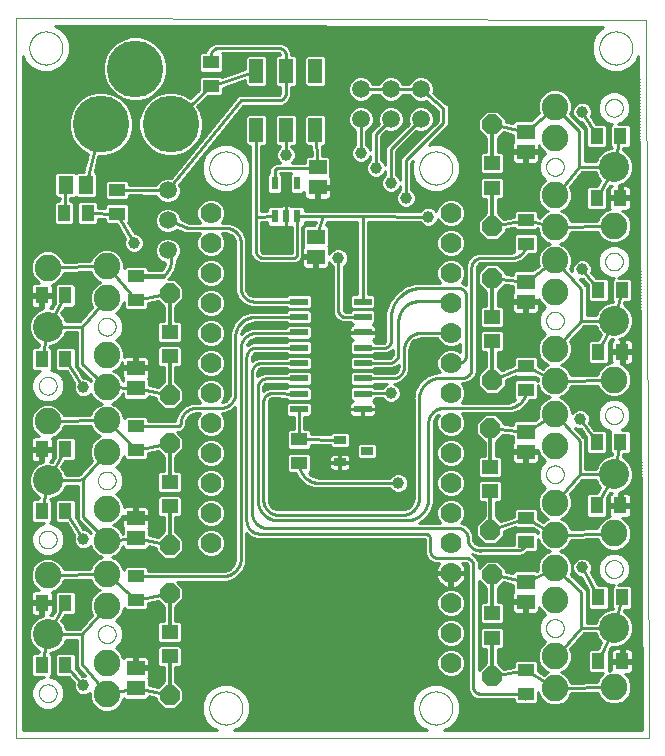
<source format=gtl>
G75*
%MOIN*%
%OFA0B0*%
%FSLAX25Y25*%
%IPPOS*%
%LPD*%
%AMOC8*
5,1,8,0,0,1.08239X$1,22.5*
%
%ADD10C,0.00000*%
%ADD11R,0.04134X0.02559*%
%ADD12R,0.05906X0.05118*%
%ADD13R,0.05118X0.05906*%
%ADD14R,0.02362X0.04331*%
%ADD15C,0.01200*%
%ADD16OC8,0.06600*%
%ADD17R,0.05512X0.04724*%
%ADD18R,0.04331X0.05512*%
%ADD19R,0.05512X0.04331*%
%ADD20R,0.05906X0.02362*%
%ADD21C,0.05937*%
%ADD22C,0.10000*%
%ADD23C,0.08858*%
%ADD24C,0.18898*%
%ADD25C,0.07000*%
%ADD26R,0.04724X0.07874*%
%ADD27C,0.01000*%
%ADD28C,0.03962*%
%ADD29C,0.01600*%
D10*
X0014954Y0005000D02*
X0014954Y0244961D01*
X0224904Y0244336D01*
X0226154Y0005000D01*
X0014954Y0005000D01*
X0022630Y0019921D02*
X0022632Y0020029D01*
X0022638Y0020138D01*
X0022648Y0020246D01*
X0022662Y0020353D01*
X0022680Y0020460D01*
X0022701Y0020567D01*
X0022727Y0020672D01*
X0022757Y0020777D01*
X0022790Y0020880D01*
X0022827Y0020982D01*
X0022868Y0021082D01*
X0022912Y0021181D01*
X0022961Y0021279D01*
X0023012Y0021374D01*
X0023067Y0021467D01*
X0023126Y0021559D01*
X0023188Y0021648D01*
X0023253Y0021735D01*
X0023321Y0021819D01*
X0023392Y0021901D01*
X0023466Y0021980D01*
X0023543Y0022056D01*
X0023623Y0022130D01*
X0023706Y0022200D01*
X0023791Y0022268D01*
X0023878Y0022332D01*
X0023968Y0022393D01*
X0024060Y0022451D01*
X0024154Y0022505D01*
X0024250Y0022556D01*
X0024347Y0022603D01*
X0024447Y0022647D01*
X0024548Y0022687D01*
X0024650Y0022723D01*
X0024753Y0022755D01*
X0024858Y0022784D01*
X0024964Y0022808D01*
X0025070Y0022829D01*
X0025177Y0022846D01*
X0025285Y0022859D01*
X0025393Y0022868D01*
X0025502Y0022873D01*
X0025610Y0022874D01*
X0025719Y0022871D01*
X0025827Y0022864D01*
X0025935Y0022853D01*
X0026042Y0022838D01*
X0026149Y0022819D01*
X0026255Y0022796D01*
X0026360Y0022770D01*
X0026465Y0022739D01*
X0026567Y0022705D01*
X0026669Y0022667D01*
X0026769Y0022625D01*
X0026868Y0022580D01*
X0026965Y0022531D01*
X0027059Y0022478D01*
X0027152Y0022422D01*
X0027243Y0022363D01*
X0027332Y0022300D01*
X0027418Y0022235D01*
X0027502Y0022166D01*
X0027583Y0022094D01*
X0027661Y0022019D01*
X0027737Y0021941D01*
X0027810Y0021860D01*
X0027880Y0021777D01*
X0027946Y0021692D01*
X0028010Y0021604D01*
X0028070Y0021513D01*
X0028127Y0021421D01*
X0028180Y0021326D01*
X0028230Y0021230D01*
X0028276Y0021132D01*
X0028319Y0021032D01*
X0028358Y0020931D01*
X0028393Y0020828D01*
X0028425Y0020725D01*
X0028452Y0020620D01*
X0028476Y0020514D01*
X0028496Y0020407D01*
X0028512Y0020300D01*
X0028524Y0020192D01*
X0028532Y0020084D01*
X0028536Y0019975D01*
X0028536Y0019867D01*
X0028532Y0019758D01*
X0028524Y0019650D01*
X0028512Y0019542D01*
X0028496Y0019435D01*
X0028476Y0019328D01*
X0028452Y0019222D01*
X0028425Y0019117D01*
X0028393Y0019014D01*
X0028358Y0018911D01*
X0028319Y0018810D01*
X0028276Y0018710D01*
X0028230Y0018612D01*
X0028180Y0018516D01*
X0028127Y0018421D01*
X0028070Y0018329D01*
X0028010Y0018238D01*
X0027946Y0018150D01*
X0027880Y0018065D01*
X0027810Y0017982D01*
X0027737Y0017901D01*
X0027661Y0017823D01*
X0027583Y0017748D01*
X0027502Y0017676D01*
X0027418Y0017607D01*
X0027332Y0017542D01*
X0027243Y0017479D01*
X0027152Y0017420D01*
X0027060Y0017364D01*
X0026965Y0017311D01*
X0026868Y0017262D01*
X0026769Y0017217D01*
X0026669Y0017175D01*
X0026567Y0017137D01*
X0026465Y0017103D01*
X0026360Y0017072D01*
X0026255Y0017046D01*
X0026149Y0017023D01*
X0026042Y0017004D01*
X0025935Y0016989D01*
X0025827Y0016978D01*
X0025719Y0016971D01*
X0025610Y0016968D01*
X0025502Y0016969D01*
X0025393Y0016974D01*
X0025285Y0016983D01*
X0025177Y0016996D01*
X0025070Y0017013D01*
X0024964Y0017034D01*
X0024858Y0017058D01*
X0024753Y0017087D01*
X0024650Y0017119D01*
X0024548Y0017155D01*
X0024447Y0017195D01*
X0024347Y0017239D01*
X0024250Y0017286D01*
X0024154Y0017337D01*
X0024060Y0017391D01*
X0023968Y0017449D01*
X0023878Y0017510D01*
X0023791Y0017574D01*
X0023706Y0017642D01*
X0023623Y0017712D01*
X0023543Y0017786D01*
X0023466Y0017862D01*
X0023392Y0017941D01*
X0023321Y0018023D01*
X0023253Y0018107D01*
X0023188Y0018194D01*
X0023126Y0018283D01*
X0023067Y0018375D01*
X0023012Y0018468D01*
X0022961Y0018563D01*
X0022912Y0018661D01*
X0022868Y0018760D01*
X0022827Y0018860D01*
X0022790Y0018962D01*
X0022757Y0019065D01*
X0022727Y0019170D01*
X0022701Y0019275D01*
X0022680Y0019382D01*
X0022662Y0019489D01*
X0022648Y0019596D01*
X0022638Y0019704D01*
X0022632Y0019813D01*
X0022630Y0019921D01*
X0042316Y0039606D02*
X0042318Y0039714D01*
X0042324Y0039823D01*
X0042334Y0039931D01*
X0042348Y0040038D01*
X0042366Y0040145D01*
X0042387Y0040252D01*
X0042413Y0040357D01*
X0042443Y0040462D01*
X0042476Y0040565D01*
X0042513Y0040667D01*
X0042554Y0040767D01*
X0042598Y0040866D01*
X0042647Y0040964D01*
X0042698Y0041059D01*
X0042753Y0041152D01*
X0042812Y0041244D01*
X0042874Y0041333D01*
X0042939Y0041420D01*
X0043007Y0041504D01*
X0043078Y0041586D01*
X0043152Y0041665D01*
X0043229Y0041741D01*
X0043309Y0041815D01*
X0043392Y0041885D01*
X0043477Y0041953D01*
X0043564Y0042017D01*
X0043654Y0042078D01*
X0043746Y0042136D01*
X0043840Y0042190D01*
X0043936Y0042241D01*
X0044033Y0042288D01*
X0044133Y0042332D01*
X0044234Y0042372D01*
X0044336Y0042408D01*
X0044439Y0042440D01*
X0044544Y0042469D01*
X0044650Y0042493D01*
X0044756Y0042514D01*
X0044863Y0042531D01*
X0044971Y0042544D01*
X0045079Y0042553D01*
X0045188Y0042558D01*
X0045296Y0042559D01*
X0045405Y0042556D01*
X0045513Y0042549D01*
X0045621Y0042538D01*
X0045728Y0042523D01*
X0045835Y0042504D01*
X0045941Y0042481D01*
X0046046Y0042455D01*
X0046151Y0042424D01*
X0046253Y0042390D01*
X0046355Y0042352D01*
X0046455Y0042310D01*
X0046554Y0042265D01*
X0046651Y0042216D01*
X0046745Y0042163D01*
X0046838Y0042107D01*
X0046929Y0042048D01*
X0047018Y0041985D01*
X0047104Y0041920D01*
X0047188Y0041851D01*
X0047269Y0041779D01*
X0047347Y0041704D01*
X0047423Y0041626D01*
X0047496Y0041545D01*
X0047566Y0041462D01*
X0047632Y0041377D01*
X0047696Y0041289D01*
X0047756Y0041198D01*
X0047813Y0041106D01*
X0047866Y0041011D01*
X0047916Y0040915D01*
X0047962Y0040817D01*
X0048005Y0040717D01*
X0048044Y0040616D01*
X0048079Y0040513D01*
X0048111Y0040410D01*
X0048138Y0040305D01*
X0048162Y0040199D01*
X0048182Y0040092D01*
X0048198Y0039985D01*
X0048210Y0039877D01*
X0048218Y0039769D01*
X0048222Y0039660D01*
X0048222Y0039552D01*
X0048218Y0039443D01*
X0048210Y0039335D01*
X0048198Y0039227D01*
X0048182Y0039120D01*
X0048162Y0039013D01*
X0048138Y0038907D01*
X0048111Y0038802D01*
X0048079Y0038699D01*
X0048044Y0038596D01*
X0048005Y0038495D01*
X0047962Y0038395D01*
X0047916Y0038297D01*
X0047866Y0038201D01*
X0047813Y0038106D01*
X0047756Y0038014D01*
X0047696Y0037923D01*
X0047632Y0037835D01*
X0047566Y0037750D01*
X0047496Y0037667D01*
X0047423Y0037586D01*
X0047347Y0037508D01*
X0047269Y0037433D01*
X0047188Y0037361D01*
X0047104Y0037292D01*
X0047018Y0037227D01*
X0046929Y0037164D01*
X0046838Y0037105D01*
X0046746Y0037049D01*
X0046651Y0036996D01*
X0046554Y0036947D01*
X0046455Y0036902D01*
X0046355Y0036860D01*
X0046253Y0036822D01*
X0046151Y0036788D01*
X0046046Y0036757D01*
X0045941Y0036731D01*
X0045835Y0036708D01*
X0045728Y0036689D01*
X0045621Y0036674D01*
X0045513Y0036663D01*
X0045405Y0036656D01*
X0045296Y0036653D01*
X0045188Y0036654D01*
X0045079Y0036659D01*
X0044971Y0036668D01*
X0044863Y0036681D01*
X0044756Y0036698D01*
X0044650Y0036719D01*
X0044544Y0036743D01*
X0044439Y0036772D01*
X0044336Y0036804D01*
X0044234Y0036840D01*
X0044133Y0036880D01*
X0044033Y0036924D01*
X0043936Y0036971D01*
X0043840Y0037022D01*
X0043746Y0037076D01*
X0043654Y0037134D01*
X0043564Y0037195D01*
X0043477Y0037259D01*
X0043392Y0037327D01*
X0043309Y0037397D01*
X0043229Y0037471D01*
X0043152Y0037547D01*
X0043078Y0037626D01*
X0043007Y0037708D01*
X0042939Y0037792D01*
X0042874Y0037879D01*
X0042812Y0037968D01*
X0042753Y0038060D01*
X0042698Y0038153D01*
X0042647Y0038248D01*
X0042598Y0038346D01*
X0042554Y0038445D01*
X0042513Y0038545D01*
X0042476Y0038647D01*
X0042443Y0038750D01*
X0042413Y0038855D01*
X0042387Y0038960D01*
X0042366Y0039067D01*
X0042348Y0039174D01*
X0042334Y0039281D01*
X0042324Y0039389D01*
X0042318Y0039498D01*
X0042316Y0039606D01*
X0022630Y0071171D02*
X0022632Y0071279D01*
X0022638Y0071388D01*
X0022648Y0071496D01*
X0022662Y0071603D01*
X0022680Y0071710D01*
X0022701Y0071817D01*
X0022727Y0071922D01*
X0022757Y0072027D01*
X0022790Y0072130D01*
X0022827Y0072232D01*
X0022868Y0072332D01*
X0022912Y0072431D01*
X0022961Y0072529D01*
X0023012Y0072624D01*
X0023067Y0072717D01*
X0023126Y0072809D01*
X0023188Y0072898D01*
X0023253Y0072985D01*
X0023321Y0073069D01*
X0023392Y0073151D01*
X0023466Y0073230D01*
X0023543Y0073306D01*
X0023623Y0073380D01*
X0023706Y0073450D01*
X0023791Y0073518D01*
X0023878Y0073582D01*
X0023968Y0073643D01*
X0024060Y0073701D01*
X0024154Y0073755D01*
X0024250Y0073806D01*
X0024347Y0073853D01*
X0024447Y0073897D01*
X0024548Y0073937D01*
X0024650Y0073973D01*
X0024753Y0074005D01*
X0024858Y0074034D01*
X0024964Y0074058D01*
X0025070Y0074079D01*
X0025177Y0074096D01*
X0025285Y0074109D01*
X0025393Y0074118D01*
X0025502Y0074123D01*
X0025610Y0074124D01*
X0025719Y0074121D01*
X0025827Y0074114D01*
X0025935Y0074103D01*
X0026042Y0074088D01*
X0026149Y0074069D01*
X0026255Y0074046D01*
X0026360Y0074020D01*
X0026465Y0073989D01*
X0026567Y0073955D01*
X0026669Y0073917D01*
X0026769Y0073875D01*
X0026868Y0073830D01*
X0026965Y0073781D01*
X0027059Y0073728D01*
X0027152Y0073672D01*
X0027243Y0073613D01*
X0027332Y0073550D01*
X0027418Y0073485D01*
X0027502Y0073416D01*
X0027583Y0073344D01*
X0027661Y0073269D01*
X0027737Y0073191D01*
X0027810Y0073110D01*
X0027880Y0073027D01*
X0027946Y0072942D01*
X0028010Y0072854D01*
X0028070Y0072763D01*
X0028127Y0072671D01*
X0028180Y0072576D01*
X0028230Y0072480D01*
X0028276Y0072382D01*
X0028319Y0072282D01*
X0028358Y0072181D01*
X0028393Y0072078D01*
X0028425Y0071975D01*
X0028452Y0071870D01*
X0028476Y0071764D01*
X0028496Y0071657D01*
X0028512Y0071550D01*
X0028524Y0071442D01*
X0028532Y0071334D01*
X0028536Y0071225D01*
X0028536Y0071117D01*
X0028532Y0071008D01*
X0028524Y0070900D01*
X0028512Y0070792D01*
X0028496Y0070685D01*
X0028476Y0070578D01*
X0028452Y0070472D01*
X0028425Y0070367D01*
X0028393Y0070264D01*
X0028358Y0070161D01*
X0028319Y0070060D01*
X0028276Y0069960D01*
X0028230Y0069862D01*
X0028180Y0069766D01*
X0028127Y0069671D01*
X0028070Y0069579D01*
X0028010Y0069488D01*
X0027946Y0069400D01*
X0027880Y0069315D01*
X0027810Y0069232D01*
X0027737Y0069151D01*
X0027661Y0069073D01*
X0027583Y0068998D01*
X0027502Y0068926D01*
X0027418Y0068857D01*
X0027332Y0068792D01*
X0027243Y0068729D01*
X0027152Y0068670D01*
X0027060Y0068614D01*
X0026965Y0068561D01*
X0026868Y0068512D01*
X0026769Y0068467D01*
X0026669Y0068425D01*
X0026567Y0068387D01*
X0026465Y0068353D01*
X0026360Y0068322D01*
X0026255Y0068296D01*
X0026149Y0068273D01*
X0026042Y0068254D01*
X0025935Y0068239D01*
X0025827Y0068228D01*
X0025719Y0068221D01*
X0025610Y0068218D01*
X0025502Y0068219D01*
X0025393Y0068224D01*
X0025285Y0068233D01*
X0025177Y0068246D01*
X0025070Y0068263D01*
X0024964Y0068284D01*
X0024858Y0068308D01*
X0024753Y0068337D01*
X0024650Y0068369D01*
X0024548Y0068405D01*
X0024447Y0068445D01*
X0024347Y0068489D01*
X0024250Y0068536D01*
X0024154Y0068587D01*
X0024060Y0068641D01*
X0023968Y0068699D01*
X0023878Y0068760D01*
X0023791Y0068824D01*
X0023706Y0068892D01*
X0023623Y0068962D01*
X0023543Y0069036D01*
X0023466Y0069112D01*
X0023392Y0069191D01*
X0023321Y0069273D01*
X0023253Y0069357D01*
X0023188Y0069444D01*
X0023126Y0069533D01*
X0023067Y0069625D01*
X0023012Y0069718D01*
X0022961Y0069813D01*
X0022912Y0069911D01*
X0022868Y0070010D01*
X0022827Y0070110D01*
X0022790Y0070212D01*
X0022757Y0070315D01*
X0022727Y0070420D01*
X0022701Y0070525D01*
X0022680Y0070632D01*
X0022662Y0070739D01*
X0022648Y0070846D01*
X0022638Y0070954D01*
X0022632Y0071063D01*
X0022630Y0071171D01*
X0042316Y0090856D02*
X0042318Y0090964D01*
X0042324Y0091073D01*
X0042334Y0091181D01*
X0042348Y0091288D01*
X0042366Y0091395D01*
X0042387Y0091502D01*
X0042413Y0091607D01*
X0042443Y0091712D01*
X0042476Y0091815D01*
X0042513Y0091917D01*
X0042554Y0092017D01*
X0042598Y0092116D01*
X0042647Y0092214D01*
X0042698Y0092309D01*
X0042753Y0092402D01*
X0042812Y0092494D01*
X0042874Y0092583D01*
X0042939Y0092670D01*
X0043007Y0092754D01*
X0043078Y0092836D01*
X0043152Y0092915D01*
X0043229Y0092991D01*
X0043309Y0093065D01*
X0043392Y0093135D01*
X0043477Y0093203D01*
X0043564Y0093267D01*
X0043654Y0093328D01*
X0043746Y0093386D01*
X0043840Y0093440D01*
X0043936Y0093491D01*
X0044033Y0093538D01*
X0044133Y0093582D01*
X0044234Y0093622D01*
X0044336Y0093658D01*
X0044439Y0093690D01*
X0044544Y0093719D01*
X0044650Y0093743D01*
X0044756Y0093764D01*
X0044863Y0093781D01*
X0044971Y0093794D01*
X0045079Y0093803D01*
X0045188Y0093808D01*
X0045296Y0093809D01*
X0045405Y0093806D01*
X0045513Y0093799D01*
X0045621Y0093788D01*
X0045728Y0093773D01*
X0045835Y0093754D01*
X0045941Y0093731D01*
X0046046Y0093705D01*
X0046151Y0093674D01*
X0046253Y0093640D01*
X0046355Y0093602D01*
X0046455Y0093560D01*
X0046554Y0093515D01*
X0046651Y0093466D01*
X0046745Y0093413D01*
X0046838Y0093357D01*
X0046929Y0093298D01*
X0047018Y0093235D01*
X0047104Y0093170D01*
X0047188Y0093101D01*
X0047269Y0093029D01*
X0047347Y0092954D01*
X0047423Y0092876D01*
X0047496Y0092795D01*
X0047566Y0092712D01*
X0047632Y0092627D01*
X0047696Y0092539D01*
X0047756Y0092448D01*
X0047813Y0092356D01*
X0047866Y0092261D01*
X0047916Y0092165D01*
X0047962Y0092067D01*
X0048005Y0091967D01*
X0048044Y0091866D01*
X0048079Y0091763D01*
X0048111Y0091660D01*
X0048138Y0091555D01*
X0048162Y0091449D01*
X0048182Y0091342D01*
X0048198Y0091235D01*
X0048210Y0091127D01*
X0048218Y0091019D01*
X0048222Y0090910D01*
X0048222Y0090802D01*
X0048218Y0090693D01*
X0048210Y0090585D01*
X0048198Y0090477D01*
X0048182Y0090370D01*
X0048162Y0090263D01*
X0048138Y0090157D01*
X0048111Y0090052D01*
X0048079Y0089949D01*
X0048044Y0089846D01*
X0048005Y0089745D01*
X0047962Y0089645D01*
X0047916Y0089547D01*
X0047866Y0089451D01*
X0047813Y0089356D01*
X0047756Y0089264D01*
X0047696Y0089173D01*
X0047632Y0089085D01*
X0047566Y0089000D01*
X0047496Y0088917D01*
X0047423Y0088836D01*
X0047347Y0088758D01*
X0047269Y0088683D01*
X0047188Y0088611D01*
X0047104Y0088542D01*
X0047018Y0088477D01*
X0046929Y0088414D01*
X0046838Y0088355D01*
X0046746Y0088299D01*
X0046651Y0088246D01*
X0046554Y0088197D01*
X0046455Y0088152D01*
X0046355Y0088110D01*
X0046253Y0088072D01*
X0046151Y0088038D01*
X0046046Y0088007D01*
X0045941Y0087981D01*
X0045835Y0087958D01*
X0045728Y0087939D01*
X0045621Y0087924D01*
X0045513Y0087913D01*
X0045405Y0087906D01*
X0045296Y0087903D01*
X0045188Y0087904D01*
X0045079Y0087909D01*
X0044971Y0087918D01*
X0044863Y0087931D01*
X0044756Y0087948D01*
X0044650Y0087969D01*
X0044544Y0087993D01*
X0044439Y0088022D01*
X0044336Y0088054D01*
X0044234Y0088090D01*
X0044133Y0088130D01*
X0044033Y0088174D01*
X0043936Y0088221D01*
X0043840Y0088272D01*
X0043746Y0088326D01*
X0043654Y0088384D01*
X0043564Y0088445D01*
X0043477Y0088509D01*
X0043392Y0088577D01*
X0043309Y0088647D01*
X0043229Y0088721D01*
X0043152Y0088797D01*
X0043078Y0088876D01*
X0043007Y0088958D01*
X0042939Y0089042D01*
X0042874Y0089129D01*
X0042812Y0089218D01*
X0042753Y0089310D01*
X0042698Y0089403D01*
X0042647Y0089498D01*
X0042598Y0089596D01*
X0042554Y0089695D01*
X0042513Y0089795D01*
X0042476Y0089897D01*
X0042443Y0090000D01*
X0042413Y0090105D01*
X0042387Y0090210D01*
X0042366Y0090317D01*
X0042348Y0090424D01*
X0042334Y0090531D01*
X0042324Y0090639D01*
X0042318Y0090748D01*
X0042316Y0090856D01*
X0022630Y0122421D02*
X0022632Y0122529D01*
X0022638Y0122638D01*
X0022648Y0122746D01*
X0022662Y0122853D01*
X0022680Y0122960D01*
X0022701Y0123067D01*
X0022727Y0123172D01*
X0022757Y0123277D01*
X0022790Y0123380D01*
X0022827Y0123482D01*
X0022868Y0123582D01*
X0022912Y0123681D01*
X0022961Y0123779D01*
X0023012Y0123874D01*
X0023067Y0123967D01*
X0023126Y0124059D01*
X0023188Y0124148D01*
X0023253Y0124235D01*
X0023321Y0124319D01*
X0023392Y0124401D01*
X0023466Y0124480D01*
X0023543Y0124556D01*
X0023623Y0124630D01*
X0023706Y0124700D01*
X0023791Y0124768D01*
X0023878Y0124832D01*
X0023968Y0124893D01*
X0024060Y0124951D01*
X0024154Y0125005D01*
X0024250Y0125056D01*
X0024347Y0125103D01*
X0024447Y0125147D01*
X0024548Y0125187D01*
X0024650Y0125223D01*
X0024753Y0125255D01*
X0024858Y0125284D01*
X0024964Y0125308D01*
X0025070Y0125329D01*
X0025177Y0125346D01*
X0025285Y0125359D01*
X0025393Y0125368D01*
X0025502Y0125373D01*
X0025610Y0125374D01*
X0025719Y0125371D01*
X0025827Y0125364D01*
X0025935Y0125353D01*
X0026042Y0125338D01*
X0026149Y0125319D01*
X0026255Y0125296D01*
X0026360Y0125270D01*
X0026465Y0125239D01*
X0026567Y0125205D01*
X0026669Y0125167D01*
X0026769Y0125125D01*
X0026868Y0125080D01*
X0026965Y0125031D01*
X0027059Y0124978D01*
X0027152Y0124922D01*
X0027243Y0124863D01*
X0027332Y0124800D01*
X0027418Y0124735D01*
X0027502Y0124666D01*
X0027583Y0124594D01*
X0027661Y0124519D01*
X0027737Y0124441D01*
X0027810Y0124360D01*
X0027880Y0124277D01*
X0027946Y0124192D01*
X0028010Y0124104D01*
X0028070Y0124013D01*
X0028127Y0123921D01*
X0028180Y0123826D01*
X0028230Y0123730D01*
X0028276Y0123632D01*
X0028319Y0123532D01*
X0028358Y0123431D01*
X0028393Y0123328D01*
X0028425Y0123225D01*
X0028452Y0123120D01*
X0028476Y0123014D01*
X0028496Y0122907D01*
X0028512Y0122800D01*
X0028524Y0122692D01*
X0028532Y0122584D01*
X0028536Y0122475D01*
X0028536Y0122367D01*
X0028532Y0122258D01*
X0028524Y0122150D01*
X0028512Y0122042D01*
X0028496Y0121935D01*
X0028476Y0121828D01*
X0028452Y0121722D01*
X0028425Y0121617D01*
X0028393Y0121514D01*
X0028358Y0121411D01*
X0028319Y0121310D01*
X0028276Y0121210D01*
X0028230Y0121112D01*
X0028180Y0121016D01*
X0028127Y0120921D01*
X0028070Y0120829D01*
X0028010Y0120738D01*
X0027946Y0120650D01*
X0027880Y0120565D01*
X0027810Y0120482D01*
X0027737Y0120401D01*
X0027661Y0120323D01*
X0027583Y0120248D01*
X0027502Y0120176D01*
X0027418Y0120107D01*
X0027332Y0120042D01*
X0027243Y0119979D01*
X0027152Y0119920D01*
X0027060Y0119864D01*
X0026965Y0119811D01*
X0026868Y0119762D01*
X0026769Y0119717D01*
X0026669Y0119675D01*
X0026567Y0119637D01*
X0026465Y0119603D01*
X0026360Y0119572D01*
X0026255Y0119546D01*
X0026149Y0119523D01*
X0026042Y0119504D01*
X0025935Y0119489D01*
X0025827Y0119478D01*
X0025719Y0119471D01*
X0025610Y0119468D01*
X0025502Y0119469D01*
X0025393Y0119474D01*
X0025285Y0119483D01*
X0025177Y0119496D01*
X0025070Y0119513D01*
X0024964Y0119534D01*
X0024858Y0119558D01*
X0024753Y0119587D01*
X0024650Y0119619D01*
X0024548Y0119655D01*
X0024447Y0119695D01*
X0024347Y0119739D01*
X0024250Y0119786D01*
X0024154Y0119837D01*
X0024060Y0119891D01*
X0023968Y0119949D01*
X0023878Y0120010D01*
X0023791Y0120074D01*
X0023706Y0120142D01*
X0023623Y0120212D01*
X0023543Y0120286D01*
X0023466Y0120362D01*
X0023392Y0120441D01*
X0023321Y0120523D01*
X0023253Y0120607D01*
X0023188Y0120694D01*
X0023126Y0120783D01*
X0023067Y0120875D01*
X0023012Y0120968D01*
X0022961Y0121063D01*
X0022912Y0121161D01*
X0022868Y0121260D01*
X0022827Y0121360D01*
X0022790Y0121462D01*
X0022757Y0121565D01*
X0022727Y0121670D01*
X0022701Y0121775D01*
X0022680Y0121882D01*
X0022662Y0121989D01*
X0022648Y0122096D01*
X0022638Y0122204D01*
X0022632Y0122313D01*
X0022630Y0122421D01*
X0042316Y0142106D02*
X0042318Y0142214D01*
X0042324Y0142323D01*
X0042334Y0142431D01*
X0042348Y0142538D01*
X0042366Y0142645D01*
X0042387Y0142752D01*
X0042413Y0142857D01*
X0042443Y0142962D01*
X0042476Y0143065D01*
X0042513Y0143167D01*
X0042554Y0143267D01*
X0042598Y0143366D01*
X0042647Y0143464D01*
X0042698Y0143559D01*
X0042753Y0143652D01*
X0042812Y0143744D01*
X0042874Y0143833D01*
X0042939Y0143920D01*
X0043007Y0144004D01*
X0043078Y0144086D01*
X0043152Y0144165D01*
X0043229Y0144241D01*
X0043309Y0144315D01*
X0043392Y0144385D01*
X0043477Y0144453D01*
X0043564Y0144517D01*
X0043654Y0144578D01*
X0043746Y0144636D01*
X0043840Y0144690D01*
X0043936Y0144741D01*
X0044033Y0144788D01*
X0044133Y0144832D01*
X0044234Y0144872D01*
X0044336Y0144908D01*
X0044439Y0144940D01*
X0044544Y0144969D01*
X0044650Y0144993D01*
X0044756Y0145014D01*
X0044863Y0145031D01*
X0044971Y0145044D01*
X0045079Y0145053D01*
X0045188Y0145058D01*
X0045296Y0145059D01*
X0045405Y0145056D01*
X0045513Y0145049D01*
X0045621Y0145038D01*
X0045728Y0145023D01*
X0045835Y0145004D01*
X0045941Y0144981D01*
X0046046Y0144955D01*
X0046151Y0144924D01*
X0046253Y0144890D01*
X0046355Y0144852D01*
X0046455Y0144810D01*
X0046554Y0144765D01*
X0046651Y0144716D01*
X0046745Y0144663D01*
X0046838Y0144607D01*
X0046929Y0144548D01*
X0047018Y0144485D01*
X0047104Y0144420D01*
X0047188Y0144351D01*
X0047269Y0144279D01*
X0047347Y0144204D01*
X0047423Y0144126D01*
X0047496Y0144045D01*
X0047566Y0143962D01*
X0047632Y0143877D01*
X0047696Y0143789D01*
X0047756Y0143698D01*
X0047813Y0143606D01*
X0047866Y0143511D01*
X0047916Y0143415D01*
X0047962Y0143317D01*
X0048005Y0143217D01*
X0048044Y0143116D01*
X0048079Y0143013D01*
X0048111Y0142910D01*
X0048138Y0142805D01*
X0048162Y0142699D01*
X0048182Y0142592D01*
X0048198Y0142485D01*
X0048210Y0142377D01*
X0048218Y0142269D01*
X0048222Y0142160D01*
X0048222Y0142052D01*
X0048218Y0141943D01*
X0048210Y0141835D01*
X0048198Y0141727D01*
X0048182Y0141620D01*
X0048162Y0141513D01*
X0048138Y0141407D01*
X0048111Y0141302D01*
X0048079Y0141199D01*
X0048044Y0141096D01*
X0048005Y0140995D01*
X0047962Y0140895D01*
X0047916Y0140797D01*
X0047866Y0140701D01*
X0047813Y0140606D01*
X0047756Y0140514D01*
X0047696Y0140423D01*
X0047632Y0140335D01*
X0047566Y0140250D01*
X0047496Y0140167D01*
X0047423Y0140086D01*
X0047347Y0140008D01*
X0047269Y0139933D01*
X0047188Y0139861D01*
X0047104Y0139792D01*
X0047018Y0139727D01*
X0046929Y0139664D01*
X0046838Y0139605D01*
X0046746Y0139549D01*
X0046651Y0139496D01*
X0046554Y0139447D01*
X0046455Y0139402D01*
X0046355Y0139360D01*
X0046253Y0139322D01*
X0046151Y0139288D01*
X0046046Y0139257D01*
X0045941Y0139231D01*
X0045835Y0139208D01*
X0045728Y0139189D01*
X0045621Y0139174D01*
X0045513Y0139163D01*
X0045405Y0139156D01*
X0045296Y0139153D01*
X0045188Y0139154D01*
X0045079Y0139159D01*
X0044971Y0139168D01*
X0044863Y0139181D01*
X0044756Y0139198D01*
X0044650Y0139219D01*
X0044544Y0139243D01*
X0044439Y0139272D01*
X0044336Y0139304D01*
X0044234Y0139340D01*
X0044133Y0139380D01*
X0044033Y0139424D01*
X0043936Y0139471D01*
X0043840Y0139522D01*
X0043746Y0139576D01*
X0043654Y0139634D01*
X0043564Y0139695D01*
X0043477Y0139759D01*
X0043392Y0139827D01*
X0043309Y0139897D01*
X0043229Y0139971D01*
X0043152Y0140047D01*
X0043078Y0140126D01*
X0043007Y0140208D01*
X0042939Y0140292D01*
X0042874Y0140379D01*
X0042812Y0140468D01*
X0042753Y0140560D01*
X0042698Y0140653D01*
X0042647Y0140748D01*
X0042598Y0140846D01*
X0042554Y0140945D01*
X0042513Y0141045D01*
X0042476Y0141147D01*
X0042443Y0141250D01*
X0042413Y0141355D01*
X0042387Y0141460D01*
X0042366Y0141567D01*
X0042348Y0141674D01*
X0042334Y0141781D01*
X0042324Y0141889D01*
X0042318Y0141998D01*
X0042316Y0142106D01*
X0079442Y0195000D02*
X0079444Y0195148D01*
X0079450Y0195296D01*
X0079460Y0195444D01*
X0079474Y0195591D01*
X0079492Y0195738D01*
X0079513Y0195884D01*
X0079539Y0196030D01*
X0079569Y0196175D01*
X0079602Y0196319D01*
X0079640Y0196462D01*
X0079681Y0196604D01*
X0079726Y0196745D01*
X0079774Y0196885D01*
X0079827Y0197024D01*
X0079883Y0197161D01*
X0079943Y0197296D01*
X0080006Y0197430D01*
X0080073Y0197562D01*
X0080144Y0197692D01*
X0080218Y0197820D01*
X0080295Y0197946D01*
X0080376Y0198070D01*
X0080460Y0198192D01*
X0080547Y0198311D01*
X0080638Y0198428D01*
X0080732Y0198543D01*
X0080828Y0198655D01*
X0080928Y0198765D01*
X0081030Y0198871D01*
X0081136Y0198975D01*
X0081244Y0199076D01*
X0081355Y0199174D01*
X0081468Y0199270D01*
X0081584Y0199362D01*
X0081702Y0199451D01*
X0081823Y0199536D01*
X0081946Y0199619D01*
X0082071Y0199698D01*
X0082198Y0199774D01*
X0082327Y0199846D01*
X0082458Y0199915D01*
X0082591Y0199980D01*
X0082726Y0200041D01*
X0082862Y0200099D01*
X0082999Y0200154D01*
X0083138Y0200204D01*
X0083279Y0200251D01*
X0083420Y0200294D01*
X0083563Y0200334D01*
X0083707Y0200369D01*
X0083851Y0200401D01*
X0083997Y0200428D01*
X0084143Y0200452D01*
X0084290Y0200472D01*
X0084437Y0200488D01*
X0084584Y0200500D01*
X0084732Y0200508D01*
X0084880Y0200512D01*
X0085028Y0200512D01*
X0085176Y0200508D01*
X0085324Y0200500D01*
X0085471Y0200488D01*
X0085618Y0200472D01*
X0085765Y0200452D01*
X0085911Y0200428D01*
X0086057Y0200401D01*
X0086201Y0200369D01*
X0086345Y0200334D01*
X0086488Y0200294D01*
X0086629Y0200251D01*
X0086770Y0200204D01*
X0086909Y0200154D01*
X0087046Y0200099D01*
X0087182Y0200041D01*
X0087317Y0199980D01*
X0087450Y0199915D01*
X0087581Y0199846D01*
X0087710Y0199774D01*
X0087837Y0199698D01*
X0087962Y0199619D01*
X0088085Y0199536D01*
X0088206Y0199451D01*
X0088324Y0199362D01*
X0088440Y0199270D01*
X0088553Y0199174D01*
X0088664Y0199076D01*
X0088772Y0198975D01*
X0088878Y0198871D01*
X0088980Y0198765D01*
X0089080Y0198655D01*
X0089176Y0198543D01*
X0089270Y0198428D01*
X0089361Y0198311D01*
X0089448Y0198192D01*
X0089532Y0198070D01*
X0089613Y0197946D01*
X0089690Y0197820D01*
X0089764Y0197692D01*
X0089835Y0197562D01*
X0089902Y0197430D01*
X0089965Y0197296D01*
X0090025Y0197161D01*
X0090081Y0197024D01*
X0090134Y0196885D01*
X0090182Y0196745D01*
X0090227Y0196604D01*
X0090268Y0196462D01*
X0090306Y0196319D01*
X0090339Y0196175D01*
X0090369Y0196030D01*
X0090395Y0195884D01*
X0090416Y0195738D01*
X0090434Y0195591D01*
X0090448Y0195444D01*
X0090458Y0195296D01*
X0090464Y0195148D01*
X0090466Y0195000D01*
X0090464Y0194852D01*
X0090458Y0194704D01*
X0090448Y0194556D01*
X0090434Y0194409D01*
X0090416Y0194262D01*
X0090395Y0194116D01*
X0090369Y0193970D01*
X0090339Y0193825D01*
X0090306Y0193681D01*
X0090268Y0193538D01*
X0090227Y0193396D01*
X0090182Y0193255D01*
X0090134Y0193115D01*
X0090081Y0192976D01*
X0090025Y0192839D01*
X0089965Y0192704D01*
X0089902Y0192570D01*
X0089835Y0192438D01*
X0089764Y0192308D01*
X0089690Y0192180D01*
X0089613Y0192054D01*
X0089532Y0191930D01*
X0089448Y0191808D01*
X0089361Y0191689D01*
X0089270Y0191572D01*
X0089176Y0191457D01*
X0089080Y0191345D01*
X0088980Y0191235D01*
X0088878Y0191129D01*
X0088772Y0191025D01*
X0088664Y0190924D01*
X0088553Y0190826D01*
X0088440Y0190730D01*
X0088324Y0190638D01*
X0088206Y0190549D01*
X0088085Y0190464D01*
X0087962Y0190381D01*
X0087837Y0190302D01*
X0087710Y0190226D01*
X0087581Y0190154D01*
X0087450Y0190085D01*
X0087317Y0190020D01*
X0087182Y0189959D01*
X0087046Y0189901D01*
X0086909Y0189846D01*
X0086770Y0189796D01*
X0086629Y0189749D01*
X0086488Y0189706D01*
X0086345Y0189666D01*
X0086201Y0189631D01*
X0086057Y0189599D01*
X0085911Y0189572D01*
X0085765Y0189548D01*
X0085618Y0189528D01*
X0085471Y0189512D01*
X0085324Y0189500D01*
X0085176Y0189492D01*
X0085028Y0189488D01*
X0084880Y0189488D01*
X0084732Y0189492D01*
X0084584Y0189500D01*
X0084437Y0189512D01*
X0084290Y0189528D01*
X0084143Y0189548D01*
X0083997Y0189572D01*
X0083851Y0189599D01*
X0083707Y0189631D01*
X0083563Y0189666D01*
X0083420Y0189706D01*
X0083279Y0189749D01*
X0083138Y0189796D01*
X0082999Y0189846D01*
X0082862Y0189901D01*
X0082726Y0189959D01*
X0082591Y0190020D01*
X0082458Y0190085D01*
X0082327Y0190154D01*
X0082198Y0190226D01*
X0082071Y0190302D01*
X0081946Y0190381D01*
X0081823Y0190464D01*
X0081702Y0190549D01*
X0081584Y0190638D01*
X0081468Y0190730D01*
X0081355Y0190826D01*
X0081244Y0190924D01*
X0081136Y0191025D01*
X0081030Y0191129D01*
X0080928Y0191235D01*
X0080828Y0191345D01*
X0080732Y0191457D01*
X0080638Y0191572D01*
X0080547Y0191689D01*
X0080460Y0191808D01*
X0080376Y0191930D01*
X0080295Y0192054D01*
X0080218Y0192180D01*
X0080144Y0192308D01*
X0080073Y0192438D01*
X0080006Y0192570D01*
X0079943Y0192704D01*
X0079883Y0192839D01*
X0079827Y0192976D01*
X0079774Y0193115D01*
X0079726Y0193255D01*
X0079681Y0193396D01*
X0079640Y0193538D01*
X0079602Y0193681D01*
X0079569Y0193825D01*
X0079539Y0193970D01*
X0079513Y0194116D01*
X0079492Y0194262D01*
X0079474Y0194409D01*
X0079460Y0194556D01*
X0079450Y0194704D01*
X0079444Y0194852D01*
X0079442Y0195000D01*
X0019442Y0235000D02*
X0019444Y0235148D01*
X0019450Y0235296D01*
X0019460Y0235444D01*
X0019474Y0235591D01*
X0019492Y0235738D01*
X0019513Y0235884D01*
X0019539Y0236030D01*
X0019569Y0236175D01*
X0019602Y0236319D01*
X0019640Y0236462D01*
X0019681Y0236604D01*
X0019726Y0236745D01*
X0019774Y0236885D01*
X0019827Y0237024D01*
X0019883Y0237161D01*
X0019943Y0237296D01*
X0020006Y0237430D01*
X0020073Y0237562D01*
X0020144Y0237692D01*
X0020218Y0237820D01*
X0020295Y0237946D01*
X0020376Y0238070D01*
X0020460Y0238192D01*
X0020547Y0238311D01*
X0020638Y0238428D01*
X0020732Y0238543D01*
X0020828Y0238655D01*
X0020928Y0238765D01*
X0021030Y0238871D01*
X0021136Y0238975D01*
X0021244Y0239076D01*
X0021355Y0239174D01*
X0021468Y0239270D01*
X0021584Y0239362D01*
X0021702Y0239451D01*
X0021823Y0239536D01*
X0021946Y0239619D01*
X0022071Y0239698D01*
X0022198Y0239774D01*
X0022327Y0239846D01*
X0022458Y0239915D01*
X0022591Y0239980D01*
X0022726Y0240041D01*
X0022862Y0240099D01*
X0022999Y0240154D01*
X0023138Y0240204D01*
X0023279Y0240251D01*
X0023420Y0240294D01*
X0023563Y0240334D01*
X0023707Y0240369D01*
X0023851Y0240401D01*
X0023997Y0240428D01*
X0024143Y0240452D01*
X0024290Y0240472D01*
X0024437Y0240488D01*
X0024584Y0240500D01*
X0024732Y0240508D01*
X0024880Y0240512D01*
X0025028Y0240512D01*
X0025176Y0240508D01*
X0025324Y0240500D01*
X0025471Y0240488D01*
X0025618Y0240472D01*
X0025765Y0240452D01*
X0025911Y0240428D01*
X0026057Y0240401D01*
X0026201Y0240369D01*
X0026345Y0240334D01*
X0026488Y0240294D01*
X0026629Y0240251D01*
X0026770Y0240204D01*
X0026909Y0240154D01*
X0027046Y0240099D01*
X0027182Y0240041D01*
X0027317Y0239980D01*
X0027450Y0239915D01*
X0027581Y0239846D01*
X0027710Y0239774D01*
X0027837Y0239698D01*
X0027962Y0239619D01*
X0028085Y0239536D01*
X0028206Y0239451D01*
X0028324Y0239362D01*
X0028440Y0239270D01*
X0028553Y0239174D01*
X0028664Y0239076D01*
X0028772Y0238975D01*
X0028878Y0238871D01*
X0028980Y0238765D01*
X0029080Y0238655D01*
X0029176Y0238543D01*
X0029270Y0238428D01*
X0029361Y0238311D01*
X0029448Y0238192D01*
X0029532Y0238070D01*
X0029613Y0237946D01*
X0029690Y0237820D01*
X0029764Y0237692D01*
X0029835Y0237562D01*
X0029902Y0237430D01*
X0029965Y0237296D01*
X0030025Y0237161D01*
X0030081Y0237024D01*
X0030134Y0236885D01*
X0030182Y0236745D01*
X0030227Y0236604D01*
X0030268Y0236462D01*
X0030306Y0236319D01*
X0030339Y0236175D01*
X0030369Y0236030D01*
X0030395Y0235884D01*
X0030416Y0235738D01*
X0030434Y0235591D01*
X0030448Y0235444D01*
X0030458Y0235296D01*
X0030464Y0235148D01*
X0030466Y0235000D01*
X0030464Y0234852D01*
X0030458Y0234704D01*
X0030448Y0234556D01*
X0030434Y0234409D01*
X0030416Y0234262D01*
X0030395Y0234116D01*
X0030369Y0233970D01*
X0030339Y0233825D01*
X0030306Y0233681D01*
X0030268Y0233538D01*
X0030227Y0233396D01*
X0030182Y0233255D01*
X0030134Y0233115D01*
X0030081Y0232976D01*
X0030025Y0232839D01*
X0029965Y0232704D01*
X0029902Y0232570D01*
X0029835Y0232438D01*
X0029764Y0232308D01*
X0029690Y0232180D01*
X0029613Y0232054D01*
X0029532Y0231930D01*
X0029448Y0231808D01*
X0029361Y0231689D01*
X0029270Y0231572D01*
X0029176Y0231457D01*
X0029080Y0231345D01*
X0028980Y0231235D01*
X0028878Y0231129D01*
X0028772Y0231025D01*
X0028664Y0230924D01*
X0028553Y0230826D01*
X0028440Y0230730D01*
X0028324Y0230638D01*
X0028206Y0230549D01*
X0028085Y0230464D01*
X0027962Y0230381D01*
X0027837Y0230302D01*
X0027710Y0230226D01*
X0027581Y0230154D01*
X0027450Y0230085D01*
X0027317Y0230020D01*
X0027182Y0229959D01*
X0027046Y0229901D01*
X0026909Y0229846D01*
X0026770Y0229796D01*
X0026629Y0229749D01*
X0026488Y0229706D01*
X0026345Y0229666D01*
X0026201Y0229631D01*
X0026057Y0229599D01*
X0025911Y0229572D01*
X0025765Y0229548D01*
X0025618Y0229528D01*
X0025471Y0229512D01*
X0025324Y0229500D01*
X0025176Y0229492D01*
X0025028Y0229488D01*
X0024880Y0229488D01*
X0024732Y0229492D01*
X0024584Y0229500D01*
X0024437Y0229512D01*
X0024290Y0229528D01*
X0024143Y0229548D01*
X0023997Y0229572D01*
X0023851Y0229599D01*
X0023707Y0229631D01*
X0023563Y0229666D01*
X0023420Y0229706D01*
X0023279Y0229749D01*
X0023138Y0229796D01*
X0022999Y0229846D01*
X0022862Y0229901D01*
X0022726Y0229959D01*
X0022591Y0230020D01*
X0022458Y0230085D01*
X0022327Y0230154D01*
X0022198Y0230226D01*
X0022071Y0230302D01*
X0021946Y0230381D01*
X0021823Y0230464D01*
X0021702Y0230549D01*
X0021584Y0230638D01*
X0021468Y0230730D01*
X0021355Y0230826D01*
X0021244Y0230924D01*
X0021136Y0231025D01*
X0021030Y0231129D01*
X0020928Y0231235D01*
X0020828Y0231345D01*
X0020732Y0231457D01*
X0020638Y0231572D01*
X0020547Y0231689D01*
X0020460Y0231808D01*
X0020376Y0231930D01*
X0020295Y0232054D01*
X0020218Y0232180D01*
X0020144Y0232308D01*
X0020073Y0232438D01*
X0020006Y0232570D01*
X0019943Y0232704D01*
X0019883Y0232839D01*
X0019827Y0232976D01*
X0019774Y0233115D01*
X0019726Y0233255D01*
X0019681Y0233396D01*
X0019640Y0233538D01*
X0019602Y0233681D01*
X0019569Y0233825D01*
X0019539Y0233970D01*
X0019513Y0234116D01*
X0019492Y0234262D01*
X0019474Y0234409D01*
X0019460Y0234556D01*
X0019450Y0234704D01*
X0019444Y0234852D01*
X0019442Y0235000D01*
X0149442Y0195000D02*
X0149444Y0195148D01*
X0149450Y0195296D01*
X0149460Y0195444D01*
X0149474Y0195591D01*
X0149492Y0195738D01*
X0149513Y0195884D01*
X0149539Y0196030D01*
X0149569Y0196175D01*
X0149602Y0196319D01*
X0149640Y0196462D01*
X0149681Y0196604D01*
X0149726Y0196745D01*
X0149774Y0196885D01*
X0149827Y0197024D01*
X0149883Y0197161D01*
X0149943Y0197296D01*
X0150006Y0197430D01*
X0150073Y0197562D01*
X0150144Y0197692D01*
X0150218Y0197820D01*
X0150295Y0197946D01*
X0150376Y0198070D01*
X0150460Y0198192D01*
X0150547Y0198311D01*
X0150638Y0198428D01*
X0150732Y0198543D01*
X0150828Y0198655D01*
X0150928Y0198765D01*
X0151030Y0198871D01*
X0151136Y0198975D01*
X0151244Y0199076D01*
X0151355Y0199174D01*
X0151468Y0199270D01*
X0151584Y0199362D01*
X0151702Y0199451D01*
X0151823Y0199536D01*
X0151946Y0199619D01*
X0152071Y0199698D01*
X0152198Y0199774D01*
X0152327Y0199846D01*
X0152458Y0199915D01*
X0152591Y0199980D01*
X0152726Y0200041D01*
X0152862Y0200099D01*
X0152999Y0200154D01*
X0153138Y0200204D01*
X0153279Y0200251D01*
X0153420Y0200294D01*
X0153563Y0200334D01*
X0153707Y0200369D01*
X0153851Y0200401D01*
X0153997Y0200428D01*
X0154143Y0200452D01*
X0154290Y0200472D01*
X0154437Y0200488D01*
X0154584Y0200500D01*
X0154732Y0200508D01*
X0154880Y0200512D01*
X0155028Y0200512D01*
X0155176Y0200508D01*
X0155324Y0200500D01*
X0155471Y0200488D01*
X0155618Y0200472D01*
X0155765Y0200452D01*
X0155911Y0200428D01*
X0156057Y0200401D01*
X0156201Y0200369D01*
X0156345Y0200334D01*
X0156488Y0200294D01*
X0156629Y0200251D01*
X0156770Y0200204D01*
X0156909Y0200154D01*
X0157046Y0200099D01*
X0157182Y0200041D01*
X0157317Y0199980D01*
X0157450Y0199915D01*
X0157581Y0199846D01*
X0157710Y0199774D01*
X0157837Y0199698D01*
X0157962Y0199619D01*
X0158085Y0199536D01*
X0158206Y0199451D01*
X0158324Y0199362D01*
X0158440Y0199270D01*
X0158553Y0199174D01*
X0158664Y0199076D01*
X0158772Y0198975D01*
X0158878Y0198871D01*
X0158980Y0198765D01*
X0159080Y0198655D01*
X0159176Y0198543D01*
X0159270Y0198428D01*
X0159361Y0198311D01*
X0159448Y0198192D01*
X0159532Y0198070D01*
X0159613Y0197946D01*
X0159690Y0197820D01*
X0159764Y0197692D01*
X0159835Y0197562D01*
X0159902Y0197430D01*
X0159965Y0197296D01*
X0160025Y0197161D01*
X0160081Y0197024D01*
X0160134Y0196885D01*
X0160182Y0196745D01*
X0160227Y0196604D01*
X0160268Y0196462D01*
X0160306Y0196319D01*
X0160339Y0196175D01*
X0160369Y0196030D01*
X0160395Y0195884D01*
X0160416Y0195738D01*
X0160434Y0195591D01*
X0160448Y0195444D01*
X0160458Y0195296D01*
X0160464Y0195148D01*
X0160466Y0195000D01*
X0160464Y0194852D01*
X0160458Y0194704D01*
X0160448Y0194556D01*
X0160434Y0194409D01*
X0160416Y0194262D01*
X0160395Y0194116D01*
X0160369Y0193970D01*
X0160339Y0193825D01*
X0160306Y0193681D01*
X0160268Y0193538D01*
X0160227Y0193396D01*
X0160182Y0193255D01*
X0160134Y0193115D01*
X0160081Y0192976D01*
X0160025Y0192839D01*
X0159965Y0192704D01*
X0159902Y0192570D01*
X0159835Y0192438D01*
X0159764Y0192308D01*
X0159690Y0192180D01*
X0159613Y0192054D01*
X0159532Y0191930D01*
X0159448Y0191808D01*
X0159361Y0191689D01*
X0159270Y0191572D01*
X0159176Y0191457D01*
X0159080Y0191345D01*
X0158980Y0191235D01*
X0158878Y0191129D01*
X0158772Y0191025D01*
X0158664Y0190924D01*
X0158553Y0190826D01*
X0158440Y0190730D01*
X0158324Y0190638D01*
X0158206Y0190549D01*
X0158085Y0190464D01*
X0157962Y0190381D01*
X0157837Y0190302D01*
X0157710Y0190226D01*
X0157581Y0190154D01*
X0157450Y0190085D01*
X0157317Y0190020D01*
X0157182Y0189959D01*
X0157046Y0189901D01*
X0156909Y0189846D01*
X0156770Y0189796D01*
X0156629Y0189749D01*
X0156488Y0189706D01*
X0156345Y0189666D01*
X0156201Y0189631D01*
X0156057Y0189599D01*
X0155911Y0189572D01*
X0155765Y0189548D01*
X0155618Y0189528D01*
X0155471Y0189512D01*
X0155324Y0189500D01*
X0155176Y0189492D01*
X0155028Y0189488D01*
X0154880Y0189488D01*
X0154732Y0189492D01*
X0154584Y0189500D01*
X0154437Y0189512D01*
X0154290Y0189528D01*
X0154143Y0189548D01*
X0153997Y0189572D01*
X0153851Y0189599D01*
X0153707Y0189631D01*
X0153563Y0189666D01*
X0153420Y0189706D01*
X0153279Y0189749D01*
X0153138Y0189796D01*
X0152999Y0189846D01*
X0152862Y0189901D01*
X0152726Y0189959D01*
X0152591Y0190020D01*
X0152458Y0190085D01*
X0152327Y0190154D01*
X0152198Y0190226D01*
X0152071Y0190302D01*
X0151946Y0190381D01*
X0151823Y0190464D01*
X0151702Y0190549D01*
X0151584Y0190638D01*
X0151468Y0190730D01*
X0151355Y0190826D01*
X0151244Y0190924D01*
X0151136Y0191025D01*
X0151030Y0191129D01*
X0150928Y0191235D01*
X0150828Y0191345D01*
X0150732Y0191457D01*
X0150638Y0191572D01*
X0150547Y0191689D01*
X0150460Y0191808D01*
X0150376Y0191930D01*
X0150295Y0192054D01*
X0150218Y0192180D01*
X0150144Y0192308D01*
X0150073Y0192438D01*
X0150006Y0192570D01*
X0149943Y0192704D01*
X0149883Y0192839D01*
X0149827Y0192976D01*
X0149774Y0193115D01*
X0149726Y0193255D01*
X0149681Y0193396D01*
X0149640Y0193538D01*
X0149602Y0193681D01*
X0149569Y0193825D01*
X0149539Y0193970D01*
X0149513Y0194116D01*
X0149492Y0194262D01*
X0149474Y0194409D01*
X0149460Y0194556D01*
X0149450Y0194704D01*
X0149444Y0194852D01*
X0149442Y0195000D01*
X0191686Y0195394D02*
X0191688Y0195502D01*
X0191694Y0195611D01*
X0191704Y0195719D01*
X0191718Y0195826D01*
X0191736Y0195933D01*
X0191757Y0196040D01*
X0191783Y0196145D01*
X0191813Y0196250D01*
X0191846Y0196353D01*
X0191883Y0196455D01*
X0191924Y0196555D01*
X0191968Y0196654D01*
X0192017Y0196752D01*
X0192068Y0196847D01*
X0192123Y0196940D01*
X0192182Y0197032D01*
X0192244Y0197121D01*
X0192309Y0197208D01*
X0192377Y0197292D01*
X0192448Y0197374D01*
X0192522Y0197453D01*
X0192599Y0197529D01*
X0192679Y0197603D01*
X0192762Y0197673D01*
X0192847Y0197741D01*
X0192934Y0197805D01*
X0193024Y0197866D01*
X0193116Y0197924D01*
X0193210Y0197978D01*
X0193306Y0198029D01*
X0193403Y0198076D01*
X0193503Y0198120D01*
X0193604Y0198160D01*
X0193706Y0198196D01*
X0193809Y0198228D01*
X0193914Y0198257D01*
X0194020Y0198281D01*
X0194126Y0198302D01*
X0194233Y0198319D01*
X0194341Y0198332D01*
X0194449Y0198341D01*
X0194558Y0198346D01*
X0194666Y0198347D01*
X0194775Y0198344D01*
X0194883Y0198337D01*
X0194991Y0198326D01*
X0195098Y0198311D01*
X0195205Y0198292D01*
X0195311Y0198269D01*
X0195416Y0198243D01*
X0195521Y0198212D01*
X0195623Y0198178D01*
X0195725Y0198140D01*
X0195825Y0198098D01*
X0195924Y0198053D01*
X0196021Y0198004D01*
X0196115Y0197951D01*
X0196208Y0197895D01*
X0196299Y0197836D01*
X0196388Y0197773D01*
X0196474Y0197708D01*
X0196558Y0197639D01*
X0196639Y0197567D01*
X0196717Y0197492D01*
X0196793Y0197414D01*
X0196866Y0197333D01*
X0196936Y0197250D01*
X0197002Y0197165D01*
X0197066Y0197077D01*
X0197126Y0196986D01*
X0197183Y0196894D01*
X0197236Y0196799D01*
X0197286Y0196703D01*
X0197332Y0196605D01*
X0197375Y0196505D01*
X0197414Y0196404D01*
X0197449Y0196301D01*
X0197481Y0196198D01*
X0197508Y0196093D01*
X0197532Y0195987D01*
X0197552Y0195880D01*
X0197568Y0195773D01*
X0197580Y0195665D01*
X0197588Y0195557D01*
X0197592Y0195448D01*
X0197592Y0195340D01*
X0197588Y0195231D01*
X0197580Y0195123D01*
X0197568Y0195015D01*
X0197552Y0194908D01*
X0197532Y0194801D01*
X0197508Y0194695D01*
X0197481Y0194590D01*
X0197449Y0194487D01*
X0197414Y0194384D01*
X0197375Y0194283D01*
X0197332Y0194183D01*
X0197286Y0194085D01*
X0197236Y0193989D01*
X0197183Y0193894D01*
X0197126Y0193802D01*
X0197066Y0193711D01*
X0197002Y0193623D01*
X0196936Y0193538D01*
X0196866Y0193455D01*
X0196793Y0193374D01*
X0196717Y0193296D01*
X0196639Y0193221D01*
X0196558Y0193149D01*
X0196474Y0193080D01*
X0196388Y0193015D01*
X0196299Y0192952D01*
X0196208Y0192893D01*
X0196116Y0192837D01*
X0196021Y0192784D01*
X0195924Y0192735D01*
X0195825Y0192690D01*
X0195725Y0192648D01*
X0195623Y0192610D01*
X0195521Y0192576D01*
X0195416Y0192545D01*
X0195311Y0192519D01*
X0195205Y0192496D01*
X0195098Y0192477D01*
X0194991Y0192462D01*
X0194883Y0192451D01*
X0194775Y0192444D01*
X0194666Y0192441D01*
X0194558Y0192442D01*
X0194449Y0192447D01*
X0194341Y0192456D01*
X0194233Y0192469D01*
X0194126Y0192486D01*
X0194020Y0192507D01*
X0193914Y0192531D01*
X0193809Y0192560D01*
X0193706Y0192592D01*
X0193604Y0192628D01*
X0193503Y0192668D01*
X0193403Y0192712D01*
X0193306Y0192759D01*
X0193210Y0192810D01*
X0193116Y0192864D01*
X0193024Y0192922D01*
X0192934Y0192983D01*
X0192847Y0193047D01*
X0192762Y0193115D01*
X0192679Y0193185D01*
X0192599Y0193259D01*
X0192522Y0193335D01*
X0192448Y0193414D01*
X0192377Y0193496D01*
X0192309Y0193580D01*
X0192244Y0193667D01*
X0192182Y0193756D01*
X0192123Y0193848D01*
X0192068Y0193941D01*
X0192017Y0194036D01*
X0191968Y0194134D01*
X0191924Y0194233D01*
X0191883Y0194333D01*
X0191846Y0194435D01*
X0191813Y0194538D01*
X0191783Y0194643D01*
X0191757Y0194748D01*
X0191736Y0194855D01*
X0191718Y0194962D01*
X0191704Y0195069D01*
X0191694Y0195177D01*
X0191688Y0195286D01*
X0191686Y0195394D01*
X0211371Y0215079D02*
X0211373Y0215187D01*
X0211379Y0215296D01*
X0211389Y0215404D01*
X0211403Y0215511D01*
X0211421Y0215618D01*
X0211442Y0215725D01*
X0211468Y0215830D01*
X0211498Y0215935D01*
X0211531Y0216038D01*
X0211568Y0216140D01*
X0211609Y0216240D01*
X0211653Y0216339D01*
X0211702Y0216437D01*
X0211753Y0216532D01*
X0211808Y0216625D01*
X0211867Y0216717D01*
X0211929Y0216806D01*
X0211994Y0216893D01*
X0212062Y0216977D01*
X0212133Y0217059D01*
X0212207Y0217138D01*
X0212284Y0217214D01*
X0212364Y0217288D01*
X0212447Y0217358D01*
X0212532Y0217426D01*
X0212619Y0217490D01*
X0212709Y0217551D01*
X0212801Y0217609D01*
X0212895Y0217663D01*
X0212991Y0217714D01*
X0213088Y0217761D01*
X0213188Y0217805D01*
X0213289Y0217845D01*
X0213391Y0217881D01*
X0213494Y0217913D01*
X0213599Y0217942D01*
X0213705Y0217966D01*
X0213811Y0217987D01*
X0213918Y0218004D01*
X0214026Y0218017D01*
X0214134Y0218026D01*
X0214243Y0218031D01*
X0214351Y0218032D01*
X0214460Y0218029D01*
X0214568Y0218022D01*
X0214676Y0218011D01*
X0214783Y0217996D01*
X0214890Y0217977D01*
X0214996Y0217954D01*
X0215101Y0217928D01*
X0215206Y0217897D01*
X0215308Y0217863D01*
X0215410Y0217825D01*
X0215510Y0217783D01*
X0215609Y0217738D01*
X0215706Y0217689D01*
X0215800Y0217636D01*
X0215893Y0217580D01*
X0215984Y0217521D01*
X0216073Y0217458D01*
X0216159Y0217393D01*
X0216243Y0217324D01*
X0216324Y0217252D01*
X0216402Y0217177D01*
X0216478Y0217099D01*
X0216551Y0217018D01*
X0216621Y0216935D01*
X0216687Y0216850D01*
X0216751Y0216762D01*
X0216811Y0216671D01*
X0216868Y0216579D01*
X0216921Y0216484D01*
X0216971Y0216388D01*
X0217017Y0216290D01*
X0217060Y0216190D01*
X0217099Y0216089D01*
X0217134Y0215986D01*
X0217166Y0215883D01*
X0217193Y0215778D01*
X0217217Y0215672D01*
X0217237Y0215565D01*
X0217253Y0215458D01*
X0217265Y0215350D01*
X0217273Y0215242D01*
X0217277Y0215133D01*
X0217277Y0215025D01*
X0217273Y0214916D01*
X0217265Y0214808D01*
X0217253Y0214700D01*
X0217237Y0214593D01*
X0217217Y0214486D01*
X0217193Y0214380D01*
X0217166Y0214275D01*
X0217134Y0214172D01*
X0217099Y0214069D01*
X0217060Y0213968D01*
X0217017Y0213868D01*
X0216971Y0213770D01*
X0216921Y0213674D01*
X0216868Y0213579D01*
X0216811Y0213487D01*
X0216751Y0213396D01*
X0216687Y0213308D01*
X0216621Y0213223D01*
X0216551Y0213140D01*
X0216478Y0213059D01*
X0216402Y0212981D01*
X0216324Y0212906D01*
X0216243Y0212834D01*
X0216159Y0212765D01*
X0216073Y0212700D01*
X0215984Y0212637D01*
X0215893Y0212578D01*
X0215801Y0212522D01*
X0215706Y0212469D01*
X0215609Y0212420D01*
X0215510Y0212375D01*
X0215410Y0212333D01*
X0215308Y0212295D01*
X0215206Y0212261D01*
X0215101Y0212230D01*
X0214996Y0212204D01*
X0214890Y0212181D01*
X0214783Y0212162D01*
X0214676Y0212147D01*
X0214568Y0212136D01*
X0214460Y0212129D01*
X0214351Y0212126D01*
X0214243Y0212127D01*
X0214134Y0212132D01*
X0214026Y0212141D01*
X0213918Y0212154D01*
X0213811Y0212171D01*
X0213705Y0212192D01*
X0213599Y0212216D01*
X0213494Y0212245D01*
X0213391Y0212277D01*
X0213289Y0212313D01*
X0213188Y0212353D01*
X0213088Y0212397D01*
X0212991Y0212444D01*
X0212895Y0212495D01*
X0212801Y0212549D01*
X0212709Y0212607D01*
X0212619Y0212668D01*
X0212532Y0212732D01*
X0212447Y0212800D01*
X0212364Y0212870D01*
X0212284Y0212944D01*
X0212207Y0213020D01*
X0212133Y0213099D01*
X0212062Y0213181D01*
X0211994Y0213265D01*
X0211929Y0213352D01*
X0211867Y0213441D01*
X0211808Y0213533D01*
X0211753Y0213626D01*
X0211702Y0213721D01*
X0211653Y0213819D01*
X0211609Y0213918D01*
X0211568Y0214018D01*
X0211531Y0214120D01*
X0211498Y0214223D01*
X0211468Y0214328D01*
X0211442Y0214433D01*
X0211421Y0214540D01*
X0211403Y0214647D01*
X0211389Y0214754D01*
X0211379Y0214862D01*
X0211373Y0214971D01*
X0211371Y0215079D01*
X0209442Y0235000D02*
X0209444Y0235148D01*
X0209450Y0235296D01*
X0209460Y0235444D01*
X0209474Y0235591D01*
X0209492Y0235738D01*
X0209513Y0235884D01*
X0209539Y0236030D01*
X0209569Y0236175D01*
X0209602Y0236319D01*
X0209640Y0236462D01*
X0209681Y0236604D01*
X0209726Y0236745D01*
X0209774Y0236885D01*
X0209827Y0237024D01*
X0209883Y0237161D01*
X0209943Y0237296D01*
X0210006Y0237430D01*
X0210073Y0237562D01*
X0210144Y0237692D01*
X0210218Y0237820D01*
X0210295Y0237946D01*
X0210376Y0238070D01*
X0210460Y0238192D01*
X0210547Y0238311D01*
X0210638Y0238428D01*
X0210732Y0238543D01*
X0210828Y0238655D01*
X0210928Y0238765D01*
X0211030Y0238871D01*
X0211136Y0238975D01*
X0211244Y0239076D01*
X0211355Y0239174D01*
X0211468Y0239270D01*
X0211584Y0239362D01*
X0211702Y0239451D01*
X0211823Y0239536D01*
X0211946Y0239619D01*
X0212071Y0239698D01*
X0212198Y0239774D01*
X0212327Y0239846D01*
X0212458Y0239915D01*
X0212591Y0239980D01*
X0212726Y0240041D01*
X0212862Y0240099D01*
X0212999Y0240154D01*
X0213138Y0240204D01*
X0213279Y0240251D01*
X0213420Y0240294D01*
X0213563Y0240334D01*
X0213707Y0240369D01*
X0213851Y0240401D01*
X0213997Y0240428D01*
X0214143Y0240452D01*
X0214290Y0240472D01*
X0214437Y0240488D01*
X0214584Y0240500D01*
X0214732Y0240508D01*
X0214880Y0240512D01*
X0215028Y0240512D01*
X0215176Y0240508D01*
X0215324Y0240500D01*
X0215471Y0240488D01*
X0215618Y0240472D01*
X0215765Y0240452D01*
X0215911Y0240428D01*
X0216057Y0240401D01*
X0216201Y0240369D01*
X0216345Y0240334D01*
X0216488Y0240294D01*
X0216629Y0240251D01*
X0216770Y0240204D01*
X0216909Y0240154D01*
X0217046Y0240099D01*
X0217182Y0240041D01*
X0217317Y0239980D01*
X0217450Y0239915D01*
X0217581Y0239846D01*
X0217710Y0239774D01*
X0217837Y0239698D01*
X0217962Y0239619D01*
X0218085Y0239536D01*
X0218206Y0239451D01*
X0218324Y0239362D01*
X0218440Y0239270D01*
X0218553Y0239174D01*
X0218664Y0239076D01*
X0218772Y0238975D01*
X0218878Y0238871D01*
X0218980Y0238765D01*
X0219080Y0238655D01*
X0219176Y0238543D01*
X0219270Y0238428D01*
X0219361Y0238311D01*
X0219448Y0238192D01*
X0219532Y0238070D01*
X0219613Y0237946D01*
X0219690Y0237820D01*
X0219764Y0237692D01*
X0219835Y0237562D01*
X0219902Y0237430D01*
X0219965Y0237296D01*
X0220025Y0237161D01*
X0220081Y0237024D01*
X0220134Y0236885D01*
X0220182Y0236745D01*
X0220227Y0236604D01*
X0220268Y0236462D01*
X0220306Y0236319D01*
X0220339Y0236175D01*
X0220369Y0236030D01*
X0220395Y0235884D01*
X0220416Y0235738D01*
X0220434Y0235591D01*
X0220448Y0235444D01*
X0220458Y0235296D01*
X0220464Y0235148D01*
X0220466Y0235000D01*
X0220464Y0234852D01*
X0220458Y0234704D01*
X0220448Y0234556D01*
X0220434Y0234409D01*
X0220416Y0234262D01*
X0220395Y0234116D01*
X0220369Y0233970D01*
X0220339Y0233825D01*
X0220306Y0233681D01*
X0220268Y0233538D01*
X0220227Y0233396D01*
X0220182Y0233255D01*
X0220134Y0233115D01*
X0220081Y0232976D01*
X0220025Y0232839D01*
X0219965Y0232704D01*
X0219902Y0232570D01*
X0219835Y0232438D01*
X0219764Y0232308D01*
X0219690Y0232180D01*
X0219613Y0232054D01*
X0219532Y0231930D01*
X0219448Y0231808D01*
X0219361Y0231689D01*
X0219270Y0231572D01*
X0219176Y0231457D01*
X0219080Y0231345D01*
X0218980Y0231235D01*
X0218878Y0231129D01*
X0218772Y0231025D01*
X0218664Y0230924D01*
X0218553Y0230826D01*
X0218440Y0230730D01*
X0218324Y0230638D01*
X0218206Y0230549D01*
X0218085Y0230464D01*
X0217962Y0230381D01*
X0217837Y0230302D01*
X0217710Y0230226D01*
X0217581Y0230154D01*
X0217450Y0230085D01*
X0217317Y0230020D01*
X0217182Y0229959D01*
X0217046Y0229901D01*
X0216909Y0229846D01*
X0216770Y0229796D01*
X0216629Y0229749D01*
X0216488Y0229706D01*
X0216345Y0229666D01*
X0216201Y0229631D01*
X0216057Y0229599D01*
X0215911Y0229572D01*
X0215765Y0229548D01*
X0215618Y0229528D01*
X0215471Y0229512D01*
X0215324Y0229500D01*
X0215176Y0229492D01*
X0215028Y0229488D01*
X0214880Y0229488D01*
X0214732Y0229492D01*
X0214584Y0229500D01*
X0214437Y0229512D01*
X0214290Y0229528D01*
X0214143Y0229548D01*
X0213997Y0229572D01*
X0213851Y0229599D01*
X0213707Y0229631D01*
X0213563Y0229666D01*
X0213420Y0229706D01*
X0213279Y0229749D01*
X0213138Y0229796D01*
X0212999Y0229846D01*
X0212862Y0229901D01*
X0212726Y0229959D01*
X0212591Y0230020D01*
X0212458Y0230085D01*
X0212327Y0230154D01*
X0212198Y0230226D01*
X0212071Y0230302D01*
X0211946Y0230381D01*
X0211823Y0230464D01*
X0211702Y0230549D01*
X0211584Y0230638D01*
X0211468Y0230730D01*
X0211355Y0230826D01*
X0211244Y0230924D01*
X0211136Y0231025D01*
X0211030Y0231129D01*
X0210928Y0231235D01*
X0210828Y0231345D01*
X0210732Y0231457D01*
X0210638Y0231572D01*
X0210547Y0231689D01*
X0210460Y0231808D01*
X0210376Y0231930D01*
X0210295Y0232054D01*
X0210218Y0232180D01*
X0210144Y0232308D01*
X0210073Y0232438D01*
X0210006Y0232570D01*
X0209943Y0232704D01*
X0209883Y0232839D01*
X0209827Y0232976D01*
X0209774Y0233115D01*
X0209726Y0233255D01*
X0209681Y0233396D01*
X0209640Y0233538D01*
X0209602Y0233681D01*
X0209569Y0233825D01*
X0209539Y0233970D01*
X0209513Y0234116D01*
X0209492Y0234262D01*
X0209474Y0234409D01*
X0209460Y0234556D01*
X0209450Y0234704D01*
X0209444Y0234852D01*
X0209442Y0235000D01*
X0211371Y0163829D02*
X0211373Y0163937D01*
X0211379Y0164046D01*
X0211389Y0164154D01*
X0211403Y0164261D01*
X0211421Y0164368D01*
X0211442Y0164475D01*
X0211468Y0164580D01*
X0211498Y0164685D01*
X0211531Y0164788D01*
X0211568Y0164890D01*
X0211609Y0164990D01*
X0211653Y0165089D01*
X0211702Y0165187D01*
X0211753Y0165282D01*
X0211808Y0165375D01*
X0211867Y0165467D01*
X0211929Y0165556D01*
X0211994Y0165643D01*
X0212062Y0165727D01*
X0212133Y0165809D01*
X0212207Y0165888D01*
X0212284Y0165964D01*
X0212364Y0166038D01*
X0212447Y0166108D01*
X0212532Y0166176D01*
X0212619Y0166240D01*
X0212709Y0166301D01*
X0212801Y0166359D01*
X0212895Y0166413D01*
X0212991Y0166464D01*
X0213088Y0166511D01*
X0213188Y0166555D01*
X0213289Y0166595D01*
X0213391Y0166631D01*
X0213494Y0166663D01*
X0213599Y0166692D01*
X0213705Y0166716D01*
X0213811Y0166737D01*
X0213918Y0166754D01*
X0214026Y0166767D01*
X0214134Y0166776D01*
X0214243Y0166781D01*
X0214351Y0166782D01*
X0214460Y0166779D01*
X0214568Y0166772D01*
X0214676Y0166761D01*
X0214783Y0166746D01*
X0214890Y0166727D01*
X0214996Y0166704D01*
X0215101Y0166678D01*
X0215206Y0166647D01*
X0215308Y0166613D01*
X0215410Y0166575D01*
X0215510Y0166533D01*
X0215609Y0166488D01*
X0215706Y0166439D01*
X0215800Y0166386D01*
X0215893Y0166330D01*
X0215984Y0166271D01*
X0216073Y0166208D01*
X0216159Y0166143D01*
X0216243Y0166074D01*
X0216324Y0166002D01*
X0216402Y0165927D01*
X0216478Y0165849D01*
X0216551Y0165768D01*
X0216621Y0165685D01*
X0216687Y0165600D01*
X0216751Y0165512D01*
X0216811Y0165421D01*
X0216868Y0165329D01*
X0216921Y0165234D01*
X0216971Y0165138D01*
X0217017Y0165040D01*
X0217060Y0164940D01*
X0217099Y0164839D01*
X0217134Y0164736D01*
X0217166Y0164633D01*
X0217193Y0164528D01*
X0217217Y0164422D01*
X0217237Y0164315D01*
X0217253Y0164208D01*
X0217265Y0164100D01*
X0217273Y0163992D01*
X0217277Y0163883D01*
X0217277Y0163775D01*
X0217273Y0163666D01*
X0217265Y0163558D01*
X0217253Y0163450D01*
X0217237Y0163343D01*
X0217217Y0163236D01*
X0217193Y0163130D01*
X0217166Y0163025D01*
X0217134Y0162922D01*
X0217099Y0162819D01*
X0217060Y0162718D01*
X0217017Y0162618D01*
X0216971Y0162520D01*
X0216921Y0162424D01*
X0216868Y0162329D01*
X0216811Y0162237D01*
X0216751Y0162146D01*
X0216687Y0162058D01*
X0216621Y0161973D01*
X0216551Y0161890D01*
X0216478Y0161809D01*
X0216402Y0161731D01*
X0216324Y0161656D01*
X0216243Y0161584D01*
X0216159Y0161515D01*
X0216073Y0161450D01*
X0215984Y0161387D01*
X0215893Y0161328D01*
X0215801Y0161272D01*
X0215706Y0161219D01*
X0215609Y0161170D01*
X0215510Y0161125D01*
X0215410Y0161083D01*
X0215308Y0161045D01*
X0215206Y0161011D01*
X0215101Y0160980D01*
X0214996Y0160954D01*
X0214890Y0160931D01*
X0214783Y0160912D01*
X0214676Y0160897D01*
X0214568Y0160886D01*
X0214460Y0160879D01*
X0214351Y0160876D01*
X0214243Y0160877D01*
X0214134Y0160882D01*
X0214026Y0160891D01*
X0213918Y0160904D01*
X0213811Y0160921D01*
X0213705Y0160942D01*
X0213599Y0160966D01*
X0213494Y0160995D01*
X0213391Y0161027D01*
X0213289Y0161063D01*
X0213188Y0161103D01*
X0213088Y0161147D01*
X0212991Y0161194D01*
X0212895Y0161245D01*
X0212801Y0161299D01*
X0212709Y0161357D01*
X0212619Y0161418D01*
X0212532Y0161482D01*
X0212447Y0161550D01*
X0212364Y0161620D01*
X0212284Y0161694D01*
X0212207Y0161770D01*
X0212133Y0161849D01*
X0212062Y0161931D01*
X0211994Y0162015D01*
X0211929Y0162102D01*
X0211867Y0162191D01*
X0211808Y0162283D01*
X0211753Y0162376D01*
X0211702Y0162471D01*
X0211653Y0162569D01*
X0211609Y0162668D01*
X0211568Y0162768D01*
X0211531Y0162870D01*
X0211498Y0162973D01*
X0211468Y0163078D01*
X0211442Y0163183D01*
X0211421Y0163290D01*
X0211403Y0163397D01*
X0211389Y0163504D01*
X0211379Y0163612D01*
X0211373Y0163721D01*
X0211371Y0163829D01*
X0191686Y0144144D02*
X0191688Y0144252D01*
X0191694Y0144361D01*
X0191704Y0144469D01*
X0191718Y0144576D01*
X0191736Y0144683D01*
X0191757Y0144790D01*
X0191783Y0144895D01*
X0191813Y0145000D01*
X0191846Y0145103D01*
X0191883Y0145205D01*
X0191924Y0145305D01*
X0191968Y0145404D01*
X0192017Y0145502D01*
X0192068Y0145597D01*
X0192123Y0145690D01*
X0192182Y0145782D01*
X0192244Y0145871D01*
X0192309Y0145958D01*
X0192377Y0146042D01*
X0192448Y0146124D01*
X0192522Y0146203D01*
X0192599Y0146279D01*
X0192679Y0146353D01*
X0192762Y0146423D01*
X0192847Y0146491D01*
X0192934Y0146555D01*
X0193024Y0146616D01*
X0193116Y0146674D01*
X0193210Y0146728D01*
X0193306Y0146779D01*
X0193403Y0146826D01*
X0193503Y0146870D01*
X0193604Y0146910D01*
X0193706Y0146946D01*
X0193809Y0146978D01*
X0193914Y0147007D01*
X0194020Y0147031D01*
X0194126Y0147052D01*
X0194233Y0147069D01*
X0194341Y0147082D01*
X0194449Y0147091D01*
X0194558Y0147096D01*
X0194666Y0147097D01*
X0194775Y0147094D01*
X0194883Y0147087D01*
X0194991Y0147076D01*
X0195098Y0147061D01*
X0195205Y0147042D01*
X0195311Y0147019D01*
X0195416Y0146993D01*
X0195521Y0146962D01*
X0195623Y0146928D01*
X0195725Y0146890D01*
X0195825Y0146848D01*
X0195924Y0146803D01*
X0196021Y0146754D01*
X0196115Y0146701D01*
X0196208Y0146645D01*
X0196299Y0146586D01*
X0196388Y0146523D01*
X0196474Y0146458D01*
X0196558Y0146389D01*
X0196639Y0146317D01*
X0196717Y0146242D01*
X0196793Y0146164D01*
X0196866Y0146083D01*
X0196936Y0146000D01*
X0197002Y0145915D01*
X0197066Y0145827D01*
X0197126Y0145736D01*
X0197183Y0145644D01*
X0197236Y0145549D01*
X0197286Y0145453D01*
X0197332Y0145355D01*
X0197375Y0145255D01*
X0197414Y0145154D01*
X0197449Y0145051D01*
X0197481Y0144948D01*
X0197508Y0144843D01*
X0197532Y0144737D01*
X0197552Y0144630D01*
X0197568Y0144523D01*
X0197580Y0144415D01*
X0197588Y0144307D01*
X0197592Y0144198D01*
X0197592Y0144090D01*
X0197588Y0143981D01*
X0197580Y0143873D01*
X0197568Y0143765D01*
X0197552Y0143658D01*
X0197532Y0143551D01*
X0197508Y0143445D01*
X0197481Y0143340D01*
X0197449Y0143237D01*
X0197414Y0143134D01*
X0197375Y0143033D01*
X0197332Y0142933D01*
X0197286Y0142835D01*
X0197236Y0142739D01*
X0197183Y0142644D01*
X0197126Y0142552D01*
X0197066Y0142461D01*
X0197002Y0142373D01*
X0196936Y0142288D01*
X0196866Y0142205D01*
X0196793Y0142124D01*
X0196717Y0142046D01*
X0196639Y0141971D01*
X0196558Y0141899D01*
X0196474Y0141830D01*
X0196388Y0141765D01*
X0196299Y0141702D01*
X0196208Y0141643D01*
X0196116Y0141587D01*
X0196021Y0141534D01*
X0195924Y0141485D01*
X0195825Y0141440D01*
X0195725Y0141398D01*
X0195623Y0141360D01*
X0195521Y0141326D01*
X0195416Y0141295D01*
X0195311Y0141269D01*
X0195205Y0141246D01*
X0195098Y0141227D01*
X0194991Y0141212D01*
X0194883Y0141201D01*
X0194775Y0141194D01*
X0194666Y0141191D01*
X0194558Y0141192D01*
X0194449Y0141197D01*
X0194341Y0141206D01*
X0194233Y0141219D01*
X0194126Y0141236D01*
X0194020Y0141257D01*
X0193914Y0141281D01*
X0193809Y0141310D01*
X0193706Y0141342D01*
X0193604Y0141378D01*
X0193503Y0141418D01*
X0193403Y0141462D01*
X0193306Y0141509D01*
X0193210Y0141560D01*
X0193116Y0141614D01*
X0193024Y0141672D01*
X0192934Y0141733D01*
X0192847Y0141797D01*
X0192762Y0141865D01*
X0192679Y0141935D01*
X0192599Y0142009D01*
X0192522Y0142085D01*
X0192448Y0142164D01*
X0192377Y0142246D01*
X0192309Y0142330D01*
X0192244Y0142417D01*
X0192182Y0142506D01*
X0192123Y0142598D01*
X0192068Y0142691D01*
X0192017Y0142786D01*
X0191968Y0142884D01*
X0191924Y0142983D01*
X0191883Y0143083D01*
X0191846Y0143185D01*
X0191813Y0143288D01*
X0191783Y0143393D01*
X0191757Y0143498D01*
X0191736Y0143605D01*
X0191718Y0143712D01*
X0191704Y0143819D01*
X0191694Y0143927D01*
X0191688Y0144036D01*
X0191686Y0144144D01*
X0211371Y0112579D02*
X0211373Y0112687D01*
X0211379Y0112796D01*
X0211389Y0112904D01*
X0211403Y0113011D01*
X0211421Y0113118D01*
X0211442Y0113225D01*
X0211468Y0113330D01*
X0211498Y0113435D01*
X0211531Y0113538D01*
X0211568Y0113640D01*
X0211609Y0113740D01*
X0211653Y0113839D01*
X0211702Y0113937D01*
X0211753Y0114032D01*
X0211808Y0114125D01*
X0211867Y0114217D01*
X0211929Y0114306D01*
X0211994Y0114393D01*
X0212062Y0114477D01*
X0212133Y0114559D01*
X0212207Y0114638D01*
X0212284Y0114714D01*
X0212364Y0114788D01*
X0212447Y0114858D01*
X0212532Y0114926D01*
X0212619Y0114990D01*
X0212709Y0115051D01*
X0212801Y0115109D01*
X0212895Y0115163D01*
X0212991Y0115214D01*
X0213088Y0115261D01*
X0213188Y0115305D01*
X0213289Y0115345D01*
X0213391Y0115381D01*
X0213494Y0115413D01*
X0213599Y0115442D01*
X0213705Y0115466D01*
X0213811Y0115487D01*
X0213918Y0115504D01*
X0214026Y0115517D01*
X0214134Y0115526D01*
X0214243Y0115531D01*
X0214351Y0115532D01*
X0214460Y0115529D01*
X0214568Y0115522D01*
X0214676Y0115511D01*
X0214783Y0115496D01*
X0214890Y0115477D01*
X0214996Y0115454D01*
X0215101Y0115428D01*
X0215206Y0115397D01*
X0215308Y0115363D01*
X0215410Y0115325D01*
X0215510Y0115283D01*
X0215609Y0115238D01*
X0215706Y0115189D01*
X0215800Y0115136D01*
X0215893Y0115080D01*
X0215984Y0115021D01*
X0216073Y0114958D01*
X0216159Y0114893D01*
X0216243Y0114824D01*
X0216324Y0114752D01*
X0216402Y0114677D01*
X0216478Y0114599D01*
X0216551Y0114518D01*
X0216621Y0114435D01*
X0216687Y0114350D01*
X0216751Y0114262D01*
X0216811Y0114171D01*
X0216868Y0114079D01*
X0216921Y0113984D01*
X0216971Y0113888D01*
X0217017Y0113790D01*
X0217060Y0113690D01*
X0217099Y0113589D01*
X0217134Y0113486D01*
X0217166Y0113383D01*
X0217193Y0113278D01*
X0217217Y0113172D01*
X0217237Y0113065D01*
X0217253Y0112958D01*
X0217265Y0112850D01*
X0217273Y0112742D01*
X0217277Y0112633D01*
X0217277Y0112525D01*
X0217273Y0112416D01*
X0217265Y0112308D01*
X0217253Y0112200D01*
X0217237Y0112093D01*
X0217217Y0111986D01*
X0217193Y0111880D01*
X0217166Y0111775D01*
X0217134Y0111672D01*
X0217099Y0111569D01*
X0217060Y0111468D01*
X0217017Y0111368D01*
X0216971Y0111270D01*
X0216921Y0111174D01*
X0216868Y0111079D01*
X0216811Y0110987D01*
X0216751Y0110896D01*
X0216687Y0110808D01*
X0216621Y0110723D01*
X0216551Y0110640D01*
X0216478Y0110559D01*
X0216402Y0110481D01*
X0216324Y0110406D01*
X0216243Y0110334D01*
X0216159Y0110265D01*
X0216073Y0110200D01*
X0215984Y0110137D01*
X0215893Y0110078D01*
X0215801Y0110022D01*
X0215706Y0109969D01*
X0215609Y0109920D01*
X0215510Y0109875D01*
X0215410Y0109833D01*
X0215308Y0109795D01*
X0215206Y0109761D01*
X0215101Y0109730D01*
X0214996Y0109704D01*
X0214890Y0109681D01*
X0214783Y0109662D01*
X0214676Y0109647D01*
X0214568Y0109636D01*
X0214460Y0109629D01*
X0214351Y0109626D01*
X0214243Y0109627D01*
X0214134Y0109632D01*
X0214026Y0109641D01*
X0213918Y0109654D01*
X0213811Y0109671D01*
X0213705Y0109692D01*
X0213599Y0109716D01*
X0213494Y0109745D01*
X0213391Y0109777D01*
X0213289Y0109813D01*
X0213188Y0109853D01*
X0213088Y0109897D01*
X0212991Y0109944D01*
X0212895Y0109995D01*
X0212801Y0110049D01*
X0212709Y0110107D01*
X0212619Y0110168D01*
X0212532Y0110232D01*
X0212447Y0110300D01*
X0212364Y0110370D01*
X0212284Y0110444D01*
X0212207Y0110520D01*
X0212133Y0110599D01*
X0212062Y0110681D01*
X0211994Y0110765D01*
X0211929Y0110852D01*
X0211867Y0110941D01*
X0211808Y0111033D01*
X0211753Y0111126D01*
X0211702Y0111221D01*
X0211653Y0111319D01*
X0211609Y0111418D01*
X0211568Y0111518D01*
X0211531Y0111620D01*
X0211498Y0111723D01*
X0211468Y0111828D01*
X0211442Y0111933D01*
X0211421Y0112040D01*
X0211403Y0112147D01*
X0211389Y0112254D01*
X0211379Y0112362D01*
X0211373Y0112471D01*
X0211371Y0112579D01*
X0191686Y0092894D02*
X0191688Y0093002D01*
X0191694Y0093111D01*
X0191704Y0093219D01*
X0191718Y0093326D01*
X0191736Y0093433D01*
X0191757Y0093540D01*
X0191783Y0093645D01*
X0191813Y0093750D01*
X0191846Y0093853D01*
X0191883Y0093955D01*
X0191924Y0094055D01*
X0191968Y0094154D01*
X0192017Y0094252D01*
X0192068Y0094347D01*
X0192123Y0094440D01*
X0192182Y0094532D01*
X0192244Y0094621D01*
X0192309Y0094708D01*
X0192377Y0094792D01*
X0192448Y0094874D01*
X0192522Y0094953D01*
X0192599Y0095029D01*
X0192679Y0095103D01*
X0192762Y0095173D01*
X0192847Y0095241D01*
X0192934Y0095305D01*
X0193024Y0095366D01*
X0193116Y0095424D01*
X0193210Y0095478D01*
X0193306Y0095529D01*
X0193403Y0095576D01*
X0193503Y0095620D01*
X0193604Y0095660D01*
X0193706Y0095696D01*
X0193809Y0095728D01*
X0193914Y0095757D01*
X0194020Y0095781D01*
X0194126Y0095802D01*
X0194233Y0095819D01*
X0194341Y0095832D01*
X0194449Y0095841D01*
X0194558Y0095846D01*
X0194666Y0095847D01*
X0194775Y0095844D01*
X0194883Y0095837D01*
X0194991Y0095826D01*
X0195098Y0095811D01*
X0195205Y0095792D01*
X0195311Y0095769D01*
X0195416Y0095743D01*
X0195521Y0095712D01*
X0195623Y0095678D01*
X0195725Y0095640D01*
X0195825Y0095598D01*
X0195924Y0095553D01*
X0196021Y0095504D01*
X0196115Y0095451D01*
X0196208Y0095395D01*
X0196299Y0095336D01*
X0196388Y0095273D01*
X0196474Y0095208D01*
X0196558Y0095139D01*
X0196639Y0095067D01*
X0196717Y0094992D01*
X0196793Y0094914D01*
X0196866Y0094833D01*
X0196936Y0094750D01*
X0197002Y0094665D01*
X0197066Y0094577D01*
X0197126Y0094486D01*
X0197183Y0094394D01*
X0197236Y0094299D01*
X0197286Y0094203D01*
X0197332Y0094105D01*
X0197375Y0094005D01*
X0197414Y0093904D01*
X0197449Y0093801D01*
X0197481Y0093698D01*
X0197508Y0093593D01*
X0197532Y0093487D01*
X0197552Y0093380D01*
X0197568Y0093273D01*
X0197580Y0093165D01*
X0197588Y0093057D01*
X0197592Y0092948D01*
X0197592Y0092840D01*
X0197588Y0092731D01*
X0197580Y0092623D01*
X0197568Y0092515D01*
X0197552Y0092408D01*
X0197532Y0092301D01*
X0197508Y0092195D01*
X0197481Y0092090D01*
X0197449Y0091987D01*
X0197414Y0091884D01*
X0197375Y0091783D01*
X0197332Y0091683D01*
X0197286Y0091585D01*
X0197236Y0091489D01*
X0197183Y0091394D01*
X0197126Y0091302D01*
X0197066Y0091211D01*
X0197002Y0091123D01*
X0196936Y0091038D01*
X0196866Y0090955D01*
X0196793Y0090874D01*
X0196717Y0090796D01*
X0196639Y0090721D01*
X0196558Y0090649D01*
X0196474Y0090580D01*
X0196388Y0090515D01*
X0196299Y0090452D01*
X0196208Y0090393D01*
X0196116Y0090337D01*
X0196021Y0090284D01*
X0195924Y0090235D01*
X0195825Y0090190D01*
X0195725Y0090148D01*
X0195623Y0090110D01*
X0195521Y0090076D01*
X0195416Y0090045D01*
X0195311Y0090019D01*
X0195205Y0089996D01*
X0195098Y0089977D01*
X0194991Y0089962D01*
X0194883Y0089951D01*
X0194775Y0089944D01*
X0194666Y0089941D01*
X0194558Y0089942D01*
X0194449Y0089947D01*
X0194341Y0089956D01*
X0194233Y0089969D01*
X0194126Y0089986D01*
X0194020Y0090007D01*
X0193914Y0090031D01*
X0193809Y0090060D01*
X0193706Y0090092D01*
X0193604Y0090128D01*
X0193503Y0090168D01*
X0193403Y0090212D01*
X0193306Y0090259D01*
X0193210Y0090310D01*
X0193116Y0090364D01*
X0193024Y0090422D01*
X0192934Y0090483D01*
X0192847Y0090547D01*
X0192762Y0090615D01*
X0192679Y0090685D01*
X0192599Y0090759D01*
X0192522Y0090835D01*
X0192448Y0090914D01*
X0192377Y0090996D01*
X0192309Y0091080D01*
X0192244Y0091167D01*
X0192182Y0091256D01*
X0192123Y0091348D01*
X0192068Y0091441D01*
X0192017Y0091536D01*
X0191968Y0091634D01*
X0191924Y0091733D01*
X0191883Y0091833D01*
X0191846Y0091935D01*
X0191813Y0092038D01*
X0191783Y0092143D01*
X0191757Y0092248D01*
X0191736Y0092355D01*
X0191718Y0092462D01*
X0191704Y0092569D01*
X0191694Y0092677D01*
X0191688Y0092786D01*
X0191686Y0092894D01*
X0211371Y0061329D02*
X0211373Y0061437D01*
X0211379Y0061546D01*
X0211389Y0061654D01*
X0211403Y0061761D01*
X0211421Y0061868D01*
X0211442Y0061975D01*
X0211468Y0062080D01*
X0211498Y0062185D01*
X0211531Y0062288D01*
X0211568Y0062390D01*
X0211609Y0062490D01*
X0211653Y0062589D01*
X0211702Y0062687D01*
X0211753Y0062782D01*
X0211808Y0062875D01*
X0211867Y0062967D01*
X0211929Y0063056D01*
X0211994Y0063143D01*
X0212062Y0063227D01*
X0212133Y0063309D01*
X0212207Y0063388D01*
X0212284Y0063464D01*
X0212364Y0063538D01*
X0212447Y0063608D01*
X0212532Y0063676D01*
X0212619Y0063740D01*
X0212709Y0063801D01*
X0212801Y0063859D01*
X0212895Y0063913D01*
X0212991Y0063964D01*
X0213088Y0064011D01*
X0213188Y0064055D01*
X0213289Y0064095D01*
X0213391Y0064131D01*
X0213494Y0064163D01*
X0213599Y0064192D01*
X0213705Y0064216D01*
X0213811Y0064237D01*
X0213918Y0064254D01*
X0214026Y0064267D01*
X0214134Y0064276D01*
X0214243Y0064281D01*
X0214351Y0064282D01*
X0214460Y0064279D01*
X0214568Y0064272D01*
X0214676Y0064261D01*
X0214783Y0064246D01*
X0214890Y0064227D01*
X0214996Y0064204D01*
X0215101Y0064178D01*
X0215206Y0064147D01*
X0215308Y0064113D01*
X0215410Y0064075D01*
X0215510Y0064033D01*
X0215609Y0063988D01*
X0215706Y0063939D01*
X0215800Y0063886D01*
X0215893Y0063830D01*
X0215984Y0063771D01*
X0216073Y0063708D01*
X0216159Y0063643D01*
X0216243Y0063574D01*
X0216324Y0063502D01*
X0216402Y0063427D01*
X0216478Y0063349D01*
X0216551Y0063268D01*
X0216621Y0063185D01*
X0216687Y0063100D01*
X0216751Y0063012D01*
X0216811Y0062921D01*
X0216868Y0062829D01*
X0216921Y0062734D01*
X0216971Y0062638D01*
X0217017Y0062540D01*
X0217060Y0062440D01*
X0217099Y0062339D01*
X0217134Y0062236D01*
X0217166Y0062133D01*
X0217193Y0062028D01*
X0217217Y0061922D01*
X0217237Y0061815D01*
X0217253Y0061708D01*
X0217265Y0061600D01*
X0217273Y0061492D01*
X0217277Y0061383D01*
X0217277Y0061275D01*
X0217273Y0061166D01*
X0217265Y0061058D01*
X0217253Y0060950D01*
X0217237Y0060843D01*
X0217217Y0060736D01*
X0217193Y0060630D01*
X0217166Y0060525D01*
X0217134Y0060422D01*
X0217099Y0060319D01*
X0217060Y0060218D01*
X0217017Y0060118D01*
X0216971Y0060020D01*
X0216921Y0059924D01*
X0216868Y0059829D01*
X0216811Y0059737D01*
X0216751Y0059646D01*
X0216687Y0059558D01*
X0216621Y0059473D01*
X0216551Y0059390D01*
X0216478Y0059309D01*
X0216402Y0059231D01*
X0216324Y0059156D01*
X0216243Y0059084D01*
X0216159Y0059015D01*
X0216073Y0058950D01*
X0215984Y0058887D01*
X0215893Y0058828D01*
X0215801Y0058772D01*
X0215706Y0058719D01*
X0215609Y0058670D01*
X0215510Y0058625D01*
X0215410Y0058583D01*
X0215308Y0058545D01*
X0215206Y0058511D01*
X0215101Y0058480D01*
X0214996Y0058454D01*
X0214890Y0058431D01*
X0214783Y0058412D01*
X0214676Y0058397D01*
X0214568Y0058386D01*
X0214460Y0058379D01*
X0214351Y0058376D01*
X0214243Y0058377D01*
X0214134Y0058382D01*
X0214026Y0058391D01*
X0213918Y0058404D01*
X0213811Y0058421D01*
X0213705Y0058442D01*
X0213599Y0058466D01*
X0213494Y0058495D01*
X0213391Y0058527D01*
X0213289Y0058563D01*
X0213188Y0058603D01*
X0213088Y0058647D01*
X0212991Y0058694D01*
X0212895Y0058745D01*
X0212801Y0058799D01*
X0212709Y0058857D01*
X0212619Y0058918D01*
X0212532Y0058982D01*
X0212447Y0059050D01*
X0212364Y0059120D01*
X0212284Y0059194D01*
X0212207Y0059270D01*
X0212133Y0059349D01*
X0212062Y0059431D01*
X0211994Y0059515D01*
X0211929Y0059602D01*
X0211867Y0059691D01*
X0211808Y0059783D01*
X0211753Y0059876D01*
X0211702Y0059971D01*
X0211653Y0060069D01*
X0211609Y0060168D01*
X0211568Y0060268D01*
X0211531Y0060370D01*
X0211498Y0060473D01*
X0211468Y0060578D01*
X0211442Y0060683D01*
X0211421Y0060790D01*
X0211403Y0060897D01*
X0211389Y0061004D01*
X0211379Y0061112D01*
X0211373Y0061221D01*
X0211371Y0061329D01*
X0191686Y0041644D02*
X0191688Y0041752D01*
X0191694Y0041861D01*
X0191704Y0041969D01*
X0191718Y0042076D01*
X0191736Y0042183D01*
X0191757Y0042290D01*
X0191783Y0042395D01*
X0191813Y0042500D01*
X0191846Y0042603D01*
X0191883Y0042705D01*
X0191924Y0042805D01*
X0191968Y0042904D01*
X0192017Y0043002D01*
X0192068Y0043097D01*
X0192123Y0043190D01*
X0192182Y0043282D01*
X0192244Y0043371D01*
X0192309Y0043458D01*
X0192377Y0043542D01*
X0192448Y0043624D01*
X0192522Y0043703D01*
X0192599Y0043779D01*
X0192679Y0043853D01*
X0192762Y0043923D01*
X0192847Y0043991D01*
X0192934Y0044055D01*
X0193024Y0044116D01*
X0193116Y0044174D01*
X0193210Y0044228D01*
X0193306Y0044279D01*
X0193403Y0044326D01*
X0193503Y0044370D01*
X0193604Y0044410D01*
X0193706Y0044446D01*
X0193809Y0044478D01*
X0193914Y0044507D01*
X0194020Y0044531D01*
X0194126Y0044552D01*
X0194233Y0044569D01*
X0194341Y0044582D01*
X0194449Y0044591D01*
X0194558Y0044596D01*
X0194666Y0044597D01*
X0194775Y0044594D01*
X0194883Y0044587D01*
X0194991Y0044576D01*
X0195098Y0044561D01*
X0195205Y0044542D01*
X0195311Y0044519D01*
X0195416Y0044493D01*
X0195521Y0044462D01*
X0195623Y0044428D01*
X0195725Y0044390D01*
X0195825Y0044348D01*
X0195924Y0044303D01*
X0196021Y0044254D01*
X0196115Y0044201D01*
X0196208Y0044145D01*
X0196299Y0044086D01*
X0196388Y0044023D01*
X0196474Y0043958D01*
X0196558Y0043889D01*
X0196639Y0043817D01*
X0196717Y0043742D01*
X0196793Y0043664D01*
X0196866Y0043583D01*
X0196936Y0043500D01*
X0197002Y0043415D01*
X0197066Y0043327D01*
X0197126Y0043236D01*
X0197183Y0043144D01*
X0197236Y0043049D01*
X0197286Y0042953D01*
X0197332Y0042855D01*
X0197375Y0042755D01*
X0197414Y0042654D01*
X0197449Y0042551D01*
X0197481Y0042448D01*
X0197508Y0042343D01*
X0197532Y0042237D01*
X0197552Y0042130D01*
X0197568Y0042023D01*
X0197580Y0041915D01*
X0197588Y0041807D01*
X0197592Y0041698D01*
X0197592Y0041590D01*
X0197588Y0041481D01*
X0197580Y0041373D01*
X0197568Y0041265D01*
X0197552Y0041158D01*
X0197532Y0041051D01*
X0197508Y0040945D01*
X0197481Y0040840D01*
X0197449Y0040737D01*
X0197414Y0040634D01*
X0197375Y0040533D01*
X0197332Y0040433D01*
X0197286Y0040335D01*
X0197236Y0040239D01*
X0197183Y0040144D01*
X0197126Y0040052D01*
X0197066Y0039961D01*
X0197002Y0039873D01*
X0196936Y0039788D01*
X0196866Y0039705D01*
X0196793Y0039624D01*
X0196717Y0039546D01*
X0196639Y0039471D01*
X0196558Y0039399D01*
X0196474Y0039330D01*
X0196388Y0039265D01*
X0196299Y0039202D01*
X0196208Y0039143D01*
X0196116Y0039087D01*
X0196021Y0039034D01*
X0195924Y0038985D01*
X0195825Y0038940D01*
X0195725Y0038898D01*
X0195623Y0038860D01*
X0195521Y0038826D01*
X0195416Y0038795D01*
X0195311Y0038769D01*
X0195205Y0038746D01*
X0195098Y0038727D01*
X0194991Y0038712D01*
X0194883Y0038701D01*
X0194775Y0038694D01*
X0194666Y0038691D01*
X0194558Y0038692D01*
X0194449Y0038697D01*
X0194341Y0038706D01*
X0194233Y0038719D01*
X0194126Y0038736D01*
X0194020Y0038757D01*
X0193914Y0038781D01*
X0193809Y0038810D01*
X0193706Y0038842D01*
X0193604Y0038878D01*
X0193503Y0038918D01*
X0193403Y0038962D01*
X0193306Y0039009D01*
X0193210Y0039060D01*
X0193116Y0039114D01*
X0193024Y0039172D01*
X0192934Y0039233D01*
X0192847Y0039297D01*
X0192762Y0039365D01*
X0192679Y0039435D01*
X0192599Y0039509D01*
X0192522Y0039585D01*
X0192448Y0039664D01*
X0192377Y0039746D01*
X0192309Y0039830D01*
X0192244Y0039917D01*
X0192182Y0040006D01*
X0192123Y0040098D01*
X0192068Y0040191D01*
X0192017Y0040286D01*
X0191968Y0040384D01*
X0191924Y0040483D01*
X0191883Y0040583D01*
X0191846Y0040685D01*
X0191813Y0040788D01*
X0191783Y0040893D01*
X0191757Y0040998D01*
X0191736Y0041105D01*
X0191718Y0041212D01*
X0191704Y0041319D01*
X0191694Y0041427D01*
X0191688Y0041536D01*
X0191686Y0041644D01*
X0149442Y0015000D02*
X0149444Y0015148D01*
X0149450Y0015296D01*
X0149460Y0015444D01*
X0149474Y0015591D01*
X0149492Y0015738D01*
X0149513Y0015884D01*
X0149539Y0016030D01*
X0149569Y0016175D01*
X0149602Y0016319D01*
X0149640Y0016462D01*
X0149681Y0016604D01*
X0149726Y0016745D01*
X0149774Y0016885D01*
X0149827Y0017024D01*
X0149883Y0017161D01*
X0149943Y0017296D01*
X0150006Y0017430D01*
X0150073Y0017562D01*
X0150144Y0017692D01*
X0150218Y0017820D01*
X0150295Y0017946D01*
X0150376Y0018070D01*
X0150460Y0018192D01*
X0150547Y0018311D01*
X0150638Y0018428D01*
X0150732Y0018543D01*
X0150828Y0018655D01*
X0150928Y0018765D01*
X0151030Y0018871D01*
X0151136Y0018975D01*
X0151244Y0019076D01*
X0151355Y0019174D01*
X0151468Y0019270D01*
X0151584Y0019362D01*
X0151702Y0019451D01*
X0151823Y0019536D01*
X0151946Y0019619D01*
X0152071Y0019698D01*
X0152198Y0019774D01*
X0152327Y0019846D01*
X0152458Y0019915D01*
X0152591Y0019980D01*
X0152726Y0020041D01*
X0152862Y0020099D01*
X0152999Y0020154D01*
X0153138Y0020204D01*
X0153279Y0020251D01*
X0153420Y0020294D01*
X0153563Y0020334D01*
X0153707Y0020369D01*
X0153851Y0020401D01*
X0153997Y0020428D01*
X0154143Y0020452D01*
X0154290Y0020472D01*
X0154437Y0020488D01*
X0154584Y0020500D01*
X0154732Y0020508D01*
X0154880Y0020512D01*
X0155028Y0020512D01*
X0155176Y0020508D01*
X0155324Y0020500D01*
X0155471Y0020488D01*
X0155618Y0020472D01*
X0155765Y0020452D01*
X0155911Y0020428D01*
X0156057Y0020401D01*
X0156201Y0020369D01*
X0156345Y0020334D01*
X0156488Y0020294D01*
X0156629Y0020251D01*
X0156770Y0020204D01*
X0156909Y0020154D01*
X0157046Y0020099D01*
X0157182Y0020041D01*
X0157317Y0019980D01*
X0157450Y0019915D01*
X0157581Y0019846D01*
X0157710Y0019774D01*
X0157837Y0019698D01*
X0157962Y0019619D01*
X0158085Y0019536D01*
X0158206Y0019451D01*
X0158324Y0019362D01*
X0158440Y0019270D01*
X0158553Y0019174D01*
X0158664Y0019076D01*
X0158772Y0018975D01*
X0158878Y0018871D01*
X0158980Y0018765D01*
X0159080Y0018655D01*
X0159176Y0018543D01*
X0159270Y0018428D01*
X0159361Y0018311D01*
X0159448Y0018192D01*
X0159532Y0018070D01*
X0159613Y0017946D01*
X0159690Y0017820D01*
X0159764Y0017692D01*
X0159835Y0017562D01*
X0159902Y0017430D01*
X0159965Y0017296D01*
X0160025Y0017161D01*
X0160081Y0017024D01*
X0160134Y0016885D01*
X0160182Y0016745D01*
X0160227Y0016604D01*
X0160268Y0016462D01*
X0160306Y0016319D01*
X0160339Y0016175D01*
X0160369Y0016030D01*
X0160395Y0015884D01*
X0160416Y0015738D01*
X0160434Y0015591D01*
X0160448Y0015444D01*
X0160458Y0015296D01*
X0160464Y0015148D01*
X0160466Y0015000D01*
X0160464Y0014852D01*
X0160458Y0014704D01*
X0160448Y0014556D01*
X0160434Y0014409D01*
X0160416Y0014262D01*
X0160395Y0014116D01*
X0160369Y0013970D01*
X0160339Y0013825D01*
X0160306Y0013681D01*
X0160268Y0013538D01*
X0160227Y0013396D01*
X0160182Y0013255D01*
X0160134Y0013115D01*
X0160081Y0012976D01*
X0160025Y0012839D01*
X0159965Y0012704D01*
X0159902Y0012570D01*
X0159835Y0012438D01*
X0159764Y0012308D01*
X0159690Y0012180D01*
X0159613Y0012054D01*
X0159532Y0011930D01*
X0159448Y0011808D01*
X0159361Y0011689D01*
X0159270Y0011572D01*
X0159176Y0011457D01*
X0159080Y0011345D01*
X0158980Y0011235D01*
X0158878Y0011129D01*
X0158772Y0011025D01*
X0158664Y0010924D01*
X0158553Y0010826D01*
X0158440Y0010730D01*
X0158324Y0010638D01*
X0158206Y0010549D01*
X0158085Y0010464D01*
X0157962Y0010381D01*
X0157837Y0010302D01*
X0157710Y0010226D01*
X0157581Y0010154D01*
X0157450Y0010085D01*
X0157317Y0010020D01*
X0157182Y0009959D01*
X0157046Y0009901D01*
X0156909Y0009846D01*
X0156770Y0009796D01*
X0156629Y0009749D01*
X0156488Y0009706D01*
X0156345Y0009666D01*
X0156201Y0009631D01*
X0156057Y0009599D01*
X0155911Y0009572D01*
X0155765Y0009548D01*
X0155618Y0009528D01*
X0155471Y0009512D01*
X0155324Y0009500D01*
X0155176Y0009492D01*
X0155028Y0009488D01*
X0154880Y0009488D01*
X0154732Y0009492D01*
X0154584Y0009500D01*
X0154437Y0009512D01*
X0154290Y0009528D01*
X0154143Y0009548D01*
X0153997Y0009572D01*
X0153851Y0009599D01*
X0153707Y0009631D01*
X0153563Y0009666D01*
X0153420Y0009706D01*
X0153279Y0009749D01*
X0153138Y0009796D01*
X0152999Y0009846D01*
X0152862Y0009901D01*
X0152726Y0009959D01*
X0152591Y0010020D01*
X0152458Y0010085D01*
X0152327Y0010154D01*
X0152198Y0010226D01*
X0152071Y0010302D01*
X0151946Y0010381D01*
X0151823Y0010464D01*
X0151702Y0010549D01*
X0151584Y0010638D01*
X0151468Y0010730D01*
X0151355Y0010826D01*
X0151244Y0010924D01*
X0151136Y0011025D01*
X0151030Y0011129D01*
X0150928Y0011235D01*
X0150828Y0011345D01*
X0150732Y0011457D01*
X0150638Y0011572D01*
X0150547Y0011689D01*
X0150460Y0011808D01*
X0150376Y0011930D01*
X0150295Y0012054D01*
X0150218Y0012180D01*
X0150144Y0012308D01*
X0150073Y0012438D01*
X0150006Y0012570D01*
X0149943Y0012704D01*
X0149883Y0012839D01*
X0149827Y0012976D01*
X0149774Y0013115D01*
X0149726Y0013255D01*
X0149681Y0013396D01*
X0149640Y0013538D01*
X0149602Y0013681D01*
X0149569Y0013825D01*
X0149539Y0013970D01*
X0149513Y0014116D01*
X0149492Y0014262D01*
X0149474Y0014409D01*
X0149460Y0014556D01*
X0149450Y0014704D01*
X0149444Y0014852D01*
X0149442Y0015000D01*
X0079442Y0015000D02*
X0079444Y0015148D01*
X0079450Y0015296D01*
X0079460Y0015444D01*
X0079474Y0015591D01*
X0079492Y0015738D01*
X0079513Y0015884D01*
X0079539Y0016030D01*
X0079569Y0016175D01*
X0079602Y0016319D01*
X0079640Y0016462D01*
X0079681Y0016604D01*
X0079726Y0016745D01*
X0079774Y0016885D01*
X0079827Y0017024D01*
X0079883Y0017161D01*
X0079943Y0017296D01*
X0080006Y0017430D01*
X0080073Y0017562D01*
X0080144Y0017692D01*
X0080218Y0017820D01*
X0080295Y0017946D01*
X0080376Y0018070D01*
X0080460Y0018192D01*
X0080547Y0018311D01*
X0080638Y0018428D01*
X0080732Y0018543D01*
X0080828Y0018655D01*
X0080928Y0018765D01*
X0081030Y0018871D01*
X0081136Y0018975D01*
X0081244Y0019076D01*
X0081355Y0019174D01*
X0081468Y0019270D01*
X0081584Y0019362D01*
X0081702Y0019451D01*
X0081823Y0019536D01*
X0081946Y0019619D01*
X0082071Y0019698D01*
X0082198Y0019774D01*
X0082327Y0019846D01*
X0082458Y0019915D01*
X0082591Y0019980D01*
X0082726Y0020041D01*
X0082862Y0020099D01*
X0082999Y0020154D01*
X0083138Y0020204D01*
X0083279Y0020251D01*
X0083420Y0020294D01*
X0083563Y0020334D01*
X0083707Y0020369D01*
X0083851Y0020401D01*
X0083997Y0020428D01*
X0084143Y0020452D01*
X0084290Y0020472D01*
X0084437Y0020488D01*
X0084584Y0020500D01*
X0084732Y0020508D01*
X0084880Y0020512D01*
X0085028Y0020512D01*
X0085176Y0020508D01*
X0085324Y0020500D01*
X0085471Y0020488D01*
X0085618Y0020472D01*
X0085765Y0020452D01*
X0085911Y0020428D01*
X0086057Y0020401D01*
X0086201Y0020369D01*
X0086345Y0020334D01*
X0086488Y0020294D01*
X0086629Y0020251D01*
X0086770Y0020204D01*
X0086909Y0020154D01*
X0087046Y0020099D01*
X0087182Y0020041D01*
X0087317Y0019980D01*
X0087450Y0019915D01*
X0087581Y0019846D01*
X0087710Y0019774D01*
X0087837Y0019698D01*
X0087962Y0019619D01*
X0088085Y0019536D01*
X0088206Y0019451D01*
X0088324Y0019362D01*
X0088440Y0019270D01*
X0088553Y0019174D01*
X0088664Y0019076D01*
X0088772Y0018975D01*
X0088878Y0018871D01*
X0088980Y0018765D01*
X0089080Y0018655D01*
X0089176Y0018543D01*
X0089270Y0018428D01*
X0089361Y0018311D01*
X0089448Y0018192D01*
X0089532Y0018070D01*
X0089613Y0017946D01*
X0089690Y0017820D01*
X0089764Y0017692D01*
X0089835Y0017562D01*
X0089902Y0017430D01*
X0089965Y0017296D01*
X0090025Y0017161D01*
X0090081Y0017024D01*
X0090134Y0016885D01*
X0090182Y0016745D01*
X0090227Y0016604D01*
X0090268Y0016462D01*
X0090306Y0016319D01*
X0090339Y0016175D01*
X0090369Y0016030D01*
X0090395Y0015884D01*
X0090416Y0015738D01*
X0090434Y0015591D01*
X0090448Y0015444D01*
X0090458Y0015296D01*
X0090464Y0015148D01*
X0090466Y0015000D01*
X0090464Y0014852D01*
X0090458Y0014704D01*
X0090448Y0014556D01*
X0090434Y0014409D01*
X0090416Y0014262D01*
X0090395Y0014116D01*
X0090369Y0013970D01*
X0090339Y0013825D01*
X0090306Y0013681D01*
X0090268Y0013538D01*
X0090227Y0013396D01*
X0090182Y0013255D01*
X0090134Y0013115D01*
X0090081Y0012976D01*
X0090025Y0012839D01*
X0089965Y0012704D01*
X0089902Y0012570D01*
X0089835Y0012438D01*
X0089764Y0012308D01*
X0089690Y0012180D01*
X0089613Y0012054D01*
X0089532Y0011930D01*
X0089448Y0011808D01*
X0089361Y0011689D01*
X0089270Y0011572D01*
X0089176Y0011457D01*
X0089080Y0011345D01*
X0088980Y0011235D01*
X0088878Y0011129D01*
X0088772Y0011025D01*
X0088664Y0010924D01*
X0088553Y0010826D01*
X0088440Y0010730D01*
X0088324Y0010638D01*
X0088206Y0010549D01*
X0088085Y0010464D01*
X0087962Y0010381D01*
X0087837Y0010302D01*
X0087710Y0010226D01*
X0087581Y0010154D01*
X0087450Y0010085D01*
X0087317Y0010020D01*
X0087182Y0009959D01*
X0087046Y0009901D01*
X0086909Y0009846D01*
X0086770Y0009796D01*
X0086629Y0009749D01*
X0086488Y0009706D01*
X0086345Y0009666D01*
X0086201Y0009631D01*
X0086057Y0009599D01*
X0085911Y0009572D01*
X0085765Y0009548D01*
X0085618Y0009528D01*
X0085471Y0009512D01*
X0085324Y0009500D01*
X0085176Y0009492D01*
X0085028Y0009488D01*
X0084880Y0009488D01*
X0084732Y0009492D01*
X0084584Y0009500D01*
X0084437Y0009512D01*
X0084290Y0009528D01*
X0084143Y0009548D01*
X0083997Y0009572D01*
X0083851Y0009599D01*
X0083707Y0009631D01*
X0083563Y0009666D01*
X0083420Y0009706D01*
X0083279Y0009749D01*
X0083138Y0009796D01*
X0082999Y0009846D01*
X0082862Y0009901D01*
X0082726Y0009959D01*
X0082591Y0010020D01*
X0082458Y0010085D01*
X0082327Y0010154D01*
X0082198Y0010226D01*
X0082071Y0010302D01*
X0081946Y0010381D01*
X0081823Y0010464D01*
X0081702Y0010549D01*
X0081584Y0010638D01*
X0081468Y0010730D01*
X0081355Y0010826D01*
X0081244Y0010924D01*
X0081136Y0011025D01*
X0081030Y0011129D01*
X0080928Y0011235D01*
X0080828Y0011345D01*
X0080732Y0011457D01*
X0080638Y0011572D01*
X0080547Y0011689D01*
X0080460Y0011808D01*
X0080376Y0011930D01*
X0080295Y0012054D01*
X0080218Y0012180D01*
X0080144Y0012308D01*
X0080073Y0012438D01*
X0080006Y0012570D01*
X0079943Y0012704D01*
X0079883Y0012839D01*
X0079827Y0012976D01*
X0079774Y0013115D01*
X0079726Y0013255D01*
X0079681Y0013396D01*
X0079640Y0013538D01*
X0079602Y0013681D01*
X0079569Y0013825D01*
X0079539Y0013970D01*
X0079513Y0014116D01*
X0079492Y0014262D01*
X0079474Y0014409D01*
X0079460Y0014556D01*
X0079450Y0014704D01*
X0079444Y0014852D01*
X0079442Y0015000D01*
D11*
X0122926Y0096885D03*
X0122926Y0104365D03*
X0131981Y0100625D03*
D12*
X0184954Y0100404D03*
X0184954Y0107096D03*
X0184954Y0150404D03*
X0184954Y0157096D03*
X0184954Y0200404D03*
X0184954Y0207096D03*
X0115579Y0195221D03*
X0115579Y0188529D03*
X0114954Y0172096D03*
X0114954Y0165404D03*
X0054954Y0128346D03*
X0054954Y0121654D03*
X0054954Y0078346D03*
X0054954Y0071654D03*
X0054954Y0028346D03*
X0054954Y0021654D03*
X0184954Y0050404D03*
X0184954Y0057096D03*
D13*
X0038300Y0189375D03*
X0031607Y0189375D03*
D14*
X0101213Y0189887D03*
X0108694Y0189887D03*
X0108694Y0178863D03*
X0104954Y0178863D03*
X0101213Y0178863D03*
D15*
X0066204Y0153329D02*
X0066204Y0140187D01*
X0066204Y0131919D02*
X0066204Y0121533D01*
X0066204Y0103329D02*
X0066204Y0090187D01*
X0066204Y0081919D02*
X0066204Y0071533D01*
X0066204Y0053329D02*
X0066204Y0040187D01*
X0066204Y0031919D02*
X0066204Y0021533D01*
X0173704Y0025421D02*
X0173704Y0038563D01*
X0173704Y0046831D02*
X0173704Y0057217D01*
X0173079Y0074171D02*
X0173079Y0087313D01*
X0173079Y0095581D02*
X0173079Y0105967D01*
X0173704Y0124171D02*
X0173704Y0137313D01*
X0173704Y0145581D02*
X0173704Y0155967D01*
X0173704Y0175421D02*
X0173704Y0188563D01*
X0173704Y0196831D02*
X0173704Y0207217D01*
D16*
X0173704Y0209500D03*
X0173704Y0175500D03*
X0173704Y0158250D03*
X0173704Y0124250D03*
X0173079Y0108250D03*
X0173079Y0074250D03*
X0173704Y0059500D03*
X0173704Y0025500D03*
X0066204Y0019250D03*
X0066204Y0053250D03*
X0066204Y0069250D03*
X0066204Y0103250D03*
X0066204Y0119250D03*
X0066204Y0153250D03*
D17*
X0066204Y0140287D03*
X0066204Y0132213D03*
X0066204Y0090287D03*
X0066204Y0082213D03*
X0066204Y0040287D03*
X0066204Y0032213D03*
X0173704Y0038463D03*
X0173704Y0046537D03*
X0173079Y0087213D03*
X0173079Y0095287D03*
X0173704Y0137213D03*
X0173704Y0145287D03*
X0173704Y0188463D03*
X0173704Y0196537D03*
D18*
X0208517Y0205625D03*
X0216391Y0205625D03*
X0216391Y0185000D03*
X0208517Y0185000D03*
X0209142Y0154375D03*
X0217016Y0154375D03*
X0217016Y0133750D03*
X0209142Y0133750D03*
X0208517Y0103750D03*
X0216391Y0103750D03*
X0216391Y0082500D03*
X0208517Y0082500D03*
X0209142Y0051875D03*
X0217016Y0051875D03*
X0217016Y0030625D03*
X0209142Y0030625D03*
X0038891Y0180000D03*
X0031017Y0180000D03*
X0031391Y0152500D03*
X0023517Y0152500D03*
X0023517Y0131250D03*
X0031391Y0131250D03*
X0031391Y0101250D03*
X0023517Y0101250D03*
X0023517Y0080625D03*
X0031391Y0080625D03*
X0031391Y0050000D03*
X0023517Y0050000D03*
X0023517Y0029375D03*
X0031391Y0029375D03*
D19*
X0054954Y0051063D03*
X0054954Y0058937D03*
X0054954Y0101063D03*
X0054954Y0108937D03*
X0054954Y0151063D03*
X0054954Y0158937D03*
X0048704Y0179813D03*
X0048704Y0187687D03*
X0079954Y0222313D03*
X0079954Y0230187D03*
X0184954Y0177687D03*
X0184954Y0169813D03*
X0184954Y0128937D03*
X0184954Y0121063D03*
X0184954Y0078312D03*
X0184954Y0070438D03*
X0184954Y0027687D03*
X0184954Y0019813D03*
X0109329Y0096688D03*
X0109329Y0104562D03*
D20*
X0109324Y0114646D03*
X0109324Y0119764D03*
X0109324Y0124882D03*
X0109324Y0130000D03*
X0109324Y0135118D03*
X0109324Y0140236D03*
X0109324Y0145354D03*
X0109324Y0150472D03*
X0130583Y0150472D03*
X0130583Y0145354D03*
X0130583Y0140236D03*
X0130583Y0135118D03*
X0130583Y0130000D03*
X0130583Y0124882D03*
X0130583Y0119764D03*
X0130583Y0114646D03*
D21*
X0065579Y0167500D03*
X0065579Y0177500D03*
X0065579Y0187500D03*
X0129954Y0211250D03*
X0139954Y0211250D03*
X0149954Y0211250D03*
X0149954Y0221250D03*
X0139954Y0221250D03*
X0129954Y0221250D03*
D22*
X0214324Y0195394D03*
X0214324Y0144144D03*
X0214324Y0092894D03*
X0214324Y0041644D03*
X0025583Y0039606D03*
X0025583Y0090856D03*
X0025583Y0142106D03*
D23*
X0025583Y0161791D03*
X0045269Y0162185D03*
X0045269Y0151555D03*
X0045269Y0132657D03*
X0045269Y0122028D03*
X0045269Y0110935D03*
X0045269Y0100305D03*
X0045269Y0081407D03*
X0045269Y0070778D03*
X0045269Y0059685D03*
X0045269Y0049055D03*
X0045269Y0030157D03*
X0045269Y0019528D03*
X0025583Y0059291D03*
X0025583Y0110541D03*
X0194639Y0112972D03*
X0194639Y0102343D03*
X0194639Y0083445D03*
X0194639Y0072815D03*
X0194639Y0061722D03*
X0194639Y0051093D03*
X0194639Y0032195D03*
X0194639Y0021565D03*
X0214324Y0021959D03*
X0214324Y0073209D03*
X0214324Y0124459D03*
X0194639Y0124065D03*
X0194639Y0134695D03*
X0194639Y0153593D03*
X0194639Y0164222D03*
X0194639Y0175315D03*
X0194639Y0185945D03*
X0194639Y0204843D03*
X0194639Y0215472D03*
X0214324Y0175709D03*
D24*
X0066528Y0209606D03*
X0054717Y0228110D03*
X0043300Y0209606D03*
D25*
X0079954Y0180000D03*
X0079954Y0170000D03*
X0079954Y0160000D03*
X0079954Y0150000D03*
X0079954Y0140000D03*
X0079954Y0130000D03*
X0079954Y0120000D03*
X0079954Y0110000D03*
X0079954Y0100000D03*
X0079954Y0090000D03*
X0079954Y0080000D03*
X0079954Y0070000D03*
X0159954Y0070000D03*
X0159954Y0060000D03*
X0159954Y0050000D03*
X0159954Y0040000D03*
X0159954Y0030000D03*
X0159954Y0080000D03*
X0159954Y0090000D03*
X0159954Y0100000D03*
X0159954Y0110000D03*
X0159954Y0120000D03*
X0159954Y0130000D03*
X0159954Y0140000D03*
X0159954Y0150000D03*
X0159954Y0160000D03*
X0159954Y0170000D03*
X0159954Y0180000D03*
D26*
X0114796Y0207657D03*
X0104954Y0207657D03*
X0095111Y0207657D03*
X0095111Y0227343D03*
X0104954Y0227343D03*
X0114796Y0227343D03*
D27*
X0111134Y0227668D02*
X0108616Y0227668D01*
X0108616Y0226670D02*
X0111134Y0226670D01*
X0111134Y0225671D02*
X0108616Y0225671D01*
X0108616Y0224672D02*
X0111134Y0224672D01*
X0111134Y0223674D02*
X0108616Y0223674D01*
X0108616Y0222867D02*
X0108616Y0231818D01*
X0107854Y0232580D01*
X0106754Y0232580D01*
X0106754Y0233652D01*
X0105601Y0235648D01*
X0103606Y0236800D01*
X0081301Y0236800D01*
X0079306Y0235648D01*
X0079306Y0235648D01*
X0079306Y0235648D01*
X0078154Y0233652D01*
X0076659Y0233652D01*
X0075898Y0232891D01*
X0075898Y0227483D01*
X0076659Y0226722D01*
X0083248Y0226722D01*
X0084009Y0227483D01*
X0084009Y0232891D01*
X0083700Y0233200D01*
X0102454Y0233200D01*
X0102635Y0233176D01*
X0102949Y0232995D01*
X0103130Y0232681D01*
X0103143Y0232580D01*
X0102053Y0232580D01*
X0101291Y0231818D01*
X0101291Y0222867D01*
X0102053Y0222106D01*
X0103154Y0222106D01*
X0103154Y0220000D01*
X0103130Y0219819D01*
X0102949Y0219505D01*
X0102635Y0219324D01*
X0102454Y0219300D01*
X0090596Y0219300D01*
X0090516Y0219365D01*
X0089863Y0219300D01*
X0089208Y0219300D01*
X0089135Y0219227D01*
X0089032Y0219217D01*
X0088617Y0218709D01*
X0088154Y0218246D01*
X0088154Y0218142D01*
X0066876Y0192116D01*
X0066843Y0192111D01*
X0066544Y0191720D01*
X0066428Y0191768D01*
X0064729Y0191768D01*
X0063161Y0191119D01*
X0061960Y0189918D01*
X0061722Y0189343D01*
X0052759Y0189442D01*
X0052759Y0190391D01*
X0051998Y0191152D01*
X0045409Y0191152D01*
X0044648Y0190391D01*
X0044648Y0184983D01*
X0045409Y0184222D01*
X0051998Y0184222D01*
X0052759Y0184983D01*
X0052759Y0185842D01*
X0061686Y0185743D01*
X0061960Y0185082D01*
X0063161Y0183881D01*
X0064729Y0183231D01*
X0066428Y0183231D01*
X0067996Y0183881D01*
X0069197Y0185082D01*
X0069847Y0186651D01*
X0069847Y0188349D01*
X0069376Y0189486D01*
X0090807Y0215700D01*
X0103606Y0215700D01*
X0105601Y0216852D01*
X0105601Y0216852D01*
X0106754Y0218848D01*
X0106754Y0222106D01*
X0107854Y0222106D01*
X0108616Y0222867D01*
X0108424Y0222675D02*
X0111325Y0222675D01*
X0111134Y0222867D02*
X0111895Y0222106D01*
X0117697Y0222106D01*
X0118458Y0222867D01*
X0118458Y0231818D01*
X0117697Y0232580D01*
X0111895Y0232580D01*
X0111134Y0231818D01*
X0111134Y0222867D01*
X0106754Y0221677D02*
X0125685Y0221677D01*
X0125685Y0222099D02*
X0125685Y0220401D01*
X0126335Y0218832D01*
X0127536Y0217631D01*
X0129104Y0216981D01*
X0130803Y0216981D01*
X0132371Y0217631D01*
X0133572Y0218832D01*
X0133828Y0219450D01*
X0136079Y0219450D01*
X0136335Y0218832D01*
X0137536Y0217631D01*
X0139104Y0216981D01*
X0140803Y0216981D01*
X0142371Y0217631D01*
X0143572Y0218832D01*
X0143828Y0219450D01*
X0146079Y0219450D01*
X0146335Y0218832D01*
X0147536Y0217631D01*
X0149104Y0216981D01*
X0150803Y0216981D01*
X0151779Y0217386D01*
X0155654Y0214157D01*
X0155654Y0210746D01*
X0143154Y0198246D01*
X0143154Y0190848D01*
X0142735Y0191859D01*
X0141812Y0192782D01*
X0141754Y0192806D01*
X0141754Y0200504D01*
X0148487Y0207237D01*
X0149104Y0206981D01*
X0150803Y0206981D01*
X0152371Y0207631D01*
X0153572Y0208832D01*
X0154222Y0210401D01*
X0154222Y0212099D01*
X0153572Y0213668D01*
X0152371Y0214869D01*
X0150803Y0215518D01*
X0149104Y0215518D01*
X0147536Y0214869D01*
X0146335Y0213668D01*
X0145685Y0212099D01*
X0145685Y0210401D01*
X0145941Y0209783D01*
X0138154Y0201996D01*
X0138154Y0195848D01*
X0137735Y0196859D01*
X0136812Y0197782D01*
X0136754Y0197806D01*
X0136754Y0205504D01*
X0138487Y0207237D01*
X0139104Y0206981D01*
X0140803Y0206981D01*
X0142371Y0207631D01*
X0143572Y0208832D01*
X0144222Y0210401D01*
X0144222Y0212099D01*
X0143572Y0213668D01*
X0142371Y0214869D01*
X0140803Y0215518D01*
X0139104Y0215518D01*
X0137536Y0214869D01*
X0136335Y0213668D01*
X0135685Y0212099D01*
X0135685Y0210401D01*
X0135941Y0209783D01*
X0133154Y0206996D01*
X0133154Y0200848D01*
X0132735Y0201859D01*
X0131812Y0202782D01*
X0131754Y0202806D01*
X0131754Y0207375D01*
X0132371Y0207631D01*
X0133572Y0208832D01*
X0134222Y0210401D01*
X0134222Y0212099D01*
X0133572Y0213668D01*
X0132371Y0214869D01*
X0130803Y0215518D01*
X0129104Y0215518D01*
X0127536Y0214869D01*
X0126335Y0213668D01*
X0125685Y0212099D01*
X0125685Y0210401D01*
X0126335Y0208832D01*
X0127536Y0207631D01*
X0128154Y0207375D01*
X0128154Y0202806D01*
X0128095Y0202782D01*
X0127172Y0201859D01*
X0126672Y0200653D01*
X0126672Y0199347D01*
X0127172Y0198141D01*
X0128095Y0197218D01*
X0129301Y0196719D01*
X0130606Y0196719D01*
X0131812Y0197218D01*
X0132735Y0198141D01*
X0133154Y0199152D01*
X0133154Y0197806D01*
X0133095Y0197782D01*
X0132172Y0196859D01*
X0131672Y0195653D01*
X0131672Y0194347D01*
X0132172Y0193141D01*
X0133095Y0192218D01*
X0134301Y0191719D01*
X0135606Y0191719D01*
X0136812Y0192218D01*
X0137735Y0193141D01*
X0138154Y0194152D01*
X0138154Y0192806D01*
X0138095Y0192782D01*
X0137172Y0191859D01*
X0136672Y0190653D01*
X0136672Y0189347D01*
X0137172Y0188141D01*
X0138095Y0187218D01*
X0139301Y0186719D01*
X0140606Y0186719D01*
X0141812Y0187218D01*
X0142735Y0188141D01*
X0143154Y0189152D01*
X0143154Y0187806D01*
X0143095Y0187782D01*
X0142172Y0186859D01*
X0141672Y0185653D01*
X0141672Y0184347D01*
X0142172Y0183141D01*
X0143095Y0182218D01*
X0144301Y0181719D01*
X0145606Y0181719D01*
X0146812Y0182218D01*
X0147735Y0183141D01*
X0148235Y0184347D01*
X0148235Y0185653D01*
X0147735Y0186859D01*
X0146812Y0187782D01*
X0146754Y0187806D01*
X0146754Y0196754D01*
X0147188Y0197189D01*
X0146942Y0196594D01*
X0146942Y0193406D01*
X0148161Y0190462D01*
X0150415Y0188208D01*
X0153360Y0186988D01*
X0156547Y0186988D01*
X0159492Y0188208D01*
X0161746Y0190462D01*
X0162965Y0193406D01*
X0162965Y0196594D01*
X0161746Y0199538D01*
X0159492Y0201792D01*
X0156547Y0203012D01*
X0153360Y0203012D01*
X0152764Y0202765D01*
X0158199Y0208200D01*
X0159254Y0209254D01*
X0159254Y0214348D01*
X0159314Y0214420D01*
X0159254Y0215082D01*
X0159254Y0215746D01*
X0159187Y0215812D01*
X0159179Y0215905D01*
X0158669Y0216330D01*
X0158199Y0216800D01*
X0158105Y0216800D01*
X0154110Y0220130D01*
X0154222Y0220401D01*
X0154222Y0222099D01*
X0153572Y0223668D01*
X0152371Y0224869D01*
X0150803Y0225518D01*
X0149104Y0225518D01*
X0147536Y0224869D01*
X0146335Y0223668D01*
X0146079Y0223050D01*
X0143828Y0223050D01*
X0143572Y0223668D01*
X0142371Y0224869D01*
X0140803Y0225518D01*
X0139104Y0225518D01*
X0137536Y0224869D01*
X0136335Y0223668D01*
X0136079Y0223050D01*
X0133828Y0223050D01*
X0133572Y0223668D01*
X0132371Y0224869D01*
X0130803Y0225518D01*
X0129104Y0225518D01*
X0127536Y0224869D01*
X0126335Y0223668D01*
X0125685Y0222099D01*
X0125924Y0222675D02*
X0118267Y0222675D01*
X0118458Y0223674D02*
X0126341Y0223674D01*
X0127339Y0224672D02*
X0118458Y0224672D01*
X0118458Y0225671D02*
X0222502Y0225671D01*
X0222507Y0224672D02*
X0152568Y0224672D01*
X0153566Y0223674D02*
X0222512Y0223674D01*
X0222517Y0222675D02*
X0153983Y0222675D01*
X0154222Y0221677D02*
X0222523Y0221677D01*
X0222528Y0220678D02*
X0197041Y0220678D01*
X0197884Y0220329D02*
X0195778Y0221202D01*
X0193499Y0221202D01*
X0191393Y0220329D01*
X0189782Y0218718D01*
X0188909Y0216612D01*
X0188909Y0214333D01*
X0189347Y0213276D01*
X0186664Y0210955D01*
X0181462Y0210955D01*
X0180701Y0210194D01*
X0180701Y0209846D01*
X0178304Y0210358D01*
X0178304Y0211405D01*
X0175609Y0214100D01*
X0171798Y0214100D01*
X0169104Y0211405D01*
X0169104Y0207595D01*
X0171798Y0204900D01*
X0171804Y0204900D01*
X0171804Y0200199D01*
X0170409Y0200199D01*
X0169648Y0199438D01*
X0169648Y0193636D01*
X0170409Y0192875D01*
X0176998Y0192875D01*
X0177759Y0193636D01*
X0177759Y0199438D01*
X0176998Y0200199D01*
X0175604Y0200199D01*
X0175604Y0204900D01*
X0175609Y0204900D01*
X0177547Y0206838D01*
X0180701Y0206164D01*
X0180701Y0203999D01*
X0180808Y0203891D01*
X0180800Y0203884D01*
X0180603Y0203542D01*
X0180501Y0203160D01*
X0180501Y0200904D01*
X0184453Y0200904D01*
X0184453Y0199904D01*
X0180501Y0199904D01*
X0180501Y0197647D01*
X0180603Y0197266D01*
X0180800Y0196923D01*
X0181080Y0196644D01*
X0181422Y0196447D01*
X0181803Y0196344D01*
X0184454Y0196344D01*
X0184454Y0199903D01*
X0185454Y0199903D01*
X0185454Y0199904D02*
X0185454Y0200904D01*
X0189406Y0200904D01*
X0189406Y0202503D01*
X0189782Y0201597D01*
X0191393Y0199986D01*
X0191482Y0199949D01*
X0190016Y0198482D01*
X0189186Y0196478D01*
X0189186Y0194309D01*
X0190016Y0192305D01*
X0191482Y0190839D01*
X0191393Y0190802D01*
X0189782Y0189190D01*
X0188909Y0187084D01*
X0188909Y0184805D01*
X0189782Y0182700D01*
X0191393Y0181088D01*
X0192499Y0180630D01*
X0191393Y0180172D01*
X0189782Y0178560D01*
X0189705Y0178376D01*
X0189009Y0178547D01*
X0189009Y0180391D01*
X0188248Y0181152D01*
X0181659Y0181152D01*
X0180898Y0180391D01*
X0180898Y0178732D01*
X0177615Y0178094D01*
X0175609Y0180100D01*
X0175604Y0180100D01*
X0175604Y0184801D01*
X0176998Y0184801D01*
X0177759Y0185562D01*
X0177759Y0191364D01*
X0176998Y0192125D01*
X0170409Y0192125D01*
X0169648Y0191364D01*
X0169648Y0185562D01*
X0170409Y0184801D01*
X0171804Y0184801D01*
X0171804Y0180100D01*
X0171798Y0180100D01*
X0169104Y0177405D01*
X0169104Y0173595D01*
X0171798Y0170900D01*
X0175609Y0170900D01*
X0178304Y0173595D01*
X0178304Y0174561D01*
X0180898Y0175065D01*
X0180898Y0174983D01*
X0181659Y0174222D01*
X0188248Y0174222D01*
X0188895Y0174869D01*
X0188909Y0174865D01*
X0188909Y0174175D01*
X0189782Y0172070D01*
X0191393Y0170458D01*
X0193058Y0169769D01*
X0191393Y0169079D01*
X0189782Y0167468D01*
X0188909Y0165362D01*
X0188909Y0163083D01*
X0189176Y0162438D01*
X0187161Y0160955D01*
X0181462Y0160955D01*
X0180701Y0160194D01*
X0180701Y0159342D01*
X0178304Y0159588D01*
X0178304Y0160155D01*
X0175609Y0162850D01*
X0171798Y0162850D01*
X0169104Y0160155D01*
X0169104Y0156345D01*
X0171798Y0153650D01*
X0171804Y0153650D01*
X0171804Y0148949D01*
X0170409Y0148949D01*
X0169648Y0148188D01*
X0169648Y0142386D01*
X0170409Y0141625D01*
X0176998Y0141625D01*
X0177759Y0142386D01*
X0177759Y0148188D01*
X0176998Y0148949D01*
X0175604Y0148949D01*
X0175604Y0153650D01*
X0175609Y0153650D01*
X0177963Y0156004D01*
X0180701Y0155723D01*
X0180701Y0153999D01*
X0180808Y0153891D01*
X0180800Y0153884D01*
X0180603Y0153542D01*
X0180501Y0153160D01*
X0180501Y0150904D01*
X0184453Y0150904D01*
X0184453Y0149904D01*
X0180501Y0149904D01*
X0180501Y0147647D01*
X0180603Y0147266D01*
X0180800Y0146923D01*
X0181080Y0146644D01*
X0181422Y0146447D01*
X0181803Y0146344D01*
X0184454Y0146344D01*
X0184454Y0149903D01*
X0185454Y0149903D01*
X0185454Y0149904D02*
X0185454Y0150904D01*
X0189406Y0150904D01*
X0189406Y0151253D01*
X0189782Y0150347D01*
X0191393Y0148736D01*
X0191482Y0148699D01*
X0190016Y0147232D01*
X0189186Y0145228D01*
X0189186Y0143059D01*
X0190016Y0141055D01*
X0191482Y0139589D01*
X0191393Y0139552D01*
X0189782Y0137940D01*
X0188909Y0135834D01*
X0188909Y0133555D01*
X0189782Y0131450D01*
X0191393Y0129838D01*
X0192499Y0129380D01*
X0191393Y0128922D01*
X0190589Y0128117D01*
X0189009Y0128912D01*
X0189009Y0131641D01*
X0188248Y0132402D01*
X0181659Y0132402D01*
X0180898Y0131641D01*
X0180898Y0129197D01*
X0176919Y0127540D01*
X0175609Y0128850D01*
X0175604Y0128850D01*
X0175604Y0133551D01*
X0176998Y0133551D01*
X0177759Y0134312D01*
X0177759Y0140114D01*
X0176998Y0140875D01*
X0170409Y0140875D01*
X0169648Y0140114D01*
X0169648Y0134312D01*
X0170409Y0133551D01*
X0171804Y0133551D01*
X0171804Y0128850D01*
X0171798Y0128850D01*
X0169104Y0126155D01*
X0169104Y0122345D01*
X0171798Y0119650D01*
X0175609Y0119650D01*
X0178304Y0122345D01*
X0178304Y0124216D01*
X0181558Y0125573D01*
X0181659Y0125472D01*
X0187837Y0125472D01*
X0188909Y0124932D01*
X0188909Y0123867D01*
X0188248Y0124528D01*
X0181659Y0124528D01*
X0180898Y0123767D01*
X0180898Y0118359D01*
X0181499Y0117758D01*
X0181259Y0117518D01*
X0179722Y0116882D01*
X0178891Y0116800D01*
X0163542Y0116800D01*
X0164023Y0117281D01*
X0164754Y0119045D01*
X0164754Y0120955D01*
X0164023Y0122719D01*
X0163542Y0123200D01*
X0164683Y0123200D01*
X0166493Y0123950D01*
X0166493Y0123950D01*
X0167879Y0125335D01*
X0168629Y0127145D01*
X0168629Y0161875D01*
X0168654Y0162134D01*
X0168852Y0162611D01*
X0169217Y0162977D01*
X0169695Y0163175D01*
X0169954Y0163200D01*
X0181456Y0163200D01*
X0183886Y0164207D01*
X0183887Y0164207D01*
X0185747Y0166067D01*
X0185863Y0166348D01*
X0188248Y0166348D01*
X0189009Y0167109D01*
X0189009Y0172517D01*
X0188248Y0173278D01*
X0181659Y0173278D01*
X0180898Y0172517D01*
X0180898Y0167109D01*
X0181026Y0166981D01*
X0180728Y0166858D01*
X0180141Y0166800D01*
X0168974Y0166800D01*
X0167164Y0166050D01*
X0167164Y0166050D01*
X0165778Y0164665D01*
X0165778Y0164665D01*
X0165029Y0162855D01*
X0165029Y0155979D01*
X0163606Y0156800D01*
X0163542Y0156800D01*
X0164023Y0157281D01*
X0164754Y0159045D01*
X0164754Y0160955D01*
X0164023Y0162719D01*
X0162673Y0164069D01*
X0160908Y0164800D01*
X0158999Y0164800D01*
X0157235Y0164069D01*
X0155884Y0162719D01*
X0155154Y0160955D01*
X0155154Y0159045D01*
X0155884Y0157281D01*
X0156365Y0156800D01*
X0148085Y0156800D01*
X0144530Y0155645D01*
X0144530Y0155645D01*
X0141506Y0153448D01*
X0141506Y0153448D01*
X0139309Y0150424D01*
X0138154Y0146869D01*
X0138154Y0137500D01*
X0138130Y0137319D01*
X0137949Y0137005D01*
X0137635Y0136824D01*
X0137454Y0136800D01*
X0134978Y0136800D01*
X0134836Y0136804D01*
X0134836Y0136838D01*
X0134075Y0137599D01*
X0133898Y0137599D01*
X0134115Y0137657D01*
X0134457Y0137855D01*
X0134737Y0138134D01*
X0134934Y0138476D01*
X0135036Y0138858D01*
X0135036Y0140146D01*
X0130674Y0140146D01*
X0130674Y0140327D01*
X0135036Y0140327D01*
X0135036Y0141615D01*
X0134934Y0141996D01*
X0134737Y0142338D01*
X0134457Y0142618D01*
X0134115Y0142815D01*
X0133898Y0142873D01*
X0134075Y0142873D01*
X0134836Y0143635D01*
X0134836Y0147074D01*
X0134075Y0147835D01*
X0127092Y0147835D01*
X0126411Y0147154D01*
X0124599Y0147154D01*
X0124510Y0147166D01*
X0124355Y0147256D01*
X0124265Y0147411D01*
X0124254Y0147500D01*
X0124254Y0162194D01*
X0124312Y0162218D01*
X0125235Y0163141D01*
X0125735Y0164347D01*
X0125735Y0165653D01*
X0125235Y0166859D01*
X0124312Y0167782D01*
X0123106Y0168281D01*
X0121801Y0168281D01*
X0120595Y0167782D01*
X0119672Y0166859D01*
X0119406Y0166217D01*
X0119406Y0168160D01*
X0119304Y0168542D01*
X0119107Y0168884D01*
X0119099Y0168891D01*
X0119206Y0168999D01*
X0119206Y0175194D01*
X0118445Y0175955D01*
X0118298Y0175955D01*
X0118707Y0177063D01*
X0128587Y0177063D01*
X0128785Y0177062D01*
X0128785Y0152954D01*
X0127092Y0152954D01*
X0126331Y0152192D01*
X0126331Y0148753D01*
X0127092Y0147991D01*
X0134075Y0147991D01*
X0134836Y0148753D01*
X0134836Y0152192D01*
X0134075Y0152954D01*
X0132385Y0152954D01*
X0132385Y0177045D01*
X0149642Y0176963D01*
X0149672Y0176891D01*
X0150595Y0175968D01*
X0151801Y0175469D01*
X0153106Y0175469D01*
X0154312Y0175968D01*
X0155235Y0176891D01*
X0155640Y0177870D01*
X0155884Y0177281D01*
X0157235Y0175931D01*
X0158999Y0175200D01*
X0160908Y0175200D01*
X0162673Y0175931D01*
X0164023Y0177281D01*
X0164754Y0179045D01*
X0164754Y0180955D01*
X0164023Y0182719D01*
X0162673Y0184069D01*
X0160908Y0184800D01*
X0158999Y0184800D01*
X0157235Y0184069D01*
X0155884Y0182719D01*
X0155154Y0180955D01*
X0155154Y0180690D01*
X0154312Y0181532D01*
X0153106Y0182031D01*
X0151801Y0182031D01*
X0150595Y0181532D01*
X0149672Y0180609D01*
X0149653Y0180563D01*
X0131334Y0180650D01*
X0131331Y0180654D01*
X0130590Y0180654D01*
X0129848Y0180657D01*
X0129339Y0180660D01*
X0129336Y0180663D01*
X0128594Y0180663D01*
X0127853Y0180667D01*
X0127850Y0180663D01*
X0117775Y0180663D01*
X0117378Y0180810D01*
X0117059Y0180663D01*
X0111175Y0180663D01*
X0111175Y0181567D01*
X0110413Y0182329D01*
X0106974Y0182329D01*
X0106941Y0182295D01*
X0106714Y0182426D01*
X0106332Y0182529D01*
X0105044Y0182529D01*
X0105044Y0178954D01*
X0104863Y0178954D01*
X0104863Y0182529D01*
X0103575Y0182529D01*
X0103193Y0182426D01*
X0102966Y0182295D01*
X0102933Y0182329D01*
X0099494Y0182329D01*
X0098732Y0181567D01*
X0098732Y0180619D01*
X0096754Y0180583D01*
X0096754Y0202420D01*
X0098012Y0202420D01*
X0098773Y0203182D01*
X0098773Y0212133D01*
X0098012Y0212894D01*
X0095855Y0212894D01*
X0095699Y0213050D01*
X0094208Y0213050D01*
X0094052Y0212894D01*
X0092210Y0212894D01*
X0091449Y0212133D01*
X0091449Y0203182D01*
X0092210Y0202420D01*
X0093154Y0202420D01*
X0093154Y0179477D01*
X0093140Y0179463D01*
X0093154Y0178733D01*
X0093154Y0166348D01*
X0094306Y0164352D01*
X0096301Y0163200D01*
X0108268Y0163200D01*
X0109679Y0164015D01*
X0110494Y0165426D01*
X0110494Y0175478D01*
X0111175Y0176159D01*
X0111175Y0177063D01*
X0114870Y0177063D01*
X0114460Y0175955D01*
X0111462Y0175955D01*
X0110701Y0175194D01*
X0110701Y0168999D01*
X0110808Y0168891D01*
X0110800Y0168884D01*
X0110603Y0168542D01*
X0110501Y0168160D01*
X0110501Y0165904D01*
X0114453Y0165904D01*
X0114453Y0164904D01*
X0110501Y0164904D01*
X0110501Y0162647D01*
X0110603Y0162266D01*
X0110800Y0161923D01*
X0111080Y0161644D01*
X0111422Y0161447D01*
X0111803Y0161344D01*
X0114454Y0161344D01*
X0114454Y0164903D01*
X0115454Y0164903D01*
X0115454Y0161344D01*
X0118104Y0161344D01*
X0118485Y0161447D01*
X0118827Y0161644D01*
X0119107Y0161923D01*
X0119304Y0162266D01*
X0119406Y0162647D01*
X0119406Y0163783D01*
X0119672Y0163141D01*
X0120595Y0162218D01*
X0120654Y0162194D01*
X0120654Y0146443D01*
X0121711Y0144612D01*
X0123542Y0143554D01*
X0126411Y0143554D01*
X0127092Y0142873D01*
X0127269Y0142873D01*
X0127052Y0142815D01*
X0126710Y0142618D01*
X0126430Y0142338D01*
X0126233Y0141996D01*
X0126131Y0141615D01*
X0126131Y0140327D01*
X0130493Y0140327D01*
X0130493Y0140146D01*
X0126131Y0140146D01*
X0126131Y0138858D01*
X0126233Y0138476D01*
X0126430Y0138134D01*
X0126710Y0137855D01*
X0127052Y0137657D01*
X0127269Y0137599D01*
X0127092Y0137599D01*
X0126331Y0136838D01*
X0126331Y0133399D01*
X0127092Y0132637D01*
X0134075Y0132637D01*
X0134638Y0133200D01*
X0134929Y0133200D01*
X0135650Y0133181D01*
X0135671Y0133200D01*
X0138606Y0133200D01*
X0140601Y0134352D01*
X0140601Y0134352D01*
X0140654Y0134443D01*
X0140654Y0133125D01*
X0140628Y0132866D01*
X0140430Y0132389D01*
X0140065Y0132023D01*
X0139587Y0131825D01*
X0139329Y0131800D01*
X0134756Y0131800D01*
X0134075Y0132481D01*
X0127092Y0132481D01*
X0126331Y0131720D01*
X0126331Y0128280D01*
X0127092Y0127519D01*
X0134075Y0127519D01*
X0134756Y0128200D01*
X0140308Y0128200D01*
X0142118Y0128950D01*
X0142118Y0128950D01*
X0142529Y0129360D01*
X0142529Y0128750D01*
X0142489Y0128347D01*
X0142180Y0127601D01*
X0141609Y0127030D01*
X0140864Y0126722D01*
X0140460Y0126682D01*
X0134756Y0126682D01*
X0134075Y0127363D01*
X0127092Y0127363D01*
X0126331Y0126601D01*
X0126331Y0123162D01*
X0127092Y0122401D01*
X0134075Y0122401D01*
X0134756Y0123082D01*
X0138820Y0123082D01*
X0138095Y0122782D01*
X0137172Y0121859D01*
X0137148Y0121800D01*
X0134520Y0121800D01*
X0134075Y0122245D01*
X0127092Y0122245D01*
X0126331Y0121483D01*
X0126331Y0118044D01*
X0127092Y0117283D01*
X0127269Y0117283D01*
X0127052Y0117225D01*
X0126710Y0117027D01*
X0126430Y0116748D01*
X0126233Y0116406D01*
X0126131Y0116024D01*
X0126131Y0114736D01*
X0130493Y0114736D01*
X0130493Y0114555D01*
X0130674Y0114555D01*
X0130674Y0111965D01*
X0133734Y0111965D01*
X0134115Y0112067D01*
X0134457Y0112264D01*
X0134737Y0112544D01*
X0134934Y0112886D01*
X0135036Y0113267D01*
X0135036Y0114555D01*
X0130674Y0114555D01*
X0130674Y0114736D01*
X0135036Y0114736D01*
X0135036Y0116024D01*
X0134934Y0116406D01*
X0134737Y0116748D01*
X0134457Y0117027D01*
X0134115Y0117225D01*
X0133898Y0117283D01*
X0134075Y0117283D01*
X0134836Y0118044D01*
X0134836Y0118200D01*
X0137148Y0118200D01*
X0137172Y0118141D01*
X0138095Y0117218D01*
X0139301Y0116719D01*
X0140606Y0116719D01*
X0141812Y0117218D01*
X0142735Y0118141D01*
X0143235Y0119347D01*
X0143235Y0120653D01*
X0142735Y0121859D01*
X0141812Y0122782D01*
X0141087Y0123082D01*
X0141588Y0123082D01*
X0143671Y0123945D01*
X0143671Y0123945D01*
X0145266Y0125539D01*
X0146129Y0127623D01*
X0146129Y0134375D01*
X0146202Y0135121D01*
X0146773Y0136500D01*
X0147828Y0137555D01*
X0149207Y0138127D01*
X0149954Y0138200D01*
X0155504Y0138200D01*
X0155884Y0137281D01*
X0157235Y0135931D01*
X0158999Y0135200D01*
X0160908Y0135200D01*
X0162673Y0135931D01*
X0163154Y0136412D01*
X0163154Y0133588D01*
X0162673Y0134069D01*
X0160908Y0134800D01*
X0158999Y0134800D01*
X0157235Y0134069D01*
X0155884Y0132719D01*
X0155154Y0130955D01*
X0155154Y0129045D01*
X0155884Y0127281D01*
X0156185Y0126981D01*
X0155902Y0127018D01*
X0152426Y0126082D01*
X0152426Y0126082D01*
X0149573Y0123887D01*
X0149573Y0123887D01*
X0147776Y0120768D01*
X0147776Y0120768D01*
X0147623Y0119590D01*
X0147529Y0119496D01*
X0147529Y0118867D01*
X0147447Y0118243D01*
X0147529Y0118138D01*
X0147529Y0085000D01*
X0147455Y0084254D01*
X0146884Y0082875D01*
X0145829Y0081820D01*
X0144450Y0081248D01*
X0143704Y0081175D01*
X0102454Y0081175D01*
X0101829Y0081236D01*
X0100676Y0081714D01*
X0099793Y0082597D01*
X0099315Y0083751D01*
X0099254Y0084375D01*
X0099254Y0111849D01*
X0099327Y0114375D01*
X0099256Y0116822D01*
X0099253Y0116928D01*
X0099271Y0117178D01*
X0099456Y0117644D01*
X0099810Y0117998D01*
X0100275Y0118183D01*
X0100526Y0118201D01*
X0101271Y0118179D01*
X0104902Y0118073D01*
X0105071Y0118069D01*
X0105071Y0118044D01*
X0105832Y0117283D01*
X0112815Y0117283D01*
X0113576Y0118044D01*
X0113576Y0121483D01*
X0112815Y0122245D01*
X0105832Y0122245D01*
X0105257Y0121670D01*
X0105000Y0121676D01*
X0100634Y0121799D01*
X0100631Y0121799D01*
X0099632Y0121828D01*
X0097776Y0121091D01*
X0097379Y0120694D01*
X0097379Y0121875D01*
X0097402Y0122110D01*
X0097582Y0122546D01*
X0097915Y0122878D01*
X0098350Y0123059D01*
X0098585Y0123082D01*
X0105151Y0123082D01*
X0105832Y0122401D01*
X0112815Y0122401D01*
X0113576Y0123162D01*
X0113576Y0126601D01*
X0112815Y0127363D01*
X0105832Y0127363D01*
X0105151Y0126682D01*
X0097629Y0126682D01*
X0095863Y0125950D01*
X0095504Y0125591D01*
X0095504Y0126875D01*
X0095529Y0127133D01*
X0095727Y0127611D01*
X0096092Y0127977D01*
X0096570Y0128175D01*
X0096829Y0128200D01*
X0105151Y0128200D01*
X0105832Y0127519D01*
X0112815Y0127519D01*
X0113576Y0128280D01*
X0113576Y0131720D01*
X0112815Y0132481D01*
X0105832Y0132481D01*
X0105151Y0131800D01*
X0095849Y0131800D01*
X0094039Y0131050D01*
X0094039Y0131050D01*
X0093629Y0130640D01*
X0093629Y0131875D01*
X0093656Y0132157D01*
X0093872Y0132677D01*
X0094270Y0133075D01*
X0094790Y0133290D01*
X0095072Y0133318D01*
X0105151Y0133318D01*
X0105832Y0132637D01*
X0112815Y0132637D01*
X0113576Y0133399D01*
X0113576Y0136838D01*
X0112815Y0137599D01*
X0105832Y0137599D01*
X0105151Y0136918D01*
X0094069Y0136918D01*
X0092215Y0136150D01*
X0091904Y0135840D01*
X0092293Y0136778D01*
X0093176Y0137661D01*
X0094329Y0138139D01*
X0094954Y0138200D01*
X0105388Y0138200D01*
X0105832Y0137755D01*
X0112815Y0137755D01*
X0113576Y0138517D01*
X0113576Y0141956D01*
X0112815Y0142717D01*
X0105832Y0142717D01*
X0105071Y0141956D01*
X0105071Y0141800D01*
X0093601Y0141800D01*
X0091102Y0140765D01*
X0091102Y0140765D01*
X0089965Y0139628D01*
X0089971Y0139687D01*
X0090688Y0141419D01*
X0092014Y0142745D01*
X0093746Y0143462D01*
X0094683Y0143554D01*
X0105151Y0143554D01*
X0105832Y0142873D01*
X0112815Y0142873D01*
X0113576Y0143635D01*
X0113576Y0147074D01*
X0112815Y0147835D01*
X0105832Y0147835D01*
X0105151Y0147154D01*
X0093011Y0147154D01*
X0089922Y0145875D01*
X0087558Y0143511D01*
X0087558Y0143511D01*
X0086279Y0140422D01*
X0086279Y0120000D01*
X0086217Y0119376D01*
X0085739Y0118222D01*
X0084856Y0117339D01*
X0083703Y0116861D01*
X0083592Y0116851D01*
X0084023Y0117281D01*
X0084754Y0119045D01*
X0084754Y0120955D01*
X0084023Y0122719D01*
X0082673Y0124069D01*
X0080908Y0124800D01*
X0078999Y0124800D01*
X0077235Y0124069D01*
X0075884Y0122719D01*
X0075154Y0120955D01*
X0075154Y0119045D01*
X0075884Y0117281D01*
X0076365Y0116800D01*
X0073601Y0116800D01*
X0071102Y0115765D01*
X0071102Y0115765D01*
X0069189Y0113852D01*
X0069189Y0113852D01*
X0068154Y0111353D01*
X0068154Y0110737D01*
X0059009Y0110737D01*
X0059009Y0111641D01*
X0058248Y0112402D01*
X0051659Y0112402D01*
X0050998Y0111741D01*
X0050998Y0112075D01*
X0050125Y0114180D01*
X0048514Y0115792D01*
X0046850Y0116481D01*
X0048514Y0117171D01*
X0050125Y0118782D01*
X0050638Y0120019D01*
X0050701Y0120016D01*
X0050701Y0118556D01*
X0051462Y0117794D01*
X0058445Y0117794D01*
X0059206Y0118556D01*
X0059206Y0118904D01*
X0061604Y0118392D01*
X0061604Y0117345D01*
X0064298Y0114650D01*
X0068109Y0114650D01*
X0070804Y0117345D01*
X0070804Y0121155D01*
X0068109Y0123850D01*
X0068104Y0123850D01*
X0068104Y0128551D01*
X0069498Y0128551D01*
X0070259Y0129312D01*
X0070259Y0135114D01*
X0069498Y0135875D01*
X0062909Y0135875D01*
X0062148Y0135114D01*
X0062148Y0129312D01*
X0062909Y0128551D01*
X0064304Y0128551D01*
X0064304Y0123850D01*
X0064298Y0123850D01*
X0062360Y0121912D01*
X0059206Y0122586D01*
X0059206Y0124751D01*
X0059099Y0124859D01*
X0059107Y0124866D01*
X0059304Y0125208D01*
X0059406Y0125590D01*
X0059406Y0127846D01*
X0055454Y0127846D01*
X0055454Y0128846D01*
X0059406Y0128846D01*
X0059406Y0131103D01*
X0059304Y0131484D01*
X0059107Y0131827D01*
X0058827Y0132106D01*
X0058485Y0132303D01*
X0058104Y0132405D01*
X0055454Y0132405D01*
X0055454Y0128846D01*
X0054454Y0128846D01*
X0054454Y0132405D01*
X0051803Y0132405D01*
X0051422Y0132303D01*
X0051080Y0132106D01*
X0050998Y0132024D01*
X0050998Y0133797D01*
X0050125Y0135903D01*
X0048514Y0137514D01*
X0048425Y0137551D01*
X0049891Y0139018D01*
X0050721Y0141022D01*
X0050721Y0143191D01*
X0049891Y0145195D01*
X0048425Y0146661D01*
X0048514Y0146698D01*
X0050125Y0148310D01*
X0050898Y0150174D01*
X0050898Y0148359D01*
X0051659Y0147598D01*
X0058248Y0147598D01*
X0059009Y0148359D01*
X0059009Y0150018D01*
X0062292Y0150656D01*
X0064298Y0148650D01*
X0064304Y0148650D01*
X0064304Y0143949D01*
X0062909Y0143949D01*
X0062148Y0143188D01*
X0062148Y0137386D01*
X0062909Y0136625D01*
X0069498Y0136625D01*
X0070259Y0137386D01*
X0070259Y0143188D01*
X0069498Y0143949D01*
X0068104Y0143949D01*
X0068104Y0148650D01*
X0068109Y0148650D01*
X0070804Y0151345D01*
X0070804Y0155155D01*
X0068109Y0157850D01*
X0065773Y0157850D01*
X0065991Y0158067D01*
X0065991Y0158178D01*
X0066210Y0158325D01*
X0066210Y0158325D01*
X0066210Y0158325D01*
X0067967Y0160965D01*
X0067967Y0160965D01*
X0068581Y0164076D01*
X0068581Y0164076D01*
X0068516Y0164401D01*
X0069197Y0165082D01*
X0069847Y0166651D01*
X0069847Y0168349D01*
X0069197Y0169918D01*
X0067996Y0171119D01*
X0066428Y0171768D01*
X0064729Y0171768D01*
X0063161Y0171119D01*
X0061960Y0169918D01*
X0061310Y0168349D01*
X0061310Y0166651D01*
X0061960Y0165082D01*
X0063161Y0163881D01*
X0064665Y0163258D01*
X0064495Y0162397D01*
X0063590Y0161037D01*
X0059009Y0161037D01*
X0059009Y0161641D01*
X0058248Y0162402D01*
X0051659Y0162402D01*
X0050998Y0161741D01*
X0050998Y0163325D01*
X0050125Y0165430D01*
X0048514Y0167042D01*
X0046408Y0167914D01*
X0044129Y0167914D01*
X0042023Y0167042D01*
X0040412Y0165430D01*
X0039777Y0163899D01*
X0030969Y0163760D01*
X0030440Y0165037D01*
X0028829Y0166648D01*
X0026723Y0167520D01*
X0024444Y0167520D01*
X0022338Y0166648D01*
X0020727Y0165037D01*
X0019854Y0162931D01*
X0019854Y0160652D01*
X0020727Y0158546D01*
X0022338Y0156934D01*
X0022769Y0156756D01*
X0021154Y0156756D01*
X0020772Y0156654D01*
X0020430Y0156456D01*
X0020151Y0156177D01*
X0019953Y0155835D01*
X0019851Y0155453D01*
X0019851Y0153000D01*
X0023016Y0153000D01*
X0023016Y0152000D01*
X0019851Y0152000D01*
X0019851Y0149547D01*
X0019953Y0149165D01*
X0020151Y0148823D01*
X0020430Y0148544D01*
X0020772Y0148346D01*
X0021154Y0148244D01*
X0023017Y0148244D01*
X0023017Y0152000D01*
X0024016Y0152000D01*
X0024016Y0148276D01*
X0022015Y0147447D01*
X0020243Y0145675D01*
X0019283Y0143359D01*
X0019283Y0140853D01*
X0020243Y0138538D01*
X0022015Y0136765D01*
X0022682Y0136489D01*
X0022456Y0135306D01*
X0020813Y0135306D01*
X0020051Y0134544D01*
X0020051Y0127956D01*
X0020813Y0127194D01*
X0022857Y0127194D01*
X0022495Y0127044D01*
X0020961Y0125510D01*
X0020131Y0123506D01*
X0020131Y0121337D01*
X0020961Y0119333D01*
X0022495Y0117799D01*
X0024499Y0116969D01*
X0026668Y0116969D01*
X0028672Y0117799D01*
X0030206Y0119333D01*
X0031036Y0121337D01*
X0031036Y0123506D01*
X0030206Y0125510D01*
X0028672Y0127044D01*
X0026832Y0127806D01*
X0026982Y0127956D01*
X0026982Y0134544D01*
X0026220Y0135306D01*
X0026121Y0135306D01*
X0026216Y0135806D01*
X0026837Y0135806D01*
X0029152Y0136765D01*
X0030924Y0138538D01*
X0031657Y0140306D01*
X0035270Y0140306D01*
X0035270Y0130306D01*
X0035242Y0130275D01*
X0035270Y0129566D01*
X0035270Y0128856D01*
X0035299Y0128827D01*
X0035301Y0128785D01*
X0035822Y0128303D01*
X0036324Y0127801D01*
X0036366Y0127801D01*
X0040049Y0124398D01*
X0039909Y0124060D01*
X0039312Y0124657D01*
X0038106Y0125156D01*
X0037475Y0125156D01*
X0034856Y0129206D01*
X0034856Y0134544D01*
X0034094Y0135306D01*
X0028687Y0135306D01*
X0027925Y0134544D01*
X0027925Y0127956D01*
X0028687Y0127194D01*
X0031870Y0127194D01*
X0034452Y0123202D01*
X0034172Y0122528D01*
X0034172Y0121222D01*
X0034672Y0120016D01*
X0035595Y0119093D01*
X0036801Y0118594D01*
X0038106Y0118594D01*
X0039312Y0119093D01*
X0039998Y0119780D01*
X0040412Y0118782D01*
X0042023Y0117171D01*
X0043687Y0116481D01*
X0042023Y0115792D01*
X0040412Y0114180D01*
X0039776Y0112646D01*
X0030972Y0112503D01*
X0030440Y0113787D01*
X0028829Y0115398D01*
X0026723Y0116270D01*
X0024444Y0116270D01*
X0022338Y0115398D01*
X0020727Y0113787D01*
X0019854Y0111681D01*
X0019854Y0109402D01*
X0020727Y0107296D01*
X0022338Y0105684D01*
X0022769Y0105506D01*
X0021154Y0105506D01*
X0020772Y0105404D01*
X0020430Y0105206D01*
X0020151Y0104927D01*
X0019953Y0104585D01*
X0019851Y0104203D01*
X0019851Y0101750D01*
X0023016Y0101750D01*
X0023016Y0100750D01*
X0019851Y0100750D01*
X0019851Y0098297D01*
X0019953Y0097915D01*
X0020151Y0097573D01*
X0020430Y0097294D01*
X0020772Y0097096D01*
X0021154Y0096994D01*
X0023017Y0096994D01*
X0023017Y0100750D01*
X0024016Y0100750D01*
X0024016Y0097026D01*
X0022015Y0096197D01*
X0020243Y0094425D01*
X0019283Y0092109D01*
X0019283Y0089603D01*
X0020243Y0087288D01*
X0022015Y0085515D01*
X0022618Y0085266D01*
X0022500Y0084681D01*
X0020813Y0084681D01*
X0020051Y0083919D01*
X0020051Y0077331D01*
X0020813Y0076569D01*
X0024366Y0076569D01*
X0022495Y0075794D01*
X0020961Y0074260D01*
X0020131Y0072256D01*
X0020131Y0070087D01*
X0020961Y0068083D01*
X0022495Y0066549D01*
X0024499Y0065719D01*
X0026668Y0065719D01*
X0028672Y0066549D01*
X0030206Y0068083D01*
X0031036Y0070087D01*
X0031036Y0072256D01*
X0030206Y0074260D01*
X0028672Y0075794D01*
X0026668Y0076624D01*
X0026275Y0076624D01*
X0026982Y0077331D01*
X0026982Y0083919D01*
X0026345Y0084556D01*
X0026837Y0084556D01*
X0029152Y0085515D01*
X0030924Y0087288D01*
X0031657Y0089056D01*
X0035309Y0089056D01*
X0035510Y0088933D01*
X0035658Y0088968D01*
X0035658Y0077842D01*
X0036713Y0076788D01*
X0040138Y0073362D01*
X0040092Y0073252D01*
X0039312Y0074032D01*
X0038106Y0074531D01*
X0037475Y0074531D01*
X0034856Y0078581D01*
X0034856Y0083919D01*
X0034094Y0084681D01*
X0028687Y0084681D01*
X0027925Y0083919D01*
X0027925Y0077331D01*
X0028687Y0076569D01*
X0031870Y0076569D01*
X0034452Y0072577D01*
X0034172Y0071903D01*
X0034172Y0070597D01*
X0034672Y0069391D01*
X0035595Y0068468D01*
X0036801Y0067969D01*
X0038106Y0067969D01*
X0039312Y0068468D01*
X0039815Y0068972D01*
X0040412Y0067532D01*
X0042023Y0065921D01*
X0043687Y0065231D01*
X0042023Y0064542D01*
X0040412Y0062930D01*
X0039777Y0061399D01*
X0030969Y0061260D01*
X0030440Y0062537D01*
X0028829Y0064148D01*
X0026723Y0065020D01*
X0024444Y0065020D01*
X0022338Y0064148D01*
X0020727Y0062537D01*
X0019854Y0060431D01*
X0019854Y0058152D01*
X0020727Y0056046D01*
X0022338Y0054434D01*
X0022769Y0054256D01*
X0021154Y0054256D01*
X0020772Y0054154D01*
X0020430Y0053956D01*
X0020151Y0053677D01*
X0019953Y0053335D01*
X0019851Y0052953D01*
X0019851Y0050500D01*
X0023016Y0050500D01*
X0023016Y0049500D01*
X0019851Y0049500D01*
X0019851Y0047047D01*
X0019953Y0046665D01*
X0020151Y0046323D01*
X0020430Y0046044D01*
X0020772Y0045846D01*
X0021154Y0045744D01*
X0023017Y0045744D01*
X0023017Y0049500D01*
X0024016Y0049500D01*
X0024016Y0045776D01*
X0022015Y0044947D01*
X0020243Y0043175D01*
X0019283Y0040859D01*
X0019283Y0038353D01*
X0020243Y0036038D01*
X0022015Y0034265D01*
X0022618Y0034016D01*
X0022500Y0033431D01*
X0020813Y0033431D01*
X0020051Y0032669D01*
X0020051Y0026081D01*
X0020813Y0025319D01*
X0024366Y0025319D01*
X0022495Y0024544D01*
X0020961Y0023010D01*
X0020131Y0021006D01*
X0020131Y0018837D01*
X0020961Y0016833D01*
X0022495Y0015299D01*
X0024499Y0014469D01*
X0026668Y0014469D01*
X0028672Y0015299D01*
X0030206Y0016833D01*
X0031036Y0018837D01*
X0031036Y0021006D01*
X0030206Y0023010D01*
X0028672Y0024544D01*
X0026668Y0025374D01*
X0026275Y0025374D01*
X0026982Y0026081D01*
X0026982Y0032669D01*
X0026345Y0033306D01*
X0026837Y0033306D01*
X0029152Y0034265D01*
X0030924Y0036038D01*
X0031657Y0037806D01*
X0035270Y0037806D01*
X0035270Y0029694D01*
X0035203Y0029043D01*
X0035270Y0028961D01*
X0035270Y0028856D01*
X0035732Y0028394D01*
X0037858Y0025781D01*
X0036960Y0025781D01*
X0034856Y0028167D01*
X0034856Y0032669D01*
X0034094Y0033431D01*
X0028687Y0033431D01*
X0027925Y0032669D01*
X0027925Y0026081D01*
X0028687Y0025319D01*
X0032567Y0025319D01*
X0034270Y0023388D01*
X0034172Y0023153D01*
X0034172Y0021847D01*
X0034672Y0020641D01*
X0035595Y0019718D01*
X0036801Y0019219D01*
X0038106Y0019219D01*
X0039312Y0019718D01*
X0039539Y0019946D01*
X0039539Y0018388D01*
X0040412Y0016282D01*
X0042023Y0014671D01*
X0044129Y0013798D01*
X0046408Y0013798D01*
X0048514Y0014671D01*
X0050125Y0016282D01*
X0050960Y0018297D01*
X0051462Y0017794D01*
X0058445Y0017794D01*
X0059206Y0018556D01*
X0059206Y0018904D01*
X0061604Y0018392D01*
X0061604Y0017345D01*
X0064298Y0014650D01*
X0068109Y0014650D01*
X0070804Y0017345D01*
X0070804Y0021155D01*
X0068109Y0023850D01*
X0068104Y0023850D01*
X0068104Y0028551D01*
X0069498Y0028551D01*
X0070259Y0029312D01*
X0070259Y0035114D01*
X0069498Y0035875D01*
X0062909Y0035875D01*
X0062148Y0035114D01*
X0062148Y0029312D01*
X0062909Y0028551D01*
X0064304Y0028551D01*
X0064304Y0023850D01*
X0064298Y0023850D01*
X0062360Y0021912D01*
X0059206Y0022586D01*
X0059206Y0024751D01*
X0059099Y0024859D01*
X0059107Y0024866D01*
X0059304Y0025208D01*
X0059406Y0025590D01*
X0059406Y0027846D01*
X0055454Y0027846D01*
X0055454Y0028846D01*
X0059406Y0028846D01*
X0059406Y0031103D01*
X0059304Y0031484D01*
X0059107Y0031827D01*
X0058827Y0032106D01*
X0058485Y0032303D01*
X0058104Y0032405D01*
X0055454Y0032405D01*
X0055454Y0028846D01*
X0054454Y0028846D01*
X0054454Y0032405D01*
X0051803Y0032405D01*
X0051422Y0032303D01*
X0051080Y0032106D01*
X0050800Y0031827D01*
X0050788Y0031804D01*
X0050125Y0033403D01*
X0048514Y0035014D01*
X0048425Y0035051D01*
X0049891Y0036518D01*
X0050721Y0038522D01*
X0050721Y0040691D01*
X0049891Y0042695D01*
X0048425Y0044161D01*
X0048514Y0044198D01*
X0050125Y0045810D01*
X0050998Y0047916D01*
X0050998Y0048259D01*
X0051659Y0047598D01*
X0058248Y0047598D01*
X0059009Y0048359D01*
X0059009Y0050018D01*
X0062292Y0050656D01*
X0064298Y0048650D01*
X0064304Y0048650D01*
X0064304Y0043949D01*
X0062909Y0043949D01*
X0062148Y0043188D01*
X0062148Y0037386D01*
X0062909Y0036625D01*
X0069498Y0036625D01*
X0070259Y0037386D01*
X0070259Y0043188D01*
X0069498Y0043949D01*
X0068104Y0043949D01*
X0068104Y0048650D01*
X0068109Y0048650D01*
X0070804Y0051345D01*
X0070804Y0055155D01*
X0068822Y0057137D01*
X0085455Y0057137D01*
X0088345Y0058334D01*
X0090556Y0060546D01*
X0091754Y0063436D01*
X0091754Y0073217D01*
X0092706Y0072265D01*
X0094975Y0071325D01*
X0151204Y0071325D01*
X0151223Y0071322D01*
X0151257Y0071303D01*
X0151276Y0071269D01*
X0151279Y0071250D01*
X0151279Y0066348D01*
X0152431Y0064352D01*
X0154426Y0063200D01*
X0156098Y0063200D01*
X0155677Y0062621D01*
X0155320Y0061919D01*
X0155077Y0061171D01*
X0154968Y0060484D01*
X0159469Y0060484D01*
X0159469Y0059516D01*
X0154968Y0059516D01*
X0155077Y0058829D01*
X0155320Y0058081D01*
X0155677Y0057379D01*
X0156140Y0056743D01*
X0156696Y0056186D01*
X0157333Y0055724D01*
X0158034Y0055366D01*
X0158783Y0055123D01*
X0159469Y0055014D01*
X0159469Y0059516D01*
X0160438Y0059516D01*
X0160438Y0060484D01*
X0164939Y0060484D01*
X0164830Y0061171D01*
X0164587Y0061919D01*
X0164230Y0062621D01*
X0163809Y0063200D01*
X0164954Y0063200D01*
X0165135Y0063176D01*
X0165449Y0062995D01*
X0165630Y0062681D01*
X0165654Y0062500D01*
X0165654Y0020840D01*
X0166688Y0019048D01*
X0166688Y0019048D01*
X0166688Y0019048D01*
X0168481Y0018013D01*
X0180898Y0018013D01*
X0180898Y0017109D01*
X0181659Y0016348D01*
X0184463Y0016348D01*
X0185309Y0016254D01*
X0185427Y0016348D01*
X0188248Y0016348D01*
X0189009Y0017109D01*
X0189009Y0020184D01*
X0189782Y0018320D01*
X0191393Y0016708D01*
X0193499Y0015836D01*
X0195778Y0015836D01*
X0197884Y0016708D01*
X0199495Y0018320D01*
X0200129Y0019849D01*
X0208941Y0019983D01*
X0209467Y0018713D01*
X0211078Y0017102D01*
X0213184Y0016230D01*
X0215463Y0016230D01*
X0217569Y0017102D01*
X0219181Y0018713D01*
X0220053Y0020819D01*
X0220053Y0023098D01*
X0219181Y0025204D01*
X0218015Y0026369D01*
X0219378Y0026369D01*
X0219760Y0026471D01*
X0220102Y0026669D01*
X0220381Y0026948D01*
X0220579Y0027290D01*
X0220681Y0027672D01*
X0220681Y0030125D01*
X0217516Y0030125D01*
X0217516Y0031125D01*
X0220681Y0031125D01*
X0220681Y0033578D01*
X0220579Y0033960D01*
X0220381Y0034302D01*
X0220102Y0034581D01*
X0219760Y0034779D01*
X0219378Y0034881D01*
X0217516Y0034881D01*
X0217516Y0031125D01*
X0216516Y0031125D01*
X0216516Y0034881D01*
X0214653Y0034881D01*
X0214271Y0034779D01*
X0213929Y0034581D01*
X0213650Y0034302D01*
X0213452Y0033960D01*
X0213350Y0033578D01*
X0213350Y0031125D01*
X0216516Y0031125D01*
X0216516Y0030125D01*
X0213350Y0030125D01*
X0213350Y0027688D01*
X0213184Y0027688D01*
X0212607Y0027449D01*
X0212607Y0033764D01*
X0213350Y0035344D01*
X0215577Y0035344D01*
X0217892Y0036303D01*
X0219664Y0038075D01*
X0220624Y0040391D01*
X0220624Y0042897D01*
X0219664Y0045212D01*
X0217892Y0046985D01*
X0217620Y0047097D01*
X0217810Y0047819D01*
X0219719Y0047819D01*
X0220481Y0048581D01*
X0220481Y0055169D01*
X0219719Y0055931D01*
X0215541Y0055931D01*
X0217412Y0056706D01*
X0218946Y0058240D01*
X0219776Y0060244D01*
X0219776Y0062413D01*
X0218946Y0064417D01*
X0217412Y0065951D01*
X0215408Y0066781D01*
X0213239Y0066781D01*
X0211235Y0065951D01*
X0209701Y0064417D01*
X0208871Y0062413D01*
X0208871Y0060244D01*
X0209701Y0058240D01*
X0211235Y0056706D01*
X0213239Y0055876D01*
X0214257Y0055876D01*
X0213550Y0055169D01*
X0213550Y0048581D01*
X0214134Y0047997D01*
X0214120Y0047944D01*
X0213070Y0047944D01*
X0210755Y0046985D01*
X0208983Y0045212D01*
X0208250Y0043444D01*
X0205272Y0043444D01*
X0205272Y0052807D01*
X0205298Y0052835D01*
X0205272Y0053547D01*
X0205272Y0054259D01*
X0205245Y0054286D01*
X0205244Y0054325D01*
X0204722Y0054810D01*
X0204218Y0055314D01*
X0204179Y0055314D01*
X0199851Y0059336D01*
X0200368Y0060583D01*
X0200368Y0062862D01*
X0199495Y0064968D01*
X0197884Y0066579D01*
X0196220Y0067269D01*
X0197884Y0067958D01*
X0199495Y0069570D01*
X0200131Y0071104D01*
X0208935Y0071247D01*
X0209467Y0069963D01*
X0211078Y0068352D01*
X0213184Y0067480D01*
X0215463Y0067480D01*
X0217569Y0068352D01*
X0219181Y0069963D01*
X0220053Y0072069D01*
X0220053Y0074348D01*
X0219181Y0076454D01*
X0217569Y0078066D01*
X0217138Y0078244D01*
X0218753Y0078244D01*
X0219135Y0078346D01*
X0219477Y0078544D01*
X0219756Y0078823D01*
X0219954Y0079165D01*
X0220056Y0079547D01*
X0220056Y0082000D01*
X0216891Y0082000D01*
X0216891Y0083000D01*
X0220056Y0083000D01*
X0220056Y0085453D01*
X0219954Y0085835D01*
X0219756Y0086177D01*
X0219477Y0086456D01*
X0219135Y0086654D01*
X0218753Y0086756D01*
X0216891Y0086756D01*
X0216891Y0083000D01*
X0215891Y0083000D01*
X0215891Y0086724D01*
X0217892Y0087553D01*
X0219664Y0089325D01*
X0220624Y0091641D01*
X0220624Y0094147D01*
X0219664Y0096462D01*
X0217892Y0098235D01*
X0217225Y0098511D01*
X0217451Y0099694D01*
X0219094Y0099694D01*
X0219856Y0100456D01*
X0219856Y0107044D01*
X0219094Y0107806D01*
X0217050Y0107806D01*
X0217412Y0107956D01*
X0218946Y0109490D01*
X0219776Y0111494D01*
X0219776Y0113663D01*
X0218946Y0115667D01*
X0217412Y0117201D01*
X0215408Y0118031D01*
X0213239Y0118031D01*
X0211235Y0117201D01*
X0209701Y0115667D01*
X0208871Y0113663D01*
X0208871Y0111494D01*
X0209701Y0109490D01*
X0211235Y0107956D01*
X0213075Y0107194D01*
X0212925Y0107044D01*
X0212925Y0100456D01*
X0213687Y0099694D01*
X0213786Y0099694D01*
X0213691Y0099194D01*
X0213070Y0099194D01*
X0210755Y0098235D01*
X0208983Y0096462D01*
X0208250Y0094694D01*
X0204647Y0094694D01*
X0204647Y0104106D01*
X0204673Y0104818D01*
X0204647Y0104846D01*
X0204647Y0104884D01*
X0204143Y0105388D01*
X0201319Y0108427D01*
X0202426Y0107969D01*
X0203234Y0107969D01*
X0205051Y0105463D01*
X0205051Y0100456D01*
X0205813Y0099694D01*
X0211220Y0099694D01*
X0211982Y0100456D01*
X0211982Y0107044D01*
X0211220Y0107806D01*
X0207799Y0107806D01*
X0206147Y0110084D01*
X0206360Y0110597D01*
X0206360Y0111903D01*
X0205860Y0113109D01*
X0204937Y0114032D01*
X0203731Y0114531D01*
X0202426Y0114531D01*
X0201220Y0114032D01*
X0200368Y0113179D01*
X0200368Y0114112D01*
X0199495Y0116218D01*
X0197884Y0117829D01*
X0196220Y0118519D01*
X0197884Y0119208D01*
X0199495Y0120820D01*
X0200129Y0122349D01*
X0208941Y0122483D01*
X0209467Y0121213D01*
X0211078Y0119602D01*
X0213184Y0118730D01*
X0215463Y0118730D01*
X0217569Y0119602D01*
X0219181Y0121213D01*
X0220053Y0123319D01*
X0220053Y0125598D01*
X0219181Y0127704D01*
X0217569Y0129316D01*
X0216516Y0129752D01*
X0216516Y0133250D01*
X0217516Y0133250D01*
X0217516Y0134250D01*
X0220681Y0134250D01*
X0220681Y0136703D01*
X0220579Y0137085D01*
X0220381Y0137427D01*
X0220102Y0137706D01*
X0219760Y0137904D01*
X0219378Y0138006D01*
X0217516Y0138006D01*
X0217516Y0134250D01*
X0216516Y0134250D01*
X0216516Y0138006D01*
X0215968Y0138006D01*
X0217892Y0138803D01*
X0219664Y0140575D01*
X0220624Y0142891D01*
X0220624Y0145397D01*
X0219664Y0147712D01*
X0217892Y0149485D01*
X0217620Y0149597D01*
X0217810Y0150319D01*
X0219719Y0150319D01*
X0220481Y0151081D01*
X0220481Y0157669D01*
X0219719Y0158431D01*
X0215541Y0158431D01*
X0217412Y0159206D01*
X0218946Y0160740D01*
X0219776Y0162744D01*
X0219776Y0164913D01*
X0218946Y0166917D01*
X0217412Y0168451D01*
X0215408Y0169281D01*
X0213239Y0169281D01*
X0211235Y0168451D01*
X0209701Y0166917D01*
X0208871Y0164913D01*
X0208871Y0162744D01*
X0209701Y0160740D01*
X0211235Y0159206D01*
X0213239Y0158376D01*
X0214257Y0158376D01*
X0213550Y0157669D01*
X0213550Y0151081D01*
X0214134Y0150497D01*
X0214120Y0150444D01*
X0213070Y0150444D01*
X0210755Y0149485D01*
X0208983Y0147712D01*
X0208250Y0145944D01*
X0205262Y0145944D01*
X0205262Y0154743D01*
X0205287Y0155457D01*
X0205262Y0155483D01*
X0205262Y0155519D01*
X0204757Y0156025D01*
X0202872Y0158043D01*
X0203051Y0157969D01*
X0204004Y0157969D01*
X0205676Y0155855D01*
X0205676Y0151081D01*
X0206438Y0150319D01*
X0211845Y0150319D01*
X0212607Y0151081D01*
X0212607Y0157669D01*
X0211845Y0158431D01*
X0208228Y0158431D01*
X0206823Y0160207D01*
X0206985Y0160597D01*
X0206985Y0161903D01*
X0206485Y0163109D01*
X0205562Y0164032D01*
X0204356Y0164531D01*
X0203051Y0164531D01*
X0201845Y0164032D01*
X0200922Y0163109D01*
X0200422Y0161903D01*
X0200422Y0160666D01*
X0199691Y0161449D01*
X0200368Y0163083D01*
X0200368Y0165362D01*
X0199495Y0167468D01*
X0197884Y0169079D01*
X0196220Y0169769D01*
X0197884Y0170458D01*
X0199495Y0172070D01*
X0200131Y0173604D01*
X0208935Y0173747D01*
X0209467Y0172463D01*
X0211078Y0170852D01*
X0213184Y0169980D01*
X0215463Y0169980D01*
X0217569Y0170852D01*
X0219181Y0172463D01*
X0220053Y0174569D01*
X0220053Y0176848D01*
X0219181Y0178954D01*
X0217569Y0180566D01*
X0217138Y0180744D01*
X0218753Y0180744D01*
X0219135Y0180846D01*
X0219477Y0181044D01*
X0219756Y0181323D01*
X0219954Y0181665D01*
X0220056Y0182047D01*
X0220056Y0184500D01*
X0216891Y0184500D01*
X0216891Y0185500D01*
X0220056Y0185500D01*
X0220056Y0187953D01*
X0219954Y0188335D01*
X0219756Y0188677D01*
X0219477Y0188956D01*
X0219135Y0189154D01*
X0218753Y0189256D01*
X0216891Y0189256D01*
X0216891Y0185500D01*
X0215891Y0185500D01*
X0215891Y0189224D01*
X0217892Y0190053D01*
X0219664Y0191825D01*
X0220624Y0194141D01*
X0220624Y0196647D01*
X0219664Y0198962D01*
X0217892Y0200735D01*
X0217289Y0200984D01*
X0217408Y0201569D01*
X0219094Y0201569D01*
X0219856Y0202331D01*
X0219856Y0208919D01*
X0219094Y0209681D01*
X0215541Y0209681D01*
X0217412Y0210456D01*
X0218946Y0211990D01*
X0219776Y0213994D01*
X0219776Y0216163D01*
X0218946Y0218167D01*
X0217412Y0219701D01*
X0215408Y0220531D01*
X0213239Y0220531D01*
X0211235Y0219701D01*
X0209701Y0218167D01*
X0208871Y0216163D01*
X0208871Y0213994D01*
X0209701Y0211990D01*
X0211235Y0210456D01*
X0213239Y0209626D01*
X0213632Y0209626D01*
X0212925Y0208919D01*
X0212925Y0202331D01*
X0213562Y0201694D01*
X0213070Y0201694D01*
X0210755Y0200735D01*
X0208983Y0198962D01*
X0208250Y0197194D01*
X0205424Y0197194D01*
X0205393Y0197223D01*
X0204685Y0197194D01*
X0204566Y0197194D01*
X0204566Y0208091D01*
X0203512Y0209145D01*
X0199769Y0212888D01*
X0200368Y0214333D01*
X0200368Y0216612D01*
X0199495Y0218718D01*
X0197884Y0220329D01*
X0198533Y0219680D02*
X0211213Y0219680D01*
X0210215Y0218681D02*
X0199511Y0218681D01*
X0199924Y0217683D02*
X0209500Y0217683D01*
X0209087Y0216684D02*
X0205193Y0216684D01*
X0205562Y0216532D02*
X0204356Y0217031D01*
X0203051Y0217031D01*
X0201845Y0216532D01*
X0200922Y0215609D01*
X0200422Y0214403D01*
X0200422Y0213097D01*
X0200922Y0211891D01*
X0201845Y0210968D01*
X0203051Y0210469D01*
X0203555Y0210469D01*
X0205051Y0207943D01*
X0205051Y0202331D01*
X0205813Y0201569D01*
X0211220Y0201569D01*
X0211982Y0202331D01*
X0211982Y0208919D01*
X0211220Y0209681D01*
X0208206Y0209681D01*
X0206654Y0212300D01*
X0206985Y0213097D01*
X0206985Y0214403D01*
X0206485Y0215609D01*
X0205562Y0216532D01*
X0206408Y0215686D02*
X0208871Y0215686D01*
X0208871Y0214687D02*
X0206867Y0214687D01*
X0206985Y0213689D02*
X0208997Y0213689D01*
X0209411Y0212690D02*
X0206816Y0212690D01*
X0207015Y0211692D02*
X0209999Y0211692D01*
X0210998Y0210693D02*
X0207606Y0210693D01*
X0208198Y0209695D02*
X0213073Y0209695D01*
X0212925Y0208696D02*
X0211982Y0208696D01*
X0211982Y0207698D02*
X0212925Y0207698D01*
X0212925Y0206699D02*
X0211982Y0206699D01*
X0211982Y0205701D02*
X0212925Y0205701D01*
X0212925Y0204702D02*
X0211982Y0204702D01*
X0211982Y0203704D02*
X0212925Y0203704D01*
X0212925Y0202705D02*
X0211982Y0202705D01*
X0211358Y0201707D02*
X0213549Y0201707D01*
X0217919Y0200708D02*
X0222632Y0200708D01*
X0222637Y0199710D02*
X0218917Y0199710D01*
X0219769Y0198711D02*
X0222643Y0198711D01*
X0222648Y0197713D02*
X0220182Y0197713D01*
X0220596Y0196714D02*
X0222653Y0196714D01*
X0222658Y0195716D02*
X0220624Y0195716D01*
X0220624Y0194717D02*
X0222663Y0194717D01*
X0222669Y0193719D02*
X0220449Y0193719D01*
X0220035Y0192720D02*
X0222674Y0192720D01*
X0222679Y0191722D02*
X0219561Y0191722D01*
X0218563Y0190723D02*
X0222684Y0190723D01*
X0222690Y0189725D02*
X0217100Y0189725D01*
X0216891Y0188726D02*
X0215891Y0188726D01*
X0215891Y0187728D02*
X0216891Y0187728D01*
X0216891Y0186729D02*
X0215891Y0186729D01*
X0215891Y0185731D02*
X0216891Y0185731D01*
X0216891Y0184732D02*
X0222716Y0184732D01*
X0222721Y0183734D02*
X0220056Y0183734D01*
X0220056Y0182735D02*
X0222726Y0182735D01*
X0222731Y0181737D02*
X0219973Y0181737D01*
X0218395Y0179739D02*
X0222742Y0179739D01*
X0222747Y0178741D02*
X0219269Y0178741D01*
X0219682Y0177742D02*
X0222752Y0177742D01*
X0222757Y0176744D02*
X0220053Y0176744D01*
X0220053Y0175745D02*
X0222763Y0175745D01*
X0222768Y0174747D02*
X0220053Y0174747D01*
X0219713Y0173748D02*
X0222773Y0173748D01*
X0222778Y0172750D02*
X0219299Y0172750D01*
X0218469Y0171751D02*
X0222783Y0171751D01*
X0222789Y0170753D02*
X0217330Y0170753D01*
X0216677Y0168756D02*
X0222799Y0168756D01*
X0222794Y0169754D02*
X0196254Y0169754D01*
X0198179Y0170753D02*
X0211317Y0170753D01*
X0210179Y0171751D02*
X0199177Y0171751D01*
X0199777Y0172750D02*
X0209348Y0172750D01*
X0208800Y0177345D02*
X0200058Y0177203D01*
X0199495Y0178560D01*
X0197884Y0180172D01*
X0196778Y0180630D01*
X0197884Y0181088D01*
X0199495Y0182700D01*
X0200368Y0184805D01*
X0200368Y0187084D01*
X0199693Y0188714D01*
X0203648Y0193548D01*
X0204760Y0193594D01*
X0208250Y0193594D01*
X0208983Y0191825D01*
X0209807Y0191001D01*
X0208721Y0189056D01*
X0205813Y0189056D01*
X0205051Y0188294D01*
X0205051Y0181706D01*
X0205813Y0180944D01*
X0211220Y0180944D01*
X0211982Y0181706D01*
X0211982Y0187512D01*
X0212904Y0189163D01*
X0213070Y0189094D01*
X0213542Y0189094D01*
X0213304Y0188956D01*
X0213025Y0188677D01*
X0212827Y0188335D01*
X0212725Y0187953D01*
X0212725Y0185500D01*
X0215891Y0185500D01*
X0215891Y0184500D01*
X0212725Y0184500D01*
X0212725Y0182047D01*
X0212827Y0181665D01*
X0213002Y0181362D01*
X0211078Y0180566D01*
X0209467Y0178954D01*
X0208800Y0177345D01*
X0208965Y0177742D02*
X0199834Y0177742D01*
X0199315Y0178741D02*
X0209378Y0178741D01*
X0210252Y0179739D02*
X0198316Y0179739D01*
X0197039Y0180738D02*
X0211495Y0180738D01*
X0211982Y0181737D02*
X0212808Y0181737D01*
X0212725Y0182735D02*
X0211982Y0182735D01*
X0211982Y0183734D02*
X0212725Y0183734D01*
X0211982Y0184732D02*
X0215891Y0184732D01*
X0212725Y0185731D02*
X0211982Y0185731D01*
X0211982Y0186729D02*
X0212725Y0186729D01*
X0212725Y0187728D02*
X0212102Y0187728D01*
X0212660Y0188726D02*
X0213074Y0188726D01*
X0209652Y0190723D02*
X0201337Y0190723D01*
X0202154Y0191722D02*
X0209086Y0191722D01*
X0208612Y0192720D02*
X0202971Y0192720D01*
X0202766Y0195312D02*
X0202766Y0207345D01*
X0194639Y0215472D01*
X0184954Y0207096D01*
X0173704Y0209500D01*
X0177019Y0212690D02*
X0188670Y0212690D01*
X0189176Y0213689D02*
X0176020Y0213689D01*
X0178017Y0211692D02*
X0187515Y0211692D01*
X0188909Y0214687D02*
X0159289Y0214687D01*
X0159254Y0213689D02*
X0171387Y0213689D01*
X0170389Y0212690D02*
X0159254Y0212690D01*
X0159254Y0211692D02*
X0169390Y0211692D01*
X0169104Y0210693D02*
X0159254Y0210693D01*
X0159254Y0209695D02*
X0169104Y0209695D01*
X0169104Y0208696D02*
X0158695Y0208696D01*
X0157697Y0207698D02*
X0169104Y0207698D01*
X0169999Y0206699D02*
X0156698Y0206699D01*
X0155700Y0205701D02*
X0170997Y0205701D01*
X0171804Y0204702D02*
X0154701Y0204702D01*
X0153703Y0203704D02*
X0171804Y0203704D01*
X0171804Y0202705D02*
X0157287Y0202705D01*
X0159577Y0201707D02*
X0171804Y0201707D01*
X0171804Y0200708D02*
X0160576Y0200708D01*
X0161574Y0199710D02*
X0169920Y0199710D01*
X0169648Y0198711D02*
X0162088Y0198711D01*
X0162502Y0197713D02*
X0169648Y0197713D01*
X0169648Y0196714D02*
X0162915Y0196714D01*
X0162965Y0195716D02*
X0169648Y0195716D01*
X0169648Y0194717D02*
X0162965Y0194717D01*
X0162965Y0193719D02*
X0169648Y0193719D01*
X0170006Y0191722D02*
X0162268Y0191722D01*
X0162681Y0192720D02*
X0189844Y0192720D01*
X0189430Y0193719D02*
X0177759Y0193719D01*
X0177759Y0194717D02*
X0189186Y0194717D01*
X0189186Y0195716D02*
X0177759Y0195716D01*
X0177759Y0196714D02*
X0181010Y0196714D01*
X0180501Y0197713D02*
X0177759Y0197713D01*
X0177759Y0198711D02*
X0180501Y0198711D01*
X0180501Y0199710D02*
X0177487Y0199710D01*
X0175604Y0200708D02*
X0184453Y0200708D01*
X0184454Y0199710D02*
X0185454Y0199710D01*
X0185454Y0199903D02*
X0185454Y0196344D01*
X0188104Y0196344D01*
X0188485Y0196447D01*
X0188827Y0196644D01*
X0189107Y0196923D01*
X0189304Y0197266D01*
X0189406Y0197647D01*
X0189406Y0199904D01*
X0185454Y0199904D01*
X0185454Y0200708D02*
X0190671Y0200708D01*
X0191243Y0199710D02*
X0189406Y0199710D01*
X0189406Y0198711D02*
X0190245Y0198711D01*
X0189697Y0197713D02*
X0189406Y0197713D01*
X0189284Y0196714D02*
X0188897Y0196714D01*
X0185454Y0196714D02*
X0184454Y0196714D01*
X0184454Y0197713D02*
X0185454Y0197713D01*
X0185454Y0198711D02*
X0184454Y0198711D01*
X0180501Y0201707D02*
X0175604Y0201707D01*
X0175604Y0202705D02*
X0180501Y0202705D01*
X0180697Y0203704D02*
X0175604Y0203704D01*
X0175604Y0204702D02*
X0180701Y0204702D01*
X0180701Y0205701D02*
X0176410Y0205701D01*
X0177408Y0206699D02*
X0178197Y0206699D01*
X0178304Y0210693D02*
X0181200Y0210693D01*
X0188909Y0215686D02*
X0159254Y0215686D01*
X0158315Y0216684D02*
X0188939Y0216684D01*
X0189353Y0217683D02*
X0157046Y0217683D01*
X0155848Y0218681D02*
X0189767Y0218681D01*
X0190744Y0219680D02*
X0154649Y0219680D01*
X0154222Y0220678D02*
X0192236Y0220678D01*
X0200338Y0216684D02*
X0202214Y0216684D01*
X0200999Y0215686D02*
X0200368Y0215686D01*
X0200368Y0214687D02*
X0200540Y0214687D01*
X0200422Y0213689D02*
X0200101Y0213689D01*
X0199966Y0212690D02*
X0200591Y0212690D01*
X0200965Y0211692D02*
X0201122Y0211692D01*
X0201963Y0210693D02*
X0202509Y0210693D01*
X0202962Y0209695D02*
X0204014Y0209695D01*
X0203960Y0208696D02*
X0204605Y0208696D01*
X0204566Y0207698D02*
X0205051Y0207698D01*
X0205051Y0206699D02*
X0204566Y0206699D01*
X0204566Y0205701D02*
X0205051Y0205701D01*
X0205051Y0204702D02*
X0204566Y0204702D01*
X0204566Y0203704D02*
X0205051Y0203704D01*
X0205051Y0202705D02*
X0204566Y0202705D01*
X0204566Y0201707D02*
X0205675Y0201707D01*
X0204566Y0200708D02*
X0210729Y0200708D01*
X0209730Y0199710D02*
X0204566Y0199710D01*
X0204566Y0198711D02*
X0208879Y0198711D01*
X0208465Y0197713D02*
X0204566Y0197713D01*
X0204722Y0195394D02*
X0202766Y0195312D01*
X0194329Y0185000D01*
X0192238Y0180738D02*
X0188662Y0180738D01*
X0189009Y0179739D02*
X0190961Y0179739D01*
X0189962Y0178741D02*
X0189009Y0178741D01*
X0190745Y0181737D02*
X0175604Y0181737D01*
X0175604Y0182735D02*
X0189767Y0182735D01*
X0189353Y0183734D02*
X0175604Y0183734D01*
X0175604Y0184732D02*
X0188940Y0184732D01*
X0188909Y0185731D02*
X0177759Y0185731D01*
X0177759Y0186729D02*
X0188909Y0186729D01*
X0189176Y0187728D02*
X0177759Y0187728D01*
X0177759Y0188726D02*
X0189589Y0188726D01*
X0190316Y0189725D02*
X0177759Y0189725D01*
X0177759Y0190723D02*
X0191315Y0190723D01*
X0190599Y0191722D02*
X0177401Y0191722D01*
X0171804Y0184732D02*
X0161072Y0184732D01*
X0163008Y0183734D02*
X0171804Y0183734D01*
X0171804Y0182735D02*
X0164007Y0182735D01*
X0164430Y0181737D02*
X0171804Y0181737D01*
X0171804Y0180738D02*
X0164754Y0180738D01*
X0164754Y0179739D02*
X0171438Y0179739D01*
X0170439Y0178741D02*
X0164627Y0178741D01*
X0164214Y0177742D02*
X0169441Y0177742D01*
X0169104Y0176744D02*
X0163486Y0176744D01*
X0162225Y0175745D02*
X0169104Y0175745D01*
X0169104Y0174747D02*
X0161036Y0174747D01*
X0160908Y0174800D02*
X0158999Y0174800D01*
X0157235Y0174069D01*
X0155884Y0172719D01*
X0155154Y0170955D01*
X0155154Y0169045D01*
X0155884Y0167281D01*
X0157235Y0165931D01*
X0158999Y0165200D01*
X0160908Y0165200D01*
X0162673Y0165931D01*
X0164023Y0167281D01*
X0164754Y0169045D01*
X0164754Y0170955D01*
X0164023Y0172719D01*
X0162673Y0174069D01*
X0160908Y0174800D01*
X0158871Y0174747D02*
X0132385Y0174747D01*
X0132385Y0175745D02*
X0151133Y0175745D01*
X0149819Y0176744D02*
X0132385Y0176744D01*
X0130585Y0178854D02*
X0130585Y0150474D01*
X0130583Y0150472D01*
X0130534Y0150474D01*
X0130484Y0150480D01*
X0130436Y0150489D01*
X0130388Y0150503D01*
X0130342Y0150520D01*
X0130297Y0150541D01*
X0130254Y0150565D01*
X0130213Y0150592D01*
X0130174Y0150623D01*
X0130138Y0150657D01*
X0130104Y0150693D01*
X0130073Y0150732D01*
X0130046Y0150773D01*
X0130022Y0150816D01*
X0130001Y0150861D01*
X0129984Y0150907D01*
X0129970Y0150955D01*
X0129961Y0151003D01*
X0129955Y0151053D01*
X0129953Y0151102D01*
X0128785Y0153778D02*
X0124254Y0153778D01*
X0124254Y0152780D02*
X0126918Y0152780D01*
X0126331Y0151781D02*
X0124254Y0151781D01*
X0124254Y0150783D02*
X0126331Y0150783D01*
X0126331Y0149784D02*
X0124254Y0149784D01*
X0124254Y0148786D02*
X0126331Y0148786D01*
X0127044Y0147787D02*
X0124254Y0147787D01*
X0122453Y0147500D02*
X0122455Y0147409D01*
X0122461Y0147318D01*
X0122470Y0147227D01*
X0122484Y0147137D01*
X0122501Y0147048D01*
X0122522Y0146959D01*
X0122547Y0146872D01*
X0122576Y0146785D01*
X0122608Y0146700D01*
X0122644Y0146616D01*
X0122683Y0146534D01*
X0122726Y0146453D01*
X0122772Y0146375D01*
X0122821Y0146298D01*
X0122874Y0146224D01*
X0122929Y0146152D01*
X0122988Y0146082D01*
X0123050Y0146015D01*
X0123114Y0145951D01*
X0123181Y0145889D01*
X0123251Y0145830D01*
X0123323Y0145775D01*
X0123397Y0145722D01*
X0123474Y0145673D01*
X0123552Y0145627D01*
X0123633Y0145584D01*
X0123715Y0145545D01*
X0123799Y0145509D01*
X0123884Y0145477D01*
X0123971Y0145448D01*
X0124058Y0145423D01*
X0124147Y0145402D01*
X0124236Y0145385D01*
X0124326Y0145371D01*
X0124417Y0145362D01*
X0124508Y0145356D01*
X0124599Y0145354D01*
X0130583Y0145354D01*
X0134123Y0147787D02*
X0138452Y0147787D01*
X0138154Y0146789D02*
X0134836Y0146789D01*
X0134836Y0145790D02*
X0138154Y0145790D01*
X0138154Y0144792D02*
X0134836Y0144792D01*
X0134836Y0143793D02*
X0138154Y0143793D01*
X0138154Y0142795D02*
X0134151Y0142795D01*
X0134988Y0141796D02*
X0138154Y0141796D01*
X0138154Y0140798D02*
X0135036Y0140798D01*
X0135036Y0139799D02*
X0138154Y0139799D01*
X0138154Y0138801D02*
X0135021Y0138801D01*
X0134366Y0137802D02*
X0138154Y0137802D01*
X0139954Y0137500D02*
X0139952Y0137402D01*
X0139946Y0137304D01*
X0139937Y0137206D01*
X0139923Y0137109D01*
X0139906Y0137012D01*
X0139885Y0136916D01*
X0139860Y0136821D01*
X0139832Y0136727D01*
X0139799Y0136635D01*
X0139764Y0136543D01*
X0139724Y0136453D01*
X0139682Y0136365D01*
X0139635Y0136278D01*
X0139586Y0136194D01*
X0139533Y0136111D01*
X0139477Y0136031D01*
X0139417Y0135952D01*
X0139355Y0135876D01*
X0139290Y0135803D01*
X0139222Y0135732D01*
X0139151Y0135664D01*
X0139078Y0135599D01*
X0139002Y0135537D01*
X0138923Y0135477D01*
X0138843Y0135421D01*
X0138760Y0135368D01*
X0138676Y0135319D01*
X0138589Y0135272D01*
X0138501Y0135230D01*
X0138411Y0135190D01*
X0138319Y0135155D01*
X0138227Y0135122D01*
X0138133Y0135094D01*
X0138038Y0135069D01*
X0137942Y0135048D01*
X0137845Y0135031D01*
X0137748Y0135017D01*
X0137650Y0135008D01*
X0137552Y0135002D01*
X0137454Y0135000D01*
X0134954Y0135000D01*
X0130583Y0135118D01*
X0130584Y0135118D02*
X0130586Y0135098D01*
X0130591Y0135078D01*
X0130600Y0135059D01*
X0130612Y0135042D01*
X0130626Y0135028D01*
X0130643Y0135016D01*
X0130662Y0135007D01*
X0130682Y0135002D01*
X0130702Y0135000D01*
X0133079Y0135000D02*
X0134954Y0135000D01*
X0134848Y0136803D02*
X0137480Y0136803D01*
X0139954Y0137500D02*
X0139954Y0145000D01*
X0142454Y0143750D02*
X0142454Y0133125D01*
X0140604Y0132809D02*
X0134247Y0132809D01*
X0134745Y0131811D02*
X0139440Y0131811D01*
X0139329Y0130000D02*
X0139441Y0130002D01*
X0139552Y0130008D01*
X0139663Y0130018D01*
X0139774Y0130032D01*
X0139884Y0130050D01*
X0139993Y0130071D01*
X0140102Y0130097D01*
X0140209Y0130127D01*
X0140316Y0130160D01*
X0140421Y0130197D01*
X0140525Y0130238D01*
X0140627Y0130282D01*
X0140728Y0130331D01*
X0140827Y0130382D01*
X0140924Y0130437D01*
X0141019Y0130496D01*
X0141111Y0130558D01*
X0141202Y0130623D01*
X0141290Y0130692D01*
X0141375Y0130763D01*
X0141458Y0130838D01*
X0141539Y0130915D01*
X0141616Y0130996D01*
X0141691Y0131079D01*
X0141762Y0131164D01*
X0141831Y0131252D01*
X0141896Y0131343D01*
X0141958Y0131435D01*
X0142017Y0131530D01*
X0142072Y0131627D01*
X0142123Y0131726D01*
X0142172Y0131827D01*
X0142216Y0131929D01*
X0142257Y0132033D01*
X0142294Y0132138D01*
X0142327Y0132245D01*
X0142357Y0132352D01*
X0142383Y0132461D01*
X0142404Y0132570D01*
X0142422Y0132680D01*
X0142436Y0132791D01*
X0142446Y0132902D01*
X0142452Y0133013D01*
X0142454Y0133125D01*
X0140654Y0133808D02*
X0139659Y0133808D01*
X0140601Y0134352D02*
X0140601Y0134352D01*
X0139329Y0130000D02*
X0130583Y0130000D01*
X0126331Y0129814D02*
X0113576Y0129814D01*
X0113576Y0130812D02*
X0126331Y0130812D01*
X0126422Y0131811D02*
X0113485Y0131811D01*
X0112987Y0132809D02*
X0126920Y0132809D01*
X0126331Y0133808D02*
X0113576Y0133808D01*
X0113576Y0134806D02*
X0126331Y0134806D01*
X0126331Y0135805D02*
X0113576Y0135805D01*
X0113576Y0136803D02*
X0126331Y0136803D01*
X0126801Y0137802D02*
X0112862Y0137802D01*
X0113576Y0138801D02*
X0126146Y0138801D01*
X0126131Y0139799D02*
X0113576Y0139799D01*
X0113576Y0140798D02*
X0126131Y0140798D01*
X0126179Y0141796D02*
X0113576Y0141796D01*
X0113576Y0143793D02*
X0123128Y0143793D01*
X0121711Y0144612D02*
X0121711Y0144612D01*
X0121711Y0144612D01*
X0121607Y0144792D02*
X0113576Y0144792D01*
X0113576Y0145790D02*
X0121030Y0145790D01*
X0120654Y0146789D02*
X0113576Y0146789D01*
X0112863Y0147787D02*
X0120654Y0147787D01*
X0120654Y0148786D02*
X0113576Y0148786D01*
X0113576Y0148753D02*
X0113576Y0152192D01*
X0112815Y0152954D01*
X0105832Y0152954D01*
X0105151Y0152272D01*
X0094481Y0152272D01*
X0093949Y0152325D01*
X0092966Y0152732D01*
X0092213Y0153485D01*
X0091806Y0154468D01*
X0091754Y0155000D01*
X0091754Y0171353D01*
X0090718Y0173852D01*
X0088805Y0175765D01*
X0086306Y0176800D01*
X0083542Y0176800D01*
X0084023Y0177281D01*
X0084754Y0179045D01*
X0084754Y0180955D01*
X0084023Y0182719D01*
X0082673Y0184069D01*
X0080908Y0184800D01*
X0078999Y0184800D01*
X0077235Y0184069D01*
X0075884Y0182719D01*
X0075154Y0180955D01*
X0075154Y0179045D01*
X0075884Y0177281D01*
X0076365Y0176800D01*
X0072771Y0176800D01*
X0069847Y0177863D01*
X0069847Y0178349D01*
X0069197Y0179918D01*
X0067996Y0181119D01*
X0066428Y0181768D01*
X0064729Y0181768D01*
X0063161Y0181119D01*
X0061960Y0179918D01*
X0061310Y0178349D01*
X0061310Y0176651D01*
X0061960Y0175082D01*
X0063161Y0173881D01*
X0064729Y0173231D01*
X0066428Y0173231D01*
X0067996Y0173881D01*
X0068601Y0174486D01*
X0070481Y0173802D01*
X0071083Y0173200D01*
X0072136Y0173200D01*
X0072539Y0173054D01*
X0072853Y0173200D01*
X0076365Y0173200D01*
X0075884Y0172719D01*
X0075154Y0170955D01*
X0075154Y0169045D01*
X0075884Y0167281D01*
X0077235Y0165931D01*
X0078999Y0165200D01*
X0080908Y0165200D01*
X0082673Y0165931D01*
X0084023Y0167281D01*
X0084754Y0169045D01*
X0084754Y0170955D01*
X0084023Y0172719D01*
X0083542Y0173200D01*
X0084954Y0173200D01*
X0085578Y0173139D01*
X0085578Y0173139D01*
X0086731Y0172661D01*
X0087614Y0171778D01*
X0088092Y0170624D01*
X0088154Y0170000D01*
X0088154Y0153741D01*
X0089117Y0151416D01*
X0089117Y0151416D01*
X0090897Y0149636D01*
X0093222Y0148672D01*
X0105151Y0148672D01*
X0105832Y0147991D01*
X0112815Y0147991D01*
X0113576Y0148753D01*
X0113576Y0149784D02*
X0120654Y0149784D01*
X0120654Y0150783D02*
X0113576Y0150783D01*
X0113576Y0151781D02*
X0120654Y0151781D01*
X0120654Y0152780D02*
X0112989Y0152780D01*
X0109324Y0150472D02*
X0094481Y0150472D01*
X0092949Y0148786D02*
X0084646Y0148786D01*
X0084754Y0149045D02*
X0084023Y0147281D01*
X0082673Y0145931D01*
X0080908Y0145200D01*
X0078999Y0145200D01*
X0077235Y0145931D01*
X0075884Y0147281D01*
X0075154Y0149045D01*
X0075154Y0150955D01*
X0075884Y0152719D01*
X0077235Y0154069D01*
X0078999Y0154800D01*
X0080908Y0154800D01*
X0082673Y0154069D01*
X0084023Y0152719D01*
X0084754Y0150955D01*
X0084754Y0149045D01*
X0084754Y0149784D02*
X0090748Y0149784D01*
X0090897Y0149636D02*
X0090897Y0149636D01*
X0089750Y0150783D02*
X0084754Y0150783D01*
X0084411Y0151781D02*
X0088965Y0151781D01*
X0088552Y0152780D02*
X0083962Y0152780D01*
X0082964Y0153778D02*
X0088154Y0153778D01*
X0088154Y0154777D02*
X0080965Y0154777D01*
X0080908Y0155200D02*
X0082673Y0155931D01*
X0084023Y0157281D01*
X0084754Y0159045D01*
X0084754Y0160955D01*
X0084023Y0162719D01*
X0082673Y0164069D01*
X0080908Y0164800D01*
X0078999Y0164800D01*
X0077235Y0164069D01*
X0075884Y0162719D01*
X0075154Y0160955D01*
X0075154Y0159045D01*
X0075884Y0157281D01*
X0077235Y0155931D01*
X0078999Y0155200D01*
X0080908Y0155200D01*
X0082297Y0155775D02*
X0088154Y0155775D01*
X0088154Y0156774D02*
X0083515Y0156774D01*
X0084226Y0157772D02*
X0088154Y0157772D01*
X0088154Y0158771D02*
X0084640Y0158771D01*
X0084754Y0159769D02*
X0088154Y0159769D01*
X0088154Y0160768D02*
X0084754Y0160768D01*
X0084417Y0161766D02*
X0088154Y0161766D01*
X0088154Y0162765D02*
X0083977Y0162765D01*
X0082978Y0163763D02*
X0088154Y0163763D01*
X0088154Y0164762D02*
X0081000Y0164762D01*
X0082261Y0165760D02*
X0088154Y0165760D01*
X0088154Y0166759D02*
X0083501Y0166759D01*
X0084220Y0167757D02*
X0088154Y0167757D01*
X0088154Y0168756D02*
X0084634Y0168756D01*
X0084754Y0169754D02*
X0088154Y0169754D01*
X0088039Y0170753D02*
X0084754Y0170753D01*
X0084954Y0175000D02*
X0085094Y0174998D01*
X0085234Y0174992D01*
X0085374Y0174982D01*
X0085514Y0174969D01*
X0085653Y0174951D01*
X0085792Y0174929D01*
X0085929Y0174904D01*
X0086067Y0174875D01*
X0086203Y0174842D01*
X0086338Y0174805D01*
X0086472Y0174764D01*
X0086605Y0174719D01*
X0086737Y0174671D01*
X0086867Y0174619D01*
X0086996Y0174564D01*
X0087123Y0174505D01*
X0087249Y0174442D01*
X0087373Y0174376D01*
X0087494Y0174307D01*
X0087614Y0174234D01*
X0087732Y0174157D01*
X0087847Y0174078D01*
X0087961Y0173995D01*
X0088071Y0173909D01*
X0088180Y0173820D01*
X0088286Y0173728D01*
X0088389Y0173633D01*
X0088490Y0173536D01*
X0088587Y0173435D01*
X0088682Y0173332D01*
X0088774Y0173226D01*
X0088863Y0173117D01*
X0088949Y0173007D01*
X0089032Y0172893D01*
X0089111Y0172778D01*
X0089188Y0172660D01*
X0089261Y0172540D01*
X0089330Y0172419D01*
X0089396Y0172295D01*
X0089459Y0172169D01*
X0089518Y0172042D01*
X0089573Y0171913D01*
X0089625Y0171783D01*
X0089673Y0171651D01*
X0089718Y0171518D01*
X0089759Y0171384D01*
X0089796Y0171249D01*
X0089829Y0171113D01*
X0089858Y0170975D01*
X0089883Y0170838D01*
X0089905Y0170699D01*
X0089923Y0170560D01*
X0089936Y0170420D01*
X0089946Y0170280D01*
X0089952Y0170140D01*
X0089954Y0170000D01*
X0089954Y0155000D01*
X0091776Y0154777D02*
X0120654Y0154777D01*
X0120654Y0155775D02*
X0091754Y0155775D01*
X0091754Y0156774D02*
X0120654Y0156774D01*
X0120654Y0157772D02*
X0091754Y0157772D01*
X0091754Y0158771D02*
X0120654Y0158771D01*
X0120654Y0159769D02*
X0091754Y0159769D01*
X0091754Y0160768D02*
X0120654Y0160768D01*
X0120654Y0161766D02*
X0118949Y0161766D01*
X0119406Y0162765D02*
X0120049Y0162765D01*
X0119414Y0163763D02*
X0119406Y0163763D01*
X0119406Y0166759D02*
X0119631Y0166759D01*
X0119406Y0167757D02*
X0120571Y0167757D01*
X0119180Y0168756D02*
X0128785Y0168756D01*
X0128785Y0169754D02*
X0119206Y0169754D01*
X0119206Y0170753D02*
X0128785Y0170753D01*
X0128785Y0171751D02*
X0119206Y0171751D01*
X0119206Y0172750D02*
X0128785Y0172750D01*
X0128785Y0173748D02*
X0119206Y0173748D01*
X0119206Y0174747D02*
X0128785Y0174747D01*
X0128785Y0175745D02*
X0118655Y0175745D01*
X0118589Y0176744D02*
X0128785Y0176744D01*
X0128590Y0178863D02*
X0130585Y0178854D01*
X0152454Y0178750D01*
X0153774Y0175745D02*
X0157682Y0175745D01*
X0156421Y0176744D02*
X0155088Y0176744D01*
X0155588Y0177742D02*
X0155693Y0177742D01*
X0155154Y0180738D02*
X0155106Y0180738D01*
X0155477Y0181737D02*
X0153817Y0181737D01*
X0155900Y0182735D02*
X0147329Y0182735D01*
X0147980Y0183734D02*
X0156899Y0183734D01*
X0158835Y0184732D02*
X0148235Y0184732D01*
X0148202Y0185731D02*
X0169648Y0185731D01*
X0169648Y0186729D02*
X0147789Y0186729D01*
X0146866Y0187728D02*
X0151575Y0187728D01*
X0149897Y0188726D02*
X0146754Y0188726D01*
X0146754Y0189725D02*
X0148899Y0189725D01*
X0148053Y0190723D02*
X0146754Y0190723D01*
X0146754Y0191722D02*
X0147640Y0191722D01*
X0147226Y0192720D02*
X0146754Y0192720D01*
X0146754Y0193719D02*
X0146942Y0193719D01*
X0146942Y0194717D02*
X0146754Y0194717D01*
X0146754Y0195716D02*
X0146942Y0195716D01*
X0146992Y0196714D02*
X0146754Y0196714D01*
X0144954Y0197500D02*
X0157454Y0210000D01*
X0157454Y0215000D01*
X0149954Y0221250D01*
X0139954Y0221250D01*
X0129954Y0221250D01*
X0133422Y0218681D02*
X0136486Y0218681D01*
X0137484Y0217683D02*
X0132423Y0217683D01*
X0132553Y0214687D02*
X0137354Y0214687D01*
X0136356Y0213689D02*
X0133551Y0213689D01*
X0133977Y0212690D02*
X0135930Y0212690D01*
X0135685Y0211692D02*
X0134222Y0211692D01*
X0134222Y0210693D02*
X0135685Y0210693D01*
X0135853Y0209695D02*
X0133930Y0209695D01*
X0133436Y0208696D02*
X0134854Y0208696D01*
X0133856Y0207698D02*
X0132438Y0207698D01*
X0131754Y0206699D02*
X0133154Y0206699D01*
X0133154Y0205701D02*
X0131754Y0205701D01*
X0131754Y0204702D02*
X0133154Y0204702D01*
X0133154Y0203704D02*
X0131754Y0203704D01*
X0131888Y0202705D02*
X0133154Y0202705D01*
X0133154Y0201707D02*
X0132798Y0201707D01*
X0129954Y0200000D02*
X0129954Y0211250D01*
X0127469Y0207698D02*
X0118458Y0207698D01*
X0118458Y0208696D02*
X0126471Y0208696D01*
X0125978Y0209695D02*
X0118458Y0209695D01*
X0118458Y0210693D02*
X0125685Y0210693D01*
X0125685Y0211692D02*
X0118458Y0211692D01*
X0118458Y0212133D02*
X0117697Y0212894D01*
X0111895Y0212894D01*
X0111134Y0212133D01*
X0111134Y0203182D01*
X0111895Y0202420D01*
X0113322Y0202420D01*
X0113532Y0199080D01*
X0112087Y0199080D01*
X0111326Y0198319D01*
X0111326Y0196800D01*
X0107019Y0196800D01*
X0107735Y0197516D01*
X0108235Y0198722D01*
X0108235Y0200028D01*
X0107735Y0201234D01*
X0106812Y0202157D01*
X0106754Y0202181D01*
X0106754Y0202420D01*
X0107854Y0202420D01*
X0108616Y0203182D01*
X0108616Y0212133D01*
X0107854Y0212894D01*
X0102053Y0212894D01*
X0101291Y0212133D01*
X0101291Y0203182D01*
X0102053Y0202420D01*
X0103154Y0202420D01*
X0103154Y0202181D01*
X0103095Y0202157D01*
X0102172Y0201234D01*
X0101672Y0200028D01*
X0101672Y0198722D01*
X0102172Y0197516D01*
X0102888Y0196800D01*
X0101639Y0196800D01*
X0100228Y0195985D01*
X0099413Y0194574D01*
X0099413Y0193272D01*
X0098732Y0192591D01*
X0098732Y0187183D01*
X0099494Y0186421D01*
X0102933Y0186421D01*
X0103694Y0187183D01*
X0103694Y0192591D01*
X0103085Y0193200D01*
X0106822Y0193200D01*
X0106213Y0192591D01*
X0106213Y0187183D01*
X0106974Y0186421D01*
X0110413Y0186421D01*
X0111126Y0187134D01*
X0111126Y0185772D01*
X0111228Y0185391D01*
X0111425Y0185048D01*
X0111705Y0184769D01*
X0112047Y0184572D01*
X0112428Y0184469D01*
X0115079Y0184469D01*
X0115079Y0188028D01*
X0116079Y0188028D01*
X0116079Y0188029D02*
X0116079Y0189029D01*
X0120031Y0189029D01*
X0120031Y0191285D01*
X0119929Y0191667D01*
X0119732Y0192009D01*
X0119724Y0192016D01*
X0119831Y0192124D01*
X0119831Y0198319D01*
X0119070Y0199080D01*
X0117139Y0199080D01*
X0116929Y0202420D01*
X0117697Y0202420D01*
X0118458Y0203182D01*
X0118458Y0212133D01*
X0117901Y0212690D02*
X0125930Y0212690D01*
X0126356Y0213689D02*
X0089163Y0213689D01*
X0089979Y0214687D02*
X0127354Y0214687D01*
X0127484Y0217683D02*
X0106081Y0217683D01*
X0105601Y0216852D02*
X0105601Y0216852D01*
X0105311Y0216684D02*
X0152621Y0216684D01*
X0153819Y0215686D02*
X0090795Y0215686D01*
X0089954Y0217500D02*
X0067819Y0190425D01*
X0065579Y0187500D01*
X0048704Y0187687D01*
X0052759Y0185731D02*
X0061691Y0185731D01*
X0062310Y0184732D02*
X0052508Y0184732D01*
X0051998Y0183278D02*
X0045409Y0183278D01*
X0044648Y0182517D01*
X0044648Y0181691D01*
X0042356Y0181734D01*
X0042356Y0183294D01*
X0041594Y0184056D01*
X0036187Y0184056D01*
X0035425Y0183294D01*
X0035425Y0176706D01*
X0036187Y0175944D01*
X0041594Y0175944D01*
X0042356Y0176706D01*
X0042356Y0178134D01*
X0044648Y0178090D01*
X0044648Y0177109D01*
X0045409Y0176348D01*
X0048615Y0176348D01*
X0051397Y0171495D01*
X0051047Y0170653D01*
X0051047Y0169347D01*
X0051547Y0168141D01*
X0052470Y0167218D01*
X0053676Y0166719D01*
X0054981Y0166719D01*
X0056187Y0167218D01*
X0057110Y0168141D01*
X0057610Y0169347D01*
X0057610Y0170653D01*
X0057110Y0171859D01*
X0056187Y0172782D01*
X0054981Y0173281D01*
X0054522Y0173281D01*
X0052485Y0176835D01*
X0052759Y0177109D01*
X0052759Y0182517D01*
X0051998Y0183278D01*
X0052541Y0182735D02*
X0075900Y0182735D01*
X0075477Y0181737D02*
X0066505Y0181737D01*
X0064652Y0181737D02*
X0052759Y0181737D01*
X0052759Y0180738D02*
X0062780Y0180738D01*
X0061886Y0179739D02*
X0052759Y0179739D01*
X0052759Y0178741D02*
X0061472Y0178741D01*
X0061310Y0177742D02*
X0052759Y0177742D01*
X0052538Y0176744D02*
X0061310Y0176744D01*
X0061685Y0175745D02*
X0053110Y0175745D01*
X0053682Y0174747D02*
X0062295Y0174747D01*
X0063482Y0173748D02*
X0054255Y0173748D01*
X0056219Y0172750D02*
X0075915Y0172750D01*
X0075484Y0171751D02*
X0066469Y0171751D01*
X0064688Y0171751D02*
X0057155Y0171751D01*
X0057568Y0170753D02*
X0062795Y0170753D01*
X0061892Y0169754D02*
X0057610Y0169754D01*
X0057365Y0168756D02*
X0061479Y0168756D01*
X0061310Y0167757D02*
X0056726Y0167757D01*
X0055078Y0166759D02*
X0061310Y0166759D01*
X0061679Y0165760D02*
X0049795Y0165760D01*
X0050402Y0164762D02*
X0062280Y0164762D01*
X0063446Y0163763D02*
X0050816Y0163763D01*
X0050998Y0162765D02*
X0064567Y0162765D01*
X0064075Y0161766D02*
X0058884Y0161766D01*
X0063890Y0158938D02*
X0064019Y0159027D01*
X0064145Y0159119D01*
X0064269Y0159214D01*
X0064391Y0159312D01*
X0064510Y0159413D01*
X0064627Y0159517D01*
X0064740Y0159625D01*
X0064852Y0159735D01*
X0064960Y0159848D01*
X0065065Y0159963D01*
X0065168Y0160081D01*
X0065267Y0160202D01*
X0065363Y0160325D01*
X0065456Y0160451D01*
X0065546Y0160579D01*
X0065633Y0160709D01*
X0065716Y0160841D01*
X0065796Y0160975D01*
X0065873Y0161112D01*
X0065946Y0161250D01*
X0066015Y0161390D01*
X0066081Y0161532D01*
X0066143Y0161675D01*
X0066202Y0161820D01*
X0066257Y0161966D01*
X0066308Y0162114D01*
X0066356Y0162263D01*
X0066399Y0162413D01*
X0066439Y0162564D01*
X0066475Y0162717D01*
X0066507Y0162870D01*
X0066536Y0163023D01*
X0066560Y0163178D01*
X0066581Y0163333D01*
X0066597Y0163488D01*
X0066610Y0163644D01*
X0066618Y0163800D01*
X0066623Y0163956D01*
X0066624Y0164113D01*
X0066621Y0164269D01*
X0066613Y0164425D01*
X0066602Y0164581D01*
X0066587Y0164737D01*
X0066568Y0164892D01*
X0066545Y0165047D01*
X0066518Y0165201D01*
X0066487Y0165354D01*
X0066453Y0165506D01*
X0066414Y0165658D01*
X0066372Y0165808D01*
X0066326Y0165958D01*
X0066276Y0166106D01*
X0066222Y0166253D01*
X0066165Y0166398D01*
X0066104Y0166542D01*
X0066039Y0166685D01*
X0065971Y0166825D01*
X0065900Y0166964D01*
X0065824Y0167101D01*
X0065746Y0167236D01*
X0065664Y0167369D01*
X0065578Y0167500D01*
X0069478Y0165760D02*
X0077646Y0165760D01*
X0076406Y0166759D02*
X0069847Y0166759D01*
X0069847Y0167757D02*
X0075687Y0167757D01*
X0075273Y0168756D02*
X0069679Y0168756D01*
X0069265Y0169754D02*
X0075154Y0169754D01*
X0075154Y0170753D02*
X0068362Y0170753D01*
X0067676Y0173748D02*
X0070535Y0173748D01*
X0071829Y0175000D02*
X0072454Y0175000D01*
X0065579Y0177500D01*
X0068377Y0180738D02*
X0075154Y0180738D01*
X0075154Y0179739D02*
X0069271Y0179739D01*
X0069685Y0178741D02*
X0075280Y0178741D01*
X0075693Y0177742D02*
X0070179Y0177742D01*
X0072454Y0175000D02*
X0084954Y0175000D01*
X0086441Y0176744D02*
X0093154Y0176744D01*
X0093154Y0177742D02*
X0084214Y0177742D01*
X0084627Y0178741D02*
X0093153Y0178741D01*
X0093154Y0179739D02*
X0084754Y0179739D01*
X0084754Y0180738D02*
X0093154Y0180738D01*
X0093154Y0181737D02*
X0084430Y0181737D01*
X0084007Y0182735D02*
X0093154Y0182735D01*
X0093154Y0183734D02*
X0083008Y0183734D01*
X0081072Y0184732D02*
X0093154Y0184732D01*
X0093154Y0185731D02*
X0069466Y0185731D01*
X0069847Y0186729D02*
X0093154Y0186729D01*
X0093154Y0187728D02*
X0088332Y0187728D01*
X0089492Y0188208D02*
X0086547Y0186988D01*
X0083360Y0186988D01*
X0080415Y0188208D01*
X0078161Y0190462D01*
X0076942Y0193406D01*
X0076942Y0196594D01*
X0078161Y0199538D01*
X0080415Y0201792D01*
X0083360Y0203012D01*
X0086547Y0203012D01*
X0089492Y0201792D01*
X0091746Y0199538D01*
X0092965Y0196594D01*
X0092965Y0193406D01*
X0091746Y0190462D01*
X0089492Y0188208D01*
X0090010Y0188726D02*
X0093154Y0188726D01*
X0093154Y0189725D02*
X0091009Y0189725D01*
X0091854Y0190723D02*
X0093154Y0190723D01*
X0093154Y0191722D02*
X0092268Y0191722D01*
X0092681Y0192720D02*
X0093154Y0192720D01*
X0093154Y0193719D02*
X0092965Y0193719D01*
X0092965Y0194717D02*
X0093154Y0194717D01*
X0093154Y0195716D02*
X0092965Y0195716D01*
X0092915Y0196714D02*
X0093154Y0196714D01*
X0093154Y0197713D02*
X0092502Y0197713D01*
X0092088Y0198711D02*
X0093154Y0198711D01*
X0093154Y0199710D02*
X0091574Y0199710D01*
X0090576Y0200708D02*
X0093154Y0200708D01*
X0093154Y0201707D02*
X0089577Y0201707D01*
X0087287Y0202705D02*
X0091926Y0202705D01*
X0091449Y0203704D02*
X0081000Y0203704D01*
X0081816Y0204702D02*
X0091449Y0204702D01*
X0091449Y0205701D02*
X0082632Y0205701D01*
X0083449Y0206699D02*
X0091449Y0206699D01*
X0091449Y0207698D02*
X0084265Y0207698D01*
X0085081Y0208696D02*
X0091449Y0208696D01*
X0091449Y0209695D02*
X0085898Y0209695D01*
X0086714Y0210693D02*
X0091449Y0210693D01*
X0091449Y0211692D02*
X0087530Y0211692D01*
X0088346Y0212690D02*
X0092006Y0212690D01*
X0094954Y0211250D02*
X0094954Y0178750D01*
X0101213Y0178863D01*
X0098732Y0177018D02*
X0098732Y0176159D01*
X0099494Y0175398D01*
X0102933Y0175398D01*
X0102966Y0175431D01*
X0103193Y0175300D01*
X0103575Y0175198D01*
X0104863Y0175198D01*
X0104863Y0178773D01*
X0105044Y0178773D01*
X0105044Y0175198D01*
X0106332Y0175198D01*
X0106714Y0175300D01*
X0106894Y0175404D01*
X0106894Y0166800D01*
X0097454Y0166800D01*
X0097272Y0166824D01*
X0096959Y0167005D01*
X0096777Y0167319D01*
X0096754Y0167500D01*
X0096754Y0176982D01*
X0098732Y0177018D01*
X0098732Y0176744D02*
X0096754Y0176744D01*
X0096754Y0175745D02*
X0099146Y0175745D01*
X0096754Y0174747D02*
X0106894Y0174747D01*
X0106894Y0173748D02*
X0096754Y0173748D01*
X0096754Y0172750D02*
X0106894Y0172750D01*
X0106894Y0171751D02*
X0096754Y0171751D01*
X0096754Y0170753D02*
X0106894Y0170753D01*
X0106894Y0169754D02*
X0096754Y0169754D01*
X0096754Y0168756D02*
X0106894Y0168756D01*
X0106894Y0167757D02*
X0096754Y0167757D01*
X0094954Y0167500D02*
X0094956Y0167402D01*
X0094962Y0167304D01*
X0094971Y0167206D01*
X0094985Y0167109D01*
X0095002Y0167012D01*
X0095023Y0166916D01*
X0095048Y0166821D01*
X0095076Y0166727D01*
X0095109Y0166635D01*
X0095144Y0166543D01*
X0095184Y0166453D01*
X0095226Y0166365D01*
X0095273Y0166278D01*
X0095322Y0166194D01*
X0095375Y0166111D01*
X0095431Y0166031D01*
X0095491Y0165952D01*
X0095553Y0165876D01*
X0095618Y0165803D01*
X0095686Y0165732D01*
X0095757Y0165664D01*
X0095830Y0165599D01*
X0095906Y0165537D01*
X0095985Y0165477D01*
X0096065Y0165421D01*
X0096148Y0165368D01*
X0096232Y0165319D01*
X0096319Y0165272D01*
X0096407Y0165230D01*
X0096497Y0165190D01*
X0096589Y0165155D01*
X0096681Y0165122D01*
X0096775Y0165094D01*
X0096870Y0165069D01*
X0096966Y0165048D01*
X0097063Y0165031D01*
X0097160Y0165017D01*
X0097258Y0165008D01*
X0097356Y0165002D01*
X0097454Y0165000D01*
X0107454Y0165000D01*
X0107524Y0165002D01*
X0107593Y0165008D01*
X0107662Y0165018D01*
X0107730Y0165031D01*
X0107797Y0165048D01*
X0107864Y0165070D01*
X0107929Y0165094D01*
X0107992Y0165123D01*
X0108054Y0165155D01*
X0108114Y0165190D01*
X0108172Y0165229D01*
X0108227Y0165271D01*
X0108280Y0165315D01*
X0108331Y0165363D01*
X0108379Y0165414D01*
X0108423Y0165467D01*
X0108465Y0165522D01*
X0108504Y0165580D01*
X0108539Y0165640D01*
X0108571Y0165702D01*
X0108600Y0165765D01*
X0108624Y0165830D01*
X0108646Y0165897D01*
X0108663Y0165964D01*
X0108676Y0166032D01*
X0108686Y0166101D01*
X0108692Y0166170D01*
X0108694Y0166240D01*
X0108694Y0178863D01*
X0117454Y0178863D01*
X0114954Y0172096D01*
X0110701Y0171751D02*
X0110494Y0171751D01*
X0110494Y0170753D02*
X0110701Y0170753D01*
X0110701Y0169754D02*
X0110494Y0169754D01*
X0110494Y0168756D02*
X0110727Y0168756D01*
X0110501Y0167757D02*
X0110494Y0167757D01*
X0110494Y0166759D02*
X0110501Y0166759D01*
X0110494Y0165760D02*
X0114453Y0165760D01*
X0114454Y0164762D02*
X0115454Y0164762D01*
X0115454Y0163763D02*
X0114454Y0163763D01*
X0114454Y0162765D02*
X0115454Y0162765D01*
X0115454Y0161766D02*
X0114454Y0161766D01*
X0110958Y0161766D02*
X0091754Y0161766D01*
X0091754Y0162765D02*
X0110501Y0162765D01*
X0110501Y0163763D02*
X0109244Y0163763D01*
X0109679Y0164015D02*
X0109679Y0164015D01*
X0109679Y0164015D01*
X0110110Y0164762D02*
X0110501Y0164762D01*
X0110494Y0172750D02*
X0110701Y0172750D01*
X0110701Y0173748D02*
X0110494Y0173748D01*
X0110494Y0174747D02*
X0110701Y0174747D01*
X0110761Y0175745D02*
X0111252Y0175745D01*
X0111175Y0176744D02*
X0114752Y0176744D01*
X0117454Y0178863D02*
X0128590Y0178863D01*
X0129848Y0180657D02*
X0129848Y0180657D01*
X0132385Y0173748D02*
X0156914Y0173748D01*
X0155915Y0172750D02*
X0132385Y0172750D01*
X0132385Y0171751D02*
X0155484Y0171751D01*
X0155154Y0170753D02*
X0132385Y0170753D01*
X0132385Y0169754D02*
X0155154Y0169754D01*
X0155273Y0168756D02*
X0132385Y0168756D01*
X0132385Y0167757D02*
X0155687Y0167757D01*
X0156406Y0166759D02*
X0132385Y0166759D01*
X0132385Y0165760D02*
X0157646Y0165760D01*
X0158907Y0164762D02*
X0132385Y0164762D01*
X0132385Y0163763D02*
X0156929Y0163763D01*
X0155930Y0162765D02*
X0132385Y0162765D01*
X0132385Y0161766D02*
X0155490Y0161766D01*
X0155154Y0160768D02*
X0132385Y0160768D01*
X0132385Y0159769D02*
X0155154Y0159769D01*
X0155267Y0158771D02*
X0132385Y0158771D01*
X0132385Y0157772D02*
X0155681Y0157772D01*
X0149954Y0155000D02*
X0162454Y0155000D01*
X0163651Y0156774D02*
X0165029Y0156774D01*
X0165029Y0157772D02*
X0164226Y0157772D01*
X0164640Y0158771D02*
X0165029Y0158771D01*
X0165029Y0159769D02*
X0164754Y0159769D01*
X0164754Y0160768D02*
X0165029Y0160768D01*
X0165029Y0161766D02*
X0164417Y0161766D01*
X0163977Y0162765D02*
X0165029Y0162765D01*
X0165405Y0163763D02*
X0162978Y0163763D01*
X0162261Y0165760D02*
X0166874Y0165760D01*
X0165875Y0164762D02*
X0161000Y0164762D01*
X0163501Y0166759D02*
X0168875Y0166759D01*
X0169954Y0165000D02*
X0180141Y0165000D01*
X0180898Y0167757D02*
X0164220Y0167757D01*
X0164634Y0168756D02*
X0180898Y0168756D01*
X0180898Y0169754D02*
X0164754Y0169754D01*
X0164754Y0170753D02*
X0180898Y0170753D01*
X0180898Y0171751D02*
X0176460Y0171751D01*
X0177459Y0172750D02*
X0181131Y0172750D01*
X0181134Y0174747D02*
X0179262Y0174747D01*
X0178304Y0173748D02*
X0189086Y0173748D01*
X0188909Y0174747D02*
X0188773Y0174747D01*
X0188776Y0172750D02*
X0189500Y0172750D01*
X0189009Y0171751D02*
X0190100Y0171751D01*
X0191098Y0170753D02*
X0189009Y0170753D01*
X0189009Y0169754D02*
X0193023Y0169754D01*
X0191070Y0168756D02*
X0189009Y0168756D01*
X0189009Y0167757D02*
X0190071Y0167757D01*
X0189488Y0166759D02*
X0188659Y0166759D01*
X0189074Y0165760D02*
X0185440Y0165760D01*
X0185747Y0166067D02*
X0185747Y0166067D01*
X0184442Y0164762D02*
X0188909Y0164762D01*
X0188909Y0163763D02*
X0182816Y0163763D01*
X0181275Y0160768D02*
X0177691Y0160768D01*
X0178304Y0159769D02*
X0180701Y0159769D01*
X0180193Y0155775D02*
X0177734Y0155775D01*
X0176736Y0154777D02*
X0180701Y0154777D01*
X0180740Y0153778D02*
X0175737Y0153778D01*
X0175604Y0152780D02*
X0180501Y0152780D01*
X0180501Y0151781D02*
X0175604Y0151781D01*
X0175604Y0150783D02*
X0184453Y0150783D01*
X0184454Y0149784D02*
X0185454Y0149784D01*
X0185454Y0149903D02*
X0185454Y0146344D01*
X0188104Y0146344D01*
X0188485Y0146447D01*
X0188827Y0146644D01*
X0189107Y0146923D01*
X0189304Y0147266D01*
X0189406Y0147647D01*
X0189406Y0149904D01*
X0185454Y0149904D01*
X0185454Y0150783D02*
X0189601Y0150783D01*
X0189406Y0149784D02*
X0190345Y0149784D01*
X0189406Y0148786D02*
X0191343Y0148786D01*
X0190571Y0147787D02*
X0189406Y0147787D01*
X0189832Y0146789D02*
X0188972Y0146789D01*
X0189419Y0145790D02*
X0177759Y0145790D01*
X0177759Y0144792D02*
X0189186Y0144792D01*
X0189186Y0143793D02*
X0177759Y0143793D01*
X0177759Y0142795D02*
X0189295Y0142795D01*
X0189709Y0141796D02*
X0177169Y0141796D01*
X0177076Y0140798D02*
X0190273Y0140798D01*
X0191272Y0139799D02*
X0177759Y0139799D01*
X0177759Y0138801D02*
X0190642Y0138801D01*
X0189724Y0137802D02*
X0177759Y0137802D01*
X0177759Y0136803D02*
X0189311Y0136803D01*
X0188909Y0135805D02*
X0177759Y0135805D01*
X0177759Y0134806D02*
X0188909Y0134806D01*
X0188909Y0133808D02*
X0177255Y0133808D01*
X0175604Y0132809D02*
X0189218Y0132809D01*
X0188839Y0131811D02*
X0189632Y0131811D01*
X0189009Y0130812D02*
X0190419Y0130812D01*
X0191451Y0129814D02*
X0189009Y0129814D01*
X0189201Y0128815D02*
X0191287Y0128815D01*
X0188909Y0124821D02*
X0179755Y0124821D01*
X0180954Y0123823D02*
X0178304Y0123823D01*
X0178304Y0122824D02*
X0180898Y0122824D01*
X0180898Y0121826D02*
X0177785Y0121826D01*
X0178891Y0115000D02*
X0179045Y0115002D01*
X0179198Y0115008D01*
X0179351Y0115018D01*
X0179504Y0115031D01*
X0179657Y0115049D01*
X0179809Y0115070D01*
X0179961Y0115095D01*
X0180111Y0115124D01*
X0180262Y0115157D01*
X0180411Y0115194D01*
X0180559Y0115234D01*
X0180706Y0115278D01*
X0180852Y0115326D01*
X0180997Y0115377D01*
X0181140Y0115433D01*
X0181282Y0115491D01*
X0181422Y0115554D01*
X0181561Y0115620D01*
X0181698Y0115689D01*
X0181833Y0115762D01*
X0181967Y0115838D01*
X0182098Y0115918D01*
X0182227Y0116001D01*
X0182355Y0116087D01*
X0182480Y0116176D01*
X0182602Y0116269D01*
X0182722Y0116364D01*
X0182840Y0116463D01*
X0182956Y0116564D01*
X0183068Y0116669D01*
X0183178Y0116776D01*
X0183285Y0116886D01*
X0183390Y0116998D01*
X0183491Y0117114D01*
X0183590Y0117232D01*
X0183685Y0117352D01*
X0183778Y0117474D01*
X0183867Y0117599D01*
X0183953Y0117727D01*
X0184036Y0117856D01*
X0184116Y0117987D01*
X0184192Y0118121D01*
X0184265Y0118256D01*
X0184334Y0118393D01*
X0184400Y0118532D01*
X0184463Y0118672D01*
X0184521Y0118814D01*
X0184577Y0118957D01*
X0184628Y0119102D01*
X0184676Y0119248D01*
X0184720Y0119395D01*
X0184760Y0119543D01*
X0184797Y0119692D01*
X0184830Y0119843D01*
X0184859Y0119993D01*
X0184884Y0120145D01*
X0184905Y0120297D01*
X0184923Y0120450D01*
X0184936Y0120603D01*
X0184946Y0120756D01*
X0184952Y0120909D01*
X0184954Y0121063D01*
X0185966Y0117598D02*
X0188248Y0117598D01*
X0189009Y0118359D01*
X0189009Y0122684D01*
X0189782Y0120820D01*
X0191393Y0119208D01*
X0193058Y0118519D01*
X0191393Y0117829D01*
X0189782Y0116218D01*
X0188909Y0114112D01*
X0188909Y0111833D01*
X0188986Y0111648D01*
X0187844Y0110955D01*
X0181462Y0110955D01*
X0180701Y0110194D01*
X0180701Y0109318D01*
X0177679Y0109612D01*
X0177679Y0110155D01*
X0174984Y0112850D01*
X0171173Y0112850D01*
X0168479Y0110155D01*
X0168479Y0106345D01*
X0171173Y0103650D01*
X0171179Y0103650D01*
X0171179Y0098949D01*
X0169784Y0098949D01*
X0169023Y0098188D01*
X0169023Y0092386D01*
X0169784Y0091625D01*
X0176373Y0091625D01*
X0177134Y0092386D01*
X0177134Y0098188D01*
X0176373Y0098949D01*
X0174979Y0098949D01*
X0174979Y0103650D01*
X0174984Y0103650D01*
X0177360Y0106026D01*
X0180701Y0105701D01*
X0180701Y0103999D01*
X0180808Y0103891D01*
X0180800Y0103884D01*
X0180603Y0103542D01*
X0180501Y0103160D01*
X0180501Y0100904D01*
X0184453Y0100904D01*
X0184453Y0099904D01*
X0180501Y0099904D01*
X0180501Y0097647D01*
X0180603Y0097266D01*
X0180800Y0096923D01*
X0181080Y0096644D01*
X0181422Y0096447D01*
X0181803Y0096344D01*
X0184454Y0096344D01*
X0184454Y0099903D01*
X0185454Y0099903D01*
X0185454Y0099904D02*
X0185454Y0100904D01*
X0189033Y0100904D01*
X0189782Y0099097D01*
X0191393Y0097486D01*
X0191482Y0097449D01*
X0190016Y0095982D01*
X0189186Y0093978D01*
X0189186Y0091809D01*
X0190016Y0089805D01*
X0191482Y0088339D01*
X0191393Y0088302D01*
X0189782Y0086690D01*
X0188909Y0084584D01*
X0188909Y0082305D01*
X0189782Y0080200D01*
X0191393Y0078588D01*
X0192499Y0078130D01*
X0191393Y0077672D01*
X0190790Y0077069D01*
X0189009Y0078080D01*
X0189009Y0081016D01*
X0188248Y0081777D01*
X0181659Y0081777D01*
X0180898Y0081016D01*
X0180898Y0078827D01*
X0176508Y0077326D01*
X0174984Y0078850D01*
X0174979Y0078850D01*
X0174979Y0083551D01*
X0176373Y0083551D01*
X0177134Y0084312D01*
X0177134Y0090114D01*
X0176373Y0090875D01*
X0169784Y0090875D01*
X0169023Y0090114D01*
X0169023Y0084312D01*
X0169784Y0083551D01*
X0171179Y0083551D01*
X0171179Y0078850D01*
X0171173Y0078850D01*
X0168479Y0076155D01*
X0168479Y0072345D01*
X0171173Y0069650D01*
X0174984Y0069650D01*
X0177679Y0072345D01*
X0177679Y0073921D01*
X0181334Y0075172D01*
X0181659Y0074847D01*
X0187412Y0074847D01*
X0188924Y0073989D01*
X0188909Y0073955D01*
X0188909Y0073242D01*
X0188248Y0073903D01*
X0181659Y0073903D01*
X0180898Y0073142D01*
X0180898Y0069300D01*
X0170619Y0069300D01*
X0170559Y0069352D01*
X0169884Y0069300D01*
X0169568Y0069300D01*
X0169370Y0069304D01*
X0168526Y0069580D01*
X0167852Y0070158D01*
X0167451Y0070949D01*
X0167398Y0071247D01*
X0167439Y0071295D01*
X0167379Y0071957D01*
X0167379Y0072621D01*
X0167312Y0072687D01*
X0167277Y0073078D01*
X0167277Y0073078D01*
X0166306Y0074928D01*
X0166306Y0074928D01*
X0164701Y0076266D01*
X0164701Y0076266D01*
X0163410Y0076668D01*
X0164023Y0077281D01*
X0164754Y0079045D01*
X0164754Y0080955D01*
X0164023Y0082719D01*
X0162673Y0084069D01*
X0160908Y0084800D01*
X0158999Y0084800D01*
X0157235Y0084069D01*
X0155884Y0082719D01*
X0155154Y0080955D01*
X0155154Y0079045D01*
X0155884Y0077281D01*
X0156365Y0076800D01*
X0149489Y0076800D01*
X0151612Y0078342D01*
X0153343Y0080725D01*
X0153343Y0080725D01*
X0154254Y0083527D01*
X0154254Y0110000D01*
X0154315Y0110624D01*
X0154793Y0111778D01*
X0155676Y0112661D01*
X0155932Y0112767D01*
X0155884Y0112719D01*
X0155154Y0110955D01*
X0155154Y0109045D01*
X0155884Y0107281D01*
X0157235Y0105931D01*
X0158999Y0105200D01*
X0160908Y0105200D01*
X0162673Y0105931D01*
X0164023Y0107281D01*
X0164754Y0109045D01*
X0164754Y0110955D01*
X0164023Y0112719D01*
X0163542Y0113200D01*
X0180455Y0113200D01*
X0183345Y0114397D01*
X0185556Y0116609D01*
X0185966Y0117598D01*
X0185649Y0116833D02*
X0190397Y0116833D01*
X0189623Y0115835D02*
X0184782Y0115835D01*
X0185556Y0116609D02*
X0185556Y0116609D01*
X0183784Y0114836D02*
X0189209Y0114836D01*
X0188909Y0113838D02*
X0181994Y0113838D01*
X0183345Y0114397D02*
X0183345Y0114397D01*
X0181349Y0110842D02*
X0176992Y0110842D01*
X0177679Y0109844D02*
X0180701Y0109844D01*
X0179172Y0105850D02*
X0177184Y0105850D01*
X0176185Y0104851D02*
X0180701Y0104851D01*
X0180783Y0103853D02*
X0175187Y0103853D01*
X0174979Y0102854D02*
X0180501Y0102854D01*
X0180501Y0101856D02*
X0174979Y0101856D01*
X0174979Y0100857D02*
X0184453Y0100857D01*
X0184454Y0099859D02*
X0185454Y0099859D01*
X0185454Y0099903D02*
X0185454Y0096344D01*
X0188104Y0096344D01*
X0188485Y0096447D01*
X0188827Y0096644D01*
X0189107Y0096923D01*
X0189304Y0097266D01*
X0189406Y0097647D01*
X0189406Y0099904D01*
X0185454Y0099904D01*
X0185454Y0100857D02*
X0189053Y0100857D01*
X0189406Y0099859D02*
X0189466Y0099859D01*
X0189406Y0098860D02*
X0190019Y0098860D01*
X0189406Y0097862D02*
X0191017Y0097862D01*
X0190897Y0096863D02*
X0189046Y0096863D01*
X0189967Y0095865D02*
X0177134Y0095865D01*
X0177134Y0096863D02*
X0180861Y0096863D01*
X0180501Y0097862D02*
X0177134Y0097862D01*
X0176462Y0098860D02*
X0180501Y0098860D01*
X0180501Y0099859D02*
X0174979Y0099859D01*
X0171179Y0099859D02*
X0164754Y0099859D01*
X0164754Y0099045D02*
X0164754Y0100955D01*
X0164023Y0102719D01*
X0162673Y0104069D01*
X0160908Y0104800D01*
X0158999Y0104800D01*
X0157235Y0104069D01*
X0155884Y0102719D01*
X0155154Y0100955D01*
X0155154Y0099045D01*
X0155884Y0097281D01*
X0157235Y0095931D01*
X0158999Y0095200D01*
X0160908Y0095200D01*
X0162673Y0095931D01*
X0164023Y0097281D01*
X0164754Y0099045D01*
X0164677Y0098860D02*
X0169695Y0098860D01*
X0169023Y0097862D02*
X0164263Y0097862D01*
X0163605Y0096863D02*
X0169023Y0096863D01*
X0169023Y0095865D02*
X0162513Y0095865D01*
X0162673Y0094069D02*
X0160908Y0094800D01*
X0158999Y0094800D01*
X0157235Y0094069D01*
X0155884Y0092719D01*
X0155154Y0090955D01*
X0155154Y0089045D01*
X0155884Y0087281D01*
X0157235Y0085931D01*
X0158999Y0085200D01*
X0160908Y0085200D01*
X0162673Y0085931D01*
X0164023Y0087281D01*
X0164754Y0089045D01*
X0164754Y0090955D01*
X0164023Y0092719D01*
X0162673Y0094069D01*
X0162874Y0093868D02*
X0169023Y0093868D01*
X0169023Y0094866D02*
X0154254Y0094866D01*
X0154254Y0093868D02*
X0157033Y0093868D01*
X0156034Y0092869D02*
X0154254Y0092869D01*
X0154254Y0091870D02*
X0155533Y0091870D01*
X0155154Y0090872D02*
X0154254Y0090872D01*
X0154254Y0089873D02*
X0155154Y0089873D01*
X0155224Y0088875D02*
X0154254Y0088875D01*
X0154254Y0087876D02*
X0155638Y0087876D01*
X0156287Y0086878D02*
X0154254Y0086878D01*
X0154254Y0085879D02*
X0157359Y0085879D01*
X0157048Y0083882D02*
X0154254Y0083882D01*
X0154254Y0084881D02*
X0169023Y0084881D01*
X0169023Y0085879D02*
X0162549Y0085879D01*
X0163620Y0086878D02*
X0169023Y0086878D01*
X0169023Y0087876D02*
X0164269Y0087876D01*
X0164683Y0088875D02*
X0169023Y0088875D01*
X0169023Y0089873D02*
X0164754Y0089873D01*
X0164754Y0090872D02*
X0169781Y0090872D01*
X0169538Y0091870D02*
X0164374Y0091870D01*
X0163873Y0092869D02*
X0169023Y0092869D01*
X0176376Y0090872D02*
X0189574Y0090872D01*
X0189186Y0091870D02*
X0176619Y0091870D01*
X0177134Y0092869D02*
X0189186Y0092869D01*
X0189186Y0093868D02*
X0177134Y0093868D01*
X0177134Y0094866D02*
X0189554Y0094866D01*
X0185454Y0096863D02*
X0184454Y0096863D01*
X0184454Y0097862D02*
X0185454Y0097862D01*
X0185454Y0098860D02*
X0184454Y0098860D01*
X0189988Y0089873D02*
X0177134Y0089873D01*
X0177134Y0088875D02*
X0190946Y0088875D01*
X0190968Y0087876D02*
X0177134Y0087876D01*
X0177134Y0086878D02*
X0189969Y0086878D01*
X0189446Y0085879D02*
X0177134Y0085879D01*
X0177134Y0084881D02*
X0189032Y0084881D01*
X0188909Y0083882D02*
X0176705Y0083882D01*
X0174979Y0082884D02*
X0188909Y0082884D01*
X0189083Y0081885D02*
X0174979Y0081885D01*
X0174979Y0080887D02*
X0180898Y0080887D01*
X0180898Y0079888D02*
X0174979Y0079888D01*
X0174979Y0078890D02*
X0180898Y0078890D01*
X0178162Y0077891D02*
X0175943Y0077891D01*
X0177679Y0073897D02*
X0181653Y0073897D01*
X0181610Y0074896D02*
X0180528Y0074896D01*
X0180898Y0072899D02*
X0177679Y0072899D01*
X0177234Y0071900D02*
X0180898Y0071900D01*
X0180898Y0070902D02*
X0176236Y0070902D01*
X0175237Y0069903D02*
X0180898Y0069903D01*
X0182016Y0067500D02*
X0182123Y0067502D01*
X0182230Y0067508D01*
X0182337Y0067518D01*
X0182444Y0067531D01*
X0182550Y0067549D01*
X0182655Y0067570D01*
X0182759Y0067596D01*
X0182862Y0067625D01*
X0182965Y0067657D01*
X0183066Y0067694D01*
X0183165Y0067734D01*
X0183263Y0067778D01*
X0183359Y0067825D01*
X0183454Y0067876D01*
X0183547Y0067930D01*
X0183637Y0067988D01*
X0183726Y0068049D01*
X0183812Y0068113D01*
X0183895Y0068180D01*
X0183977Y0068250D01*
X0184055Y0068323D01*
X0184131Y0068399D01*
X0184204Y0068477D01*
X0184274Y0068559D01*
X0184341Y0068642D01*
X0184405Y0068728D01*
X0184466Y0068817D01*
X0184524Y0068907D01*
X0184578Y0069000D01*
X0184629Y0069095D01*
X0184676Y0069191D01*
X0184720Y0069289D01*
X0184760Y0069388D01*
X0184797Y0069489D01*
X0184829Y0069592D01*
X0184858Y0069695D01*
X0184884Y0069799D01*
X0184905Y0069904D01*
X0184923Y0070010D01*
X0184936Y0070117D01*
X0184946Y0070224D01*
X0184952Y0070331D01*
X0184954Y0070438D01*
X0189009Y0070902D02*
X0189230Y0070902D01*
X0189009Y0071434D02*
X0189782Y0069570D01*
X0191393Y0067958D01*
X0193058Y0067269D01*
X0191393Y0066579D01*
X0189782Y0064968D01*
X0188909Y0062862D01*
X0188909Y0060981D01*
X0188578Y0060822D01*
X0188445Y0060955D01*
X0181462Y0060955D01*
X0180701Y0060194D01*
X0180701Y0059846D01*
X0178304Y0060358D01*
X0178304Y0061405D01*
X0175609Y0064100D01*
X0171798Y0064100D01*
X0169254Y0061555D01*
X0169254Y0063652D01*
X0168101Y0065648D01*
X0167153Y0066196D01*
X0168927Y0065616D01*
X0170023Y0065700D01*
X0182958Y0065700D01*
X0184699Y0066421D01*
X0184699Y0066421D01*
X0185251Y0066973D01*
X0188248Y0066973D01*
X0189009Y0067734D01*
X0189009Y0071434D01*
X0189009Y0069903D02*
X0189643Y0069903D01*
X0189009Y0068905D02*
X0190447Y0068905D01*
X0191518Y0067906D02*
X0189009Y0067906D01*
X0190723Y0065909D02*
X0183463Y0065909D01*
X0185186Y0066908D02*
X0192186Y0066908D01*
X0189758Y0064911D02*
X0168527Y0064911D01*
X0168927Y0065616D02*
X0168927Y0065616D01*
X0168101Y0065648D02*
X0168101Y0065648D01*
X0168101Y0065648D01*
X0168029Y0065909D02*
X0167649Y0065909D01*
X0169103Y0063912D02*
X0171610Y0063912D01*
X0170612Y0062914D02*
X0169254Y0062914D01*
X0169254Y0061915D02*
X0169613Y0061915D01*
X0167454Y0062500D02*
X0167454Y0021875D01*
X0165654Y0021975D02*
X0159051Y0021975D01*
X0159492Y0021792D02*
X0156547Y0023012D01*
X0153360Y0023012D01*
X0150415Y0021792D01*
X0148161Y0019538D01*
X0146942Y0016594D01*
X0146942Y0013406D01*
X0148161Y0010462D01*
X0150415Y0008208D01*
X0152124Y0007500D01*
X0087783Y0007500D01*
X0089492Y0008208D01*
X0091746Y0010462D01*
X0092965Y0013406D01*
X0092965Y0016594D01*
X0091746Y0019538D01*
X0089492Y0021792D01*
X0086547Y0023012D01*
X0083360Y0023012D01*
X0080415Y0021792D01*
X0078161Y0019538D01*
X0076942Y0016594D01*
X0076942Y0013406D01*
X0078161Y0010462D01*
X0080415Y0008208D01*
X0082124Y0007500D01*
X0017454Y0007500D01*
X0017454Y0232171D01*
X0018161Y0230462D01*
X0020415Y0228208D01*
X0023360Y0226988D01*
X0026547Y0226988D01*
X0029492Y0228208D01*
X0031746Y0230462D01*
X0032965Y0233406D01*
X0032965Y0236594D01*
X0031746Y0239538D01*
X0029492Y0241792D01*
X0027971Y0242422D01*
X0210623Y0241878D01*
X0210415Y0241792D01*
X0208161Y0239538D01*
X0206942Y0236594D01*
X0206942Y0233406D01*
X0208161Y0230462D01*
X0210415Y0228208D01*
X0213360Y0226988D01*
X0216547Y0226988D01*
X0219492Y0228208D01*
X0221746Y0230462D01*
X0222468Y0232205D01*
X0223641Y0007500D01*
X0157783Y0007500D01*
X0159492Y0008208D01*
X0161746Y0010462D01*
X0162965Y0013406D01*
X0162965Y0016594D01*
X0161746Y0019538D01*
X0159492Y0021792D01*
X0160308Y0020976D02*
X0165654Y0020976D01*
X0166152Y0019978D02*
X0161306Y0019978D01*
X0161977Y0018979D02*
X0166807Y0018979D01*
X0169516Y0019813D02*
X0184954Y0019813D01*
X0184953Y0019813D02*
X0184902Y0019769D01*
X0184853Y0019723D01*
X0184807Y0019674D01*
X0184764Y0019622D01*
X0184723Y0019568D01*
X0184686Y0019512D01*
X0184652Y0019454D01*
X0184621Y0019394D01*
X0184594Y0019333D01*
X0184570Y0019270D01*
X0184549Y0019205D01*
X0184533Y0019140D01*
X0184520Y0019074D01*
X0184510Y0019007D01*
X0184505Y0018940D01*
X0184503Y0018873D01*
X0184505Y0018805D01*
X0184511Y0018738D01*
X0184520Y0018672D01*
X0184534Y0018606D01*
X0184551Y0018540D01*
X0184571Y0018476D01*
X0184595Y0018413D01*
X0184623Y0018352D01*
X0184654Y0018292D01*
X0184688Y0018234D01*
X0184726Y0018178D01*
X0184766Y0018124D01*
X0189009Y0017981D02*
X0190121Y0017981D01*
X0189508Y0018979D02*
X0189009Y0018979D01*
X0189009Y0019978D02*
X0189095Y0019978D01*
X0188882Y0016982D02*
X0191119Y0016982D01*
X0193142Y0015984D02*
X0162965Y0015984D01*
X0162965Y0014985D02*
X0223602Y0014985D01*
X0223607Y0013987D02*
X0162965Y0013987D01*
X0162792Y0012988D02*
X0223613Y0012988D01*
X0223618Y0011990D02*
X0162378Y0011990D01*
X0161965Y0010991D02*
X0223623Y0010991D01*
X0223628Y0009993D02*
X0161277Y0009993D01*
X0160278Y0008994D02*
X0223633Y0008994D01*
X0223639Y0007996D02*
X0158979Y0007996D01*
X0162804Y0016982D02*
X0181025Y0016982D01*
X0180898Y0017981D02*
X0162391Y0017981D01*
X0165654Y0022973D02*
X0156640Y0022973D01*
X0157235Y0025931D02*
X0155884Y0027281D01*
X0155154Y0029045D01*
X0155154Y0030955D01*
X0155884Y0032719D01*
X0157235Y0034069D01*
X0158999Y0034800D01*
X0160908Y0034800D01*
X0162673Y0034069D01*
X0164023Y0032719D01*
X0164754Y0030955D01*
X0164754Y0029045D01*
X0164023Y0027281D01*
X0162673Y0025931D01*
X0160908Y0025200D01*
X0158999Y0025200D01*
X0157235Y0025931D01*
X0157197Y0025969D02*
X0068104Y0025969D01*
X0068104Y0026967D02*
X0156198Y0026967D01*
X0155601Y0027966D02*
X0068104Y0027966D01*
X0069911Y0028964D02*
X0155187Y0028964D01*
X0155154Y0029963D02*
X0070259Y0029963D01*
X0070259Y0030961D02*
X0155156Y0030961D01*
X0155570Y0031960D02*
X0070259Y0031960D01*
X0070259Y0032958D02*
X0156124Y0032958D01*
X0157122Y0033957D02*
X0070259Y0033957D01*
X0070259Y0034955D02*
X0165654Y0034955D01*
X0165654Y0033957D02*
X0162785Y0033957D01*
X0163783Y0032958D02*
X0165654Y0032958D01*
X0165654Y0031960D02*
X0164337Y0031960D01*
X0164751Y0030961D02*
X0165654Y0030961D01*
X0165654Y0029963D02*
X0164754Y0029963D01*
X0164720Y0028964D02*
X0165654Y0028964D01*
X0165654Y0027966D02*
X0164306Y0027966D01*
X0163709Y0026967D02*
X0165654Y0026967D01*
X0165654Y0025969D02*
X0162710Y0025969D01*
X0165654Y0024970D02*
X0068104Y0024970D01*
X0068104Y0023972D02*
X0165654Y0023972D01*
X0167454Y0021875D02*
X0167456Y0021785D01*
X0167462Y0021695D01*
X0167472Y0021606D01*
X0167485Y0021517D01*
X0167503Y0021429D01*
X0167524Y0021341D01*
X0167549Y0021255D01*
X0167578Y0021170D01*
X0167611Y0021086D01*
X0167647Y0021004D01*
X0167687Y0020923D01*
X0167730Y0020844D01*
X0167777Y0020767D01*
X0167827Y0020692D01*
X0167880Y0020620D01*
X0167936Y0020550D01*
X0167996Y0020482D01*
X0168058Y0020417D01*
X0168123Y0020355D01*
X0168191Y0020295D01*
X0168261Y0020239D01*
X0168333Y0020186D01*
X0168408Y0020136D01*
X0168485Y0020089D01*
X0168564Y0020046D01*
X0168645Y0020006D01*
X0168727Y0019970D01*
X0168811Y0019937D01*
X0168896Y0019908D01*
X0168982Y0019883D01*
X0169070Y0019862D01*
X0169158Y0019844D01*
X0169247Y0019831D01*
X0169336Y0019821D01*
X0169426Y0019815D01*
X0169516Y0019813D01*
X0173704Y0025500D02*
X0184954Y0027687D01*
X0194639Y0021565D01*
X0214954Y0021875D01*
X0220053Y0021975D02*
X0223566Y0021975D01*
X0223560Y0022973D02*
X0220053Y0022973D01*
X0219691Y0023972D02*
X0223555Y0023972D01*
X0223550Y0024970D02*
X0219277Y0024970D01*
X0218416Y0025969D02*
X0223545Y0025969D01*
X0223540Y0026967D02*
X0220392Y0026967D01*
X0220681Y0027966D02*
X0223534Y0027966D01*
X0223529Y0028964D02*
X0220681Y0028964D01*
X0220681Y0029963D02*
X0223524Y0029963D01*
X0223519Y0030961D02*
X0217516Y0030961D01*
X0217516Y0031960D02*
X0216516Y0031960D01*
X0216516Y0032958D02*
X0217516Y0032958D01*
X0217516Y0033957D02*
X0216516Y0033957D01*
X0217050Y0035954D02*
X0223493Y0035954D01*
X0223487Y0036952D02*
X0218542Y0036952D01*
X0219540Y0037951D02*
X0223482Y0037951D01*
X0223477Y0038949D02*
X0220027Y0038949D01*
X0220440Y0039948D02*
X0223472Y0039948D01*
X0223467Y0040946D02*
X0220624Y0040946D01*
X0220624Y0041945D02*
X0223461Y0041945D01*
X0223456Y0042943D02*
X0220604Y0042943D01*
X0220191Y0043942D02*
X0223451Y0043942D01*
X0223446Y0044940D02*
X0219777Y0044940D01*
X0218938Y0045939D02*
X0223440Y0045939D01*
X0223435Y0046937D02*
X0217939Y0046937D01*
X0219836Y0047936D02*
X0223430Y0047936D01*
X0223425Y0048934D02*
X0220481Y0048934D01*
X0220481Y0049933D02*
X0223420Y0049933D01*
X0223414Y0050932D02*
X0220481Y0050932D01*
X0220481Y0051930D02*
X0223409Y0051930D01*
X0223404Y0052929D02*
X0220481Y0052929D01*
X0220481Y0053927D02*
X0223399Y0053927D01*
X0223394Y0054926D02*
X0220481Y0054926D01*
X0219726Y0055924D02*
X0223388Y0055924D01*
X0223383Y0056923D02*
X0217629Y0056923D01*
X0218627Y0057921D02*
X0223378Y0057921D01*
X0223373Y0058920D02*
X0219228Y0058920D01*
X0219641Y0059918D02*
X0223367Y0059918D01*
X0223362Y0060917D02*
X0219776Y0060917D01*
X0219776Y0061915D02*
X0223357Y0061915D01*
X0223352Y0062914D02*
X0219569Y0062914D01*
X0219156Y0063912D02*
X0223347Y0063912D01*
X0223341Y0064911D02*
X0218453Y0064911D01*
X0217455Y0065909D02*
X0223336Y0065909D01*
X0223331Y0066908D02*
X0197091Y0066908D01*
X0197759Y0067906D02*
X0212154Y0067906D01*
X0210525Y0068905D02*
X0198831Y0068905D01*
X0199634Y0069903D02*
X0209527Y0069903D01*
X0209078Y0070902D02*
X0200047Y0070902D01*
X0200058Y0074703D02*
X0199495Y0076060D01*
X0197884Y0077672D01*
X0196778Y0078130D01*
X0197884Y0078588D01*
X0199495Y0080200D01*
X0200368Y0082305D01*
X0200368Y0084584D01*
X0199602Y0086433D01*
X0203666Y0091094D01*
X0208250Y0091094D01*
X0208983Y0089325D01*
X0209807Y0088501D01*
X0208721Y0086556D01*
X0205813Y0086556D01*
X0205051Y0085794D01*
X0205051Y0079206D01*
X0205813Y0078444D01*
X0211220Y0078444D01*
X0211982Y0079206D01*
X0211982Y0085012D01*
X0212904Y0086663D01*
X0213070Y0086594D01*
X0213542Y0086594D01*
X0213304Y0086456D01*
X0213025Y0086177D01*
X0212827Y0085835D01*
X0212725Y0085453D01*
X0212725Y0083000D01*
X0215891Y0083000D01*
X0215891Y0082000D01*
X0212725Y0082000D01*
X0212725Y0079547D01*
X0212827Y0079165D01*
X0213002Y0078862D01*
X0211078Y0078066D01*
X0209467Y0076454D01*
X0208800Y0074845D01*
X0200058Y0074703D01*
X0199978Y0074896D02*
X0208821Y0074896D01*
X0209235Y0075894D02*
X0199564Y0075894D01*
X0198663Y0076893D02*
X0209906Y0076893D01*
X0210904Y0077891D02*
X0197354Y0077891D01*
X0198186Y0078890D02*
X0205367Y0078890D01*
X0205051Y0079888D02*
X0199184Y0079888D01*
X0199780Y0080887D02*
X0205051Y0080887D01*
X0205051Y0081885D02*
X0200194Y0081885D01*
X0200368Y0082884D02*
X0205051Y0082884D01*
X0205051Y0083882D02*
X0200368Y0083882D01*
X0200245Y0084881D02*
X0205051Y0084881D01*
X0205136Y0085879D02*
X0199831Y0085879D01*
X0199990Y0086878D02*
X0208901Y0086878D01*
X0209459Y0087876D02*
X0200860Y0087876D01*
X0201731Y0088875D02*
X0209433Y0088875D01*
X0208756Y0089873D02*
X0202602Y0089873D01*
X0203472Y0090872D02*
X0208342Y0090872D01*
X0208322Y0094866D02*
X0204647Y0094866D01*
X0204647Y0095865D02*
X0208735Y0095865D01*
X0209383Y0096863D02*
X0204647Y0096863D01*
X0204647Y0097862D02*
X0210382Y0097862D01*
X0212265Y0098860D02*
X0204647Y0098860D01*
X0204647Y0099859D02*
X0205648Y0099859D01*
X0205051Y0100857D02*
X0204647Y0100857D01*
X0204647Y0101856D02*
X0205051Y0101856D01*
X0205051Y0102854D02*
X0204647Y0102854D01*
X0204647Y0103853D02*
X0205051Y0103853D01*
X0205051Y0104851D02*
X0204647Y0104851D01*
X0204771Y0105850D02*
X0203715Y0105850D01*
X0204047Y0106848D02*
X0202787Y0106848D01*
X0203323Y0107847D02*
X0201859Y0107847D01*
X0203079Y0111250D02*
X0208517Y0103750D01*
X0211982Y0103853D02*
X0212925Y0103853D01*
X0212925Y0104851D02*
X0211982Y0104851D01*
X0211982Y0105850D02*
X0212925Y0105850D01*
X0212925Y0106848D02*
X0211982Y0106848D01*
X0211499Y0107847D02*
X0207770Y0107847D01*
X0207046Y0108845D02*
X0210346Y0108845D01*
X0209554Y0109844D02*
X0206322Y0109844D01*
X0206360Y0110842D02*
X0209141Y0110842D01*
X0208871Y0111841D02*
X0206360Y0111841D01*
X0205972Y0112839D02*
X0208871Y0112839D01*
X0208943Y0113838D02*
X0205131Y0113838D01*
X0201026Y0113838D02*
X0200368Y0113838D01*
X0200068Y0114836D02*
X0209357Y0114836D01*
X0209868Y0115835D02*
X0199654Y0115835D01*
X0198880Y0116833D02*
X0210867Y0116833D01*
X0212757Y0117832D02*
X0197878Y0117832D01*
X0196972Y0118830D02*
X0212941Y0118830D01*
X0210851Y0119829D02*
X0198505Y0119829D01*
X0199499Y0120827D02*
X0209853Y0120827D01*
X0209213Y0121826D02*
X0199912Y0121826D01*
X0200060Y0125948D02*
X0199495Y0127310D01*
X0197884Y0128922D01*
X0196778Y0129380D01*
X0197884Y0129838D01*
X0199495Y0131450D01*
X0200368Y0133555D01*
X0200368Y0135834D01*
X0199691Y0137468D01*
X0204244Y0142344D01*
X0208250Y0142344D01*
X0208983Y0140575D01*
X0210017Y0139541D01*
X0209152Y0137806D01*
X0206438Y0137806D01*
X0205676Y0137044D01*
X0205676Y0130456D01*
X0206438Y0129694D01*
X0211845Y0129694D01*
X0212607Y0130456D01*
X0212607Y0136666D01*
X0213194Y0137844D01*
X0214167Y0137844D01*
X0213929Y0137706D01*
X0213650Y0137427D01*
X0213452Y0137085D01*
X0213350Y0136703D01*
X0213350Y0134250D01*
X0216516Y0134250D01*
X0216516Y0133250D01*
X0213350Y0133250D01*
X0213350Y0130797D01*
X0213452Y0130415D01*
X0213584Y0130188D01*
X0213184Y0130188D01*
X0211078Y0129316D01*
X0209467Y0127704D01*
X0208795Y0126081D01*
X0200060Y0125948D01*
X0199699Y0126818D02*
X0209100Y0126818D01*
X0209580Y0127817D02*
X0198989Y0127817D01*
X0197990Y0128815D02*
X0210578Y0128815D01*
X0211965Y0129814D02*
X0212281Y0129814D01*
X0212607Y0130812D02*
X0213350Y0130812D01*
X0213350Y0131811D02*
X0212607Y0131811D01*
X0212607Y0132809D02*
X0213350Y0132809D01*
X0212607Y0133808D02*
X0216516Y0133808D01*
X0216516Y0134806D02*
X0217516Y0134806D01*
X0217516Y0133808D02*
X0222982Y0133808D01*
X0222976Y0134806D02*
X0220681Y0134806D01*
X0220681Y0135805D02*
X0222971Y0135805D01*
X0222966Y0136803D02*
X0220654Y0136803D01*
X0219936Y0137802D02*
X0222961Y0137802D01*
X0222955Y0138801D02*
X0217887Y0138801D01*
X0217516Y0137802D02*
X0216516Y0137802D01*
X0216516Y0136803D02*
X0217516Y0136803D01*
X0217516Y0135805D02*
X0216516Y0135805D01*
X0217516Y0133250D02*
X0220681Y0133250D01*
X0220681Y0130797D01*
X0220579Y0130415D01*
X0220381Y0130073D01*
X0220102Y0129794D01*
X0219760Y0129596D01*
X0219378Y0129494D01*
X0217516Y0129494D01*
X0217516Y0133250D01*
X0217516Y0132809D02*
X0216516Y0132809D01*
X0216516Y0131811D02*
X0217516Y0131811D01*
X0217516Y0130812D02*
X0216516Y0130812D01*
X0216516Y0129814D02*
X0217516Y0129814D01*
X0218069Y0128815D02*
X0223008Y0128815D01*
X0223013Y0127817D02*
X0219068Y0127817D01*
X0219547Y0126818D02*
X0223018Y0126818D01*
X0223023Y0125820D02*
X0219961Y0125820D01*
X0220053Y0124821D02*
X0223029Y0124821D01*
X0223034Y0123823D02*
X0220053Y0123823D01*
X0219848Y0122824D02*
X0223039Y0122824D01*
X0223044Y0121826D02*
X0219434Y0121826D01*
X0218794Y0120827D02*
X0223049Y0120827D01*
X0223055Y0119829D02*
X0217796Y0119829D01*
X0215706Y0118830D02*
X0223060Y0118830D01*
X0223065Y0117832D02*
X0215890Y0117832D01*
X0217780Y0116833D02*
X0223070Y0116833D01*
X0223075Y0115835D02*
X0218779Y0115835D01*
X0219291Y0114836D02*
X0223081Y0114836D01*
X0223086Y0113838D02*
X0219704Y0113838D01*
X0219776Y0112839D02*
X0223091Y0112839D01*
X0223096Y0111841D02*
X0219776Y0111841D01*
X0219506Y0110842D02*
X0223102Y0110842D01*
X0223107Y0109844D02*
X0219093Y0109844D01*
X0218301Y0108845D02*
X0223112Y0108845D01*
X0223117Y0107847D02*
X0217148Y0107847D01*
X0219856Y0106848D02*
X0223122Y0106848D01*
X0223128Y0105850D02*
X0219856Y0105850D01*
X0219856Y0104851D02*
X0223133Y0104851D01*
X0223138Y0103853D02*
X0219856Y0103853D01*
X0219856Y0102854D02*
X0223143Y0102854D01*
X0223148Y0101856D02*
X0219856Y0101856D01*
X0219856Y0100857D02*
X0223154Y0100857D01*
X0223159Y0099859D02*
X0219259Y0099859D01*
X0217292Y0098860D02*
X0223164Y0098860D01*
X0223169Y0097862D02*
X0218265Y0097862D01*
X0219264Y0096863D02*
X0223175Y0096863D01*
X0223180Y0095865D02*
X0219912Y0095865D01*
X0220326Y0094866D02*
X0223185Y0094866D01*
X0223190Y0093868D02*
X0220624Y0093868D01*
X0220624Y0092869D02*
X0223195Y0092869D01*
X0223201Y0091870D02*
X0220624Y0091870D01*
X0220305Y0090872D02*
X0223206Y0090872D01*
X0223211Y0089873D02*
X0219892Y0089873D01*
X0219214Y0088875D02*
X0223216Y0088875D01*
X0223221Y0087876D02*
X0218216Y0087876D01*
X0216263Y0086878D02*
X0223227Y0086878D01*
X0223232Y0085879D02*
X0219928Y0085879D01*
X0220056Y0084881D02*
X0223237Y0084881D01*
X0223242Y0083882D02*
X0220056Y0083882D01*
X0220056Y0081885D02*
X0223253Y0081885D01*
X0223258Y0080887D02*
X0220056Y0080887D01*
X0220056Y0079888D02*
X0223263Y0079888D01*
X0223268Y0078890D02*
X0219795Y0078890D01*
X0218742Y0076893D02*
X0223279Y0076893D01*
X0223274Y0077891D02*
X0217743Y0077891D01*
X0219412Y0075894D02*
X0223284Y0075894D01*
X0223289Y0074896D02*
X0219826Y0074896D01*
X0220053Y0073897D02*
X0223294Y0073897D01*
X0223300Y0072899D02*
X0220053Y0072899D01*
X0219983Y0071900D02*
X0223305Y0071900D01*
X0223310Y0070902D02*
X0219569Y0070902D01*
X0219120Y0069903D02*
X0223315Y0069903D01*
X0223321Y0068905D02*
X0218122Y0068905D01*
X0216493Y0067906D02*
X0223326Y0067906D01*
X0213704Y0073125D02*
X0194639Y0072815D01*
X0184954Y0078312D01*
X0173079Y0074250D01*
X0170920Y0069903D02*
X0168149Y0069903D01*
X0167475Y0070902D02*
X0169921Y0070902D01*
X0169953Y0067501D02*
X0169828Y0067493D01*
X0169703Y0067489D01*
X0169577Y0067489D01*
X0169452Y0067493D01*
X0169327Y0067501D01*
X0169202Y0067513D01*
X0169077Y0067528D01*
X0168953Y0067547D01*
X0168830Y0067571D01*
X0168707Y0067597D01*
X0168586Y0067628D01*
X0168465Y0067662D01*
X0168345Y0067700D01*
X0168227Y0067742D01*
X0168110Y0067788D01*
X0167995Y0067837D01*
X0167881Y0067889D01*
X0167768Y0067945D01*
X0167658Y0068004D01*
X0167549Y0068067D01*
X0167442Y0068133D01*
X0167338Y0068202D01*
X0167235Y0068275D01*
X0167135Y0068351D01*
X0167038Y0068429D01*
X0166942Y0068511D01*
X0166850Y0068596D01*
X0166760Y0068683D01*
X0166672Y0068773D01*
X0166588Y0068866D01*
X0166506Y0068961D01*
X0166427Y0069059D01*
X0166352Y0069159D01*
X0166279Y0069261D01*
X0166210Y0069366D01*
X0166144Y0069473D01*
X0166081Y0069581D01*
X0166022Y0069692D01*
X0165966Y0069804D01*
X0165914Y0069918D01*
X0165865Y0070034D01*
X0165820Y0070151D01*
X0165778Y0070269D01*
X0165740Y0070389D01*
X0165706Y0070509D01*
X0165675Y0070631D01*
X0165648Y0070754D01*
X0165625Y0070877D01*
X0165606Y0071001D01*
X0165591Y0071126D01*
X0165579Y0071251D01*
X0165579Y0071250D02*
X0165579Y0071875D01*
X0167384Y0071900D02*
X0168923Y0071900D01*
X0168479Y0072899D02*
X0167293Y0072899D01*
X0166847Y0073897D02*
X0168479Y0073897D01*
X0168479Y0074896D02*
X0166323Y0074896D01*
X0165146Y0075894D02*
X0168479Y0075894D01*
X0169216Y0076893D02*
X0163635Y0076893D01*
X0164276Y0077891D02*
X0170214Y0077891D01*
X0171179Y0078890D02*
X0164689Y0078890D01*
X0164754Y0079888D02*
X0171179Y0079888D01*
X0171179Y0080887D02*
X0164754Y0080887D01*
X0164368Y0081885D02*
X0171179Y0081885D01*
X0171179Y0082884D02*
X0163858Y0082884D01*
X0162859Y0083882D02*
X0169453Y0083882D01*
X0161829Y0075000D02*
X0098704Y0075000D01*
X0096204Y0073125D02*
X0151204Y0073125D01*
X0151288Y0073123D01*
X0151372Y0073117D01*
X0151456Y0073108D01*
X0151539Y0073095D01*
X0151621Y0073078D01*
X0151703Y0073057D01*
X0151783Y0073033D01*
X0151863Y0073005D01*
X0151941Y0072974D01*
X0152018Y0072939D01*
X0152093Y0072901D01*
X0152166Y0072860D01*
X0152237Y0072815D01*
X0152306Y0072767D01*
X0152373Y0072716D01*
X0152438Y0072662D01*
X0152500Y0072605D01*
X0152559Y0072546D01*
X0152616Y0072484D01*
X0152670Y0072419D01*
X0152721Y0072352D01*
X0152769Y0072283D01*
X0152814Y0072212D01*
X0152855Y0072139D01*
X0152893Y0072064D01*
X0152928Y0071987D01*
X0152959Y0071909D01*
X0152987Y0071829D01*
X0153011Y0071749D01*
X0153032Y0071667D01*
X0153049Y0071585D01*
X0153062Y0071502D01*
X0153071Y0071418D01*
X0153077Y0071334D01*
X0153079Y0071250D01*
X0153079Y0067500D01*
X0151279Y0067906D02*
X0091754Y0067906D01*
X0091754Y0066908D02*
X0151279Y0066908D01*
X0151532Y0065909D02*
X0091754Y0065909D01*
X0091754Y0064911D02*
X0152108Y0064911D01*
X0152431Y0064352D02*
X0152431Y0064352D01*
X0153193Y0063912D02*
X0091754Y0063912D01*
X0091537Y0062914D02*
X0155890Y0062914D01*
X0155319Y0061915D02*
X0091124Y0061915D01*
X0090710Y0060917D02*
X0155036Y0060917D01*
X0155062Y0058920D02*
X0088930Y0058920D01*
X0088345Y0058334D02*
X0088345Y0058334D01*
X0087348Y0057921D02*
X0155401Y0057921D01*
X0156009Y0056923D02*
X0069036Y0056923D01*
X0070035Y0055924D02*
X0157057Y0055924D01*
X0157235Y0054069D02*
X0155884Y0052719D01*
X0155154Y0050955D01*
X0155154Y0049045D01*
X0155884Y0047281D01*
X0157235Y0045931D01*
X0158999Y0045200D01*
X0160908Y0045200D01*
X0162673Y0045931D01*
X0164023Y0047281D01*
X0164754Y0049045D01*
X0164754Y0050955D01*
X0164023Y0052719D01*
X0162673Y0054069D01*
X0160908Y0054800D01*
X0158999Y0054800D01*
X0157235Y0054069D01*
X0157092Y0053927D02*
X0070804Y0053927D01*
X0070804Y0052929D02*
X0156094Y0052929D01*
X0155558Y0051930D02*
X0070804Y0051930D01*
X0070390Y0050932D02*
X0155154Y0050932D01*
X0155154Y0049933D02*
X0069392Y0049933D01*
X0068393Y0048934D02*
X0155199Y0048934D01*
X0155613Y0047936D02*
X0068104Y0047936D01*
X0068104Y0046937D02*
X0156228Y0046937D01*
X0157226Y0045939D02*
X0068104Y0045939D01*
X0068104Y0044940D02*
X0165654Y0044940D01*
X0165654Y0043942D02*
X0162800Y0043942D01*
X0162673Y0044069D02*
X0160908Y0044800D01*
X0158999Y0044800D01*
X0157235Y0044069D01*
X0155884Y0042719D01*
X0155154Y0040955D01*
X0155154Y0039045D01*
X0155884Y0037281D01*
X0157235Y0035931D01*
X0158999Y0035200D01*
X0160908Y0035200D01*
X0162673Y0035931D01*
X0164023Y0037281D01*
X0164754Y0039045D01*
X0164754Y0040955D01*
X0164023Y0042719D01*
X0162673Y0044069D01*
X0163798Y0042943D02*
X0165654Y0042943D01*
X0165654Y0041945D02*
X0164343Y0041945D01*
X0164754Y0040946D02*
X0165654Y0040946D01*
X0165654Y0039948D02*
X0164754Y0039948D01*
X0164714Y0038949D02*
X0165654Y0038949D01*
X0165654Y0037951D02*
X0164300Y0037951D01*
X0163694Y0036952D02*
X0165654Y0036952D01*
X0165654Y0035954D02*
X0162696Y0035954D01*
X0157211Y0035954D02*
X0049327Y0035954D01*
X0050071Y0036952D02*
X0062582Y0036952D01*
X0062148Y0037951D02*
X0050485Y0037951D01*
X0050721Y0038949D02*
X0062148Y0038949D01*
X0062148Y0039948D02*
X0050721Y0039948D01*
X0050615Y0040946D02*
X0062148Y0040946D01*
X0062148Y0041945D02*
X0050202Y0041945D01*
X0049643Y0042943D02*
X0062148Y0042943D01*
X0062902Y0043942D02*
X0048644Y0043942D01*
X0049256Y0044940D02*
X0064304Y0044940D01*
X0064304Y0045939D02*
X0050179Y0045939D01*
X0050593Y0046937D02*
X0064304Y0046937D01*
X0064304Y0047936D02*
X0058586Y0047936D01*
X0059009Y0048934D02*
X0064014Y0048934D01*
X0063015Y0049933D02*
X0059009Y0049933D01*
X0054954Y0051063D02*
X0045269Y0059685D01*
X0025579Y0059375D01*
X0021847Y0054926D02*
X0017454Y0054926D01*
X0017454Y0055924D02*
X0020848Y0055924D01*
X0020363Y0056923D02*
X0017454Y0056923D01*
X0017454Y0057921D02*
X0019950Y0057921D01*
X0019854Y0058920D02*
X0017454Y0058920D01*
X0017454Y0059918D02*
X0019854Y0059918D01*
X0020056Y0060917D02*
X0017454Y0060917D01*
X0017454Y0061915D02*
X0020469Y0061915D01*
X0021104Y0062914D02*
X0017454Y0062914D01*
X0017454Y0063912D02*
X0022102Y0063912D01*
X0024179Y0064911D02*
X0017454Y0064911D01*
X0017454Y0065909D02*
X0024038Y0065909D01*
X0022136Y0066908D02*
X0017454Y0066908D01*
X0017454Y0067906D02*
X0021137Y0067906D01*
X0020620Y0068905D02*
X0017454Y0068905D01*
X0017454Y0069903D02*
X0020207Y0069903D01*
X0020131Y0070902D02*
X0017454Y0070902D01*
X0017454Y0071900D02*
X0020131Y0071900D01*
X0020397Y0072899D02*
X0017454Y0072899D01*
X0017454Y0073897D02*
X0020811Y0073897D01*
X0021597Y0074896D02*
X0017454Y0074896D01*
X0017454Y0075894D02*
X0022737Y0075894D01*
X0020489Y0076893D02*
X0017454Y0076893D01*
X0017454Y0077891D02*
X0020051Y0077891D01*
X0020051Y0078890D02*
X0017454Y0078890D01*
X0017454Y0079888D02*
X0020051Y0079888D01*
X0020051Y0080887D02*
X0017454Y0080887D01*
X0017454Y0081885D02*
X0020051Y0081885D01*
X0020051Y0082884D02*
X0017454Y0082884D01*
X0017454Y0083882D02*
X0020051Y0083882D01*
X0021651Y0085879D02*
X0017454Y0085879D01*
X0017454Y0084881D02*
X0022540Y0084881D01*
X0020652Y0086878D02*
X0017454Y0086878D01*
X0017454Y0087876D02*
X0019999Y0087876D01*
X0019585Y0088875D02*
X0017454Y0088875D01*
X0017454Y0089873D02*
X0019283Y0089873D01*
X0019283Y0090872D02*
X0017454Y0090872D01*
X0017454Y0091870D02*
X0019283Y0091870D01*
X0019598Y0092869D02*
X0017454Y0092869D01*
X0017454Y0093868D02*
X0020012Y0093868D01*
X0020684Y0094866D02*
X0017454Y0094866D01*
X0017454Y0095865D02*
X0021682Y0095865D01*
X0023622Y0096863D02*
X0017454Y0096863D01*
X0017454Y0097862D02*
X0019984Y0097862D01*
X0019851Y009
... [132702 chars truncated]
</source>
